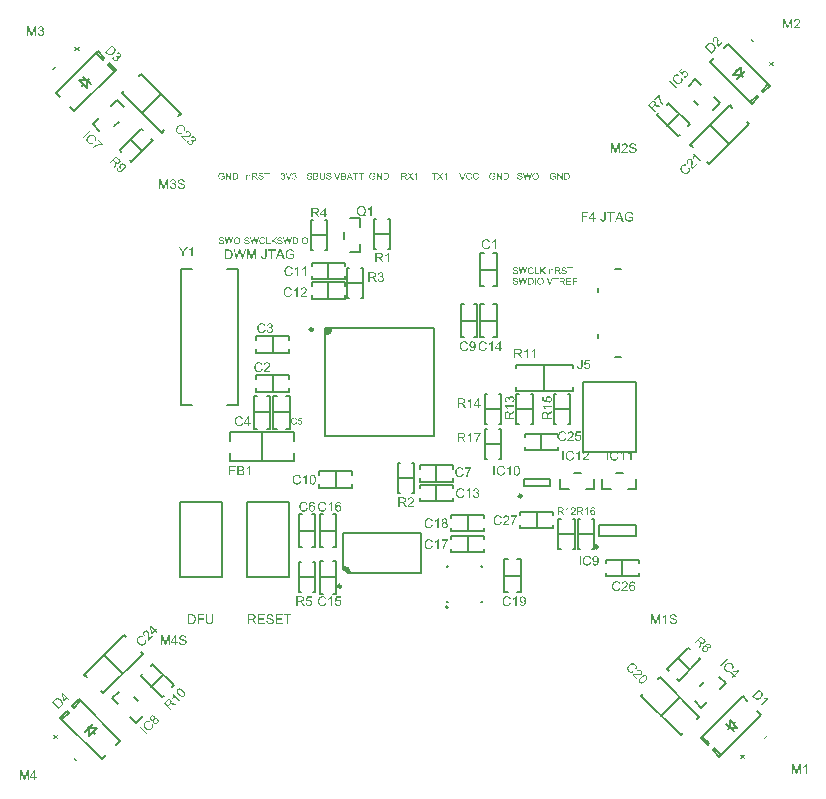
<source format=gto>
G04*
G04 #@! TF.GenerationSoftware,Altium Limited,Altium Designer,21.0.8 (223)*
G04*
G04 Layer_Color=65535*
%FSLAX44Y44*%
%MOMM*%
G71*
G04*
G04 #@! TF.SameCoordinates,FEFD6B0F-C875-4ADE-8CDF-9C75FE8239C7*
G04*
G04*
G04 #@! TF.FilePolarity,Positive*
G04*
G01*
G75*
%ADD10C,0.2500*%
%ADD11C,0.2000*%
%ADD12C,0.1500*%
%ADD13C,0.1270*%
G36*
X-49860Y-144000D02*
Y-142807D01*
X-50774Y-140601D01*
X-52461Y-138913D01*
X-54667Y-138000D01*
X-55860D01*
D01*
X-55860D01*
Y-141000D01*
X-52860Y-144000D01*
X-49860Y-144000D01*
D02*
G37*
G36*
X-71400Y63780D02*
X-65400D01*
Y60780D01*
X-68400Y57780D01*
X-71400D01*
Y63780D01*
D02*
G37*
G36*
X-281210Y300926D02*
X-279645Y302491D01*
X-278985Y301830D01*
X-280549Y300266D01*
X-278985Y298701D01*
X-279652Y298035D01*
X-281216Y299599D01*
X-282780Y298035D01*
X-283441Y298695D01*
X-281876Y300260D01*
X-283453Y301836D01*
X-282786Y302503D01*
X-281210Y300926D01*
D02*
G37*
G36*
X-299282Y284586D02*
X-301457Y282411D01*
X-302168Y283122D01*
X-299993Y285297D01*
X-299282Y284586D01*
D02*
G37*
G36*
X-165751Y-183444D02*
Y-183462D01*
Y-183497D01*
Y-183559D01*
Y-183647D01*
X-165760Y-183753D01*
X-165768Y-183867D01*
X-165777Y-183999D01*
X-165786Y-184149D01*
X-165821Y-184458D01*
X-165865Y-184784D01*
X-165936Y-185101D01*
X-165980Y-185251D01*
X-166033Y-185392D01*
Y-185401D01*
X-166042Y-185427D01*
X-166059Y-185462D01*
X-166086Y-185515D01*
X-166121Y-185577D01*
X-166156Y-185648D01*
X-166262Y-185806D01*
X-166324Y-185903D01*
X-166394Y-185991D01*
X-166482Y-186097D01*
X-166570Y-186194D01*
X-166676Y-186291D01*
X-166782Y-186388D01*
X-166905Y-186476D01*
X-167038Y-186564D01*
X-167046Y-186573D01*
X-167073Y-186582D01*
X-167108Y-186608D01*
X-167170Y-186635D01*
X-167240Y-186670D01*
X-167328Y-186705D01*
X-167425Y-186749D01*
X-167549Y-186784D01*
X-167672Y-186829D01*
X-167813Y-186873D01*
X-167972Y-186908D01*
X-168139Y-186943D01*
X-168324Y-186970D01*
X-168518Y-186996D01*
X-168721Y-187005D01*
X-168932Y-187014D01*
X-169047D01*
X-169126Y-187005D01*
X-169223D01*
X-169329Y-186996D01*
X-169461Y-186978D01*
X-169594Y-186961D01*
X-169893Y-186917D01*
X-170210Y-186846D01*
X-170519Y-186749D01*
X-170669Y-186696D01*
X-170810Y-186626D01*
X-170819Y-186617D01*
X-170845Y-186608D01*
X-170880Y-186582D01*
X-170924Y-186555D01*
X-170986Y-186511D01*
X-171057Y-186458D01*
X-171127Y-186406D01*
X-171206Y-186335D01*
X-171383Y-186176D01*
X-171550Y-185982D01*
X-171709Y-185753D01*
X-171779Y-185621D01*
X-171841Y-185489D01*
Y-185480D01*
X-171850Y-185454D01*
X-171868Y-185410D01*
X-171885Y-185348D01*
X-171912Y-185277D01*
X-171938Y-185180D01*
X-171964Y-185075D01*
X-171991Y-184951D01*
X-172026Y-184810D01*
X-172053Y-184660D01*
X-172079Y-184493D01*
X-172097Y-184308D01*
X-172123Y-184114D01*
X-172132Y-183902D01*
X-172150Y-183682D01*
Y-183444D01*
Y-178746D01*
X-171074D01*
Y-183444D01*
Y-183453D01*
Y-183488D01*
Y-183541D01*
Y-183620D01*
X-171065Y-183708D01*
Y-183805D01*
X-171057Y-183920D01*
X-171048Y-184035D01*
X-171030Y-184290D01*
X-170995Y-184546D01*
X-170942Y-184793D01*
X-170916Y-184907D01*
X-170880Y-185004D01*
Y-185013D01*
X-170872Y-185022D01*
X-170863Y-185048D01*
X-170845Y-185083D01*
X-170792Y-185180D01*
X-170722Y-185286D01*
X-170634Y-185418D01*
X-170519Y-185542D01*
X-170378Y-185665D01*
X-170210Y-185780D01*
X-170202D01*
X-170184Y-185789D01*
X-170158Y-185806D01*
X-170122Y-185824D01*
X-170078Y-185841D01*
X-170017Y-185859D01*
X-169955Y-185886D01*
X-169884Y-185912D01*
X-169708Y-185956D01*
X-169505Y-186000D01*
X-169276Y-186035D01*
X-169030Y-186044D01*
X-168915D01*
X-168836Y-186035D01*
X-168739Y-186026D01*
X-168624Y-186018D01*
X-168501Y-186000D01*
X-168368Y-185974D01*
X-168095Y-185912D01*
X-167954Y-185868D01*
X-167813Y-185815D01*
X-167681Y-185753D01*
X-167558Y-185683D01*
X-167443Y-185604D01*
X-167337Y-185506D01*
X-167328Y-185498D01*
X-167311Y-185480D01*
X-167293Y-185445D01*
X-167258Y-185401D01*
X-167223Y-185339D01*
X-167179Y-185260D01*
X-167126Y-185163D01*
X-167082Y-185048D01*
X-167038Y-184916D01*
X-166985Y-184766D01*
X-166941Y-184599D01*
X-166905Y-184414D01*
X-166870Y-184202D01*
X-166844Y-183973D01*
X-166835Y-183717D01*
X-166826Y-183444D01*
Y-178746D01*
X-165751D01*
Y-183444D01*
D02*
G37*
G36*
X-173560Y-179707D02*
X-177967D01*
Y-182228D01*
X-174150D01*
Y-183188D01*
X-177967D01*
Y-186882D01*
X-179042D01*
Y-178746D01*
X-173560D01*
Y-179707D01*
D02*
G37*
G36*
X-184189Y-178755D02*
X-184083D01*
X-183978Y-178764D01*
X-183740Y-178773D01*
X-183502Y-178799D01*
X-183264Y-178826D01*
X-183158Y-178852D01*
X-183061Y-178870D01*
X-183052D01*
X-183026Y-178878D01*
X-182990Y-178887D01*
X-182946Y-178905D01*
X-182885Y-178923D01*
X-182814Y-178940D01*
X-182647Y-179002D01*
X-182462Y-179081D01*
X-182268Y-179178D01*
X-182065Y-179302D01*
X-181871Y-179451D01*
X-181862Y-179460D01*
X-181845Y-179478D01*
X-181810Y-179504D01*
X-181765Y-179548D01*
X-181712Y-179601D01*
X-181651Y-179672D01*
X-181580Y-179742D01*
X-181510Y-179830D01*
X-181430Y-179927D01*
X-181351Y-180033D01*
X-181272Y-180148D01*
X-181192Y-180271D01*
X-181043Y-180544D01*
X-180910Y-180844D01*
Y-180853D01*
X-180893Y-180879D01*
X-180884Y-180932D01*
X-180858Y-180994D01*
X-180831Y-181073D01*
X-180805Y-181170D01*
X-180778Y-181276D01*
X-180743Y-181399D01*
X-180717Y-181540D01*
X-180690Y-181690D01*
X-180664Y-181849D01*
X-180637Y-182016D01*
X-180611Y-182192D01*
X-180602Y-182378D01*
X-180584Y-182774D01*
Y-182783D01*
Y-182818D01*
Y-182862D01*
Y-182933D01*
X-180593Y-183012D01*
Y-183109D01*
X-180602Y-183215D01*
X-180611Y-183330D01*
X-180637Y-183585D01*
X-180681Y-183858D01*
X-180734Y-184140D01*
X-180805Y-184422D01*
Y-184431D01*
X-180814Y-184458D01*
X-180831Y-184493D01*
X-180840Y-184537D01*
X-180866Y-184599D01*
X-180893Y-184669D01*
X-180954Y-184837D01*
X-181034Y-185022D01*
X-181131Y-185224D01*
X-181237Y-185418D01*
X-181360Y-185604D01*
Y-185612D01*
X-181378Y-185621D01*
X-181395Y-185648D01*
X-181422Y-185683D01*
X-181483Y-185762D01*
X-181580Y-185868D01*
X-181686Y-185991D01*
X-181810Y-186115D01*
X-181950Y-186229D01*
X-182100Y-186344D01*
X-182109D01*
X-182118Y-186353D01*
X-182171Y-186388D01*
X-182259Y-186432D01*
X-182374Y-186494D01*
X-182515Y-186555D01*
X-182682Y-186626D01*
X-182876Y-186688D01*
X-183079Y-186749D01*
X-183088D01*
X-183105Y-186758D01*
X-183132D01*
X-183176Y-186767D01*
X-183228Y-186776D01*
X-183299Y-186793D01*
X-183370Y-186802D01*
X-183449Y-186811D01*
X-183643Y-186837D01*
X-183863Y-186864D01*
X-184110Y-186873D01*
X-184374Y-186882D01*
X-187309D01*
Y-178746D01*
X-184277D01*
X-184189Y-178755D01*
D02*
G37*
G36*
X-117678Y-178685D02*
X-117581Y-178693D01*
X-117484Y-178702D01*
X-117370Y-178711D01*
X-117123Y-178746D01*
X-116850Y-178799D01*
X-116576Y-178878D01*
X-116312Y-178976D01*
X-116303D01*
X-116285Y-178993D01*
X-116242Y-179002D01*
X-116197Y-179028D01*
X-116145Y-179064D01*
X-116074Y-179099D01*
X-115924Y-179187D01*
X-115748Y-179310D01*
X-115572Y-179460D01*
X-115404Y-179628D01*
X-115254Y-179830D01*
X-115246Y-179839D01*
X-115237Y-179857D01*
X-115219Y-179883D01*
X-115193Y-179927D01*
X-115166Y-179980D01*
X-115131Y-180042D01*
X-115105Y-180121D01*
X-115060Y-180201D01*
X-114990Y-180386D01*
X-114928Y-180606D01*
X-114875Y-180844D01*
X-114849Y-181108D01*
X-115880Y-181188D01*
Y-181179D01*
X-115889Y-181152D01*
Y-181117D01*
X-115898Y-181064D01*
X-115915Y-180994D01*
X-115933Y-180923D01*
X-115986Y-180756D01*
X-116056Y-180571D01*
X-116162Y-180377D01*
X-116285Y-180192D01*
X-116365Y-180112D01*
X-116453Y-180033D01*
X-116462Y-180024D01*
X-116471Y-180016D01*
X-116506Y-179998D01*
X-116541Y-179971D01*
X-116594Y-179945D01*
X-116656Y-179910D01*
X-116726Y-179874D01*
X-116806Y-179830D01*
X-116903Y-179795D01*
X-117008Y-179760D01*
X-117123Y-179725D01*
X-117246Y-179698D01*
X-117387Y-179672D01*
X-117537Y-179654D01*
X-117696Y-179636D01*
X-117951D01*
X-118022Y-179645D01*
X-118101D01*
X-118189Y-179654D01*
X-118295Y-179663D01*
X-118401Y-179681D01*
X-118639Y-179725D01*
X-118868Y-179786D01*
X-119088Y-179874D01*
X-119194Y-179936D01*
X-119282Y-179998D01*
X-119291D01*
X-119300Y-180016D01*
X-119353Y-180060D01*
X-119423Y-180139D01*
X-119503Y-180245D01*
X-119582Y-180368D01*
X-119652Y-180518D01*
X-119705Y-180676D01*
X-119714Y-180765D01*
X-119723Y-180862D01*
Y-180870D01*
Y-180879D01*
X-119714Y-180932D01*
X-119705Y-181012D01*
X-119688Y-181108D01*
X-119644Y-181223D01*
X-119591Y-181346D01*
X-119520Y-181461D01*
X-119414Y-181576D01*
X-119397Y-181584D01*
X-119379Y-181602D01*
X-119344Y-181628D01*
X-119300Y-181655D01*
X-119247Y-181681D01*
X-119177Y-181717D01*
X-119097Y-181761D01*
X-119000Y-181805D01*
X-118886Y-181849D01*
X-118753Y-181893D01*
X-118604Y-181946D01*
X-118427Y-181999D01*
X-118242Y-182052D01*
X-118031Y-182113D01*
X-117793Y-182166D01*
X-117775D01*
X-117731Y-182175D01*
X-117669Y-182192D01*
X-117581Y-182219D01*
X-117475Y-182237D01*
X-117352Y-182272D01*
X-117220Y-182298D01*
X-117079Y-182342D01*
X-116779Y-182422D01*
X-116479Y-182501D01*
X-116338Y-182545D01*
X-116215Y-182589D01*
X-116092Y-182633D01*
X-115995Y-182677D01*
X-115986D01*
X-115959Y-182695D01*
X-115924Y-182712D01*
X-115880Y-182739D01*
X-115818Y-182765D01*
X-115748Y-182810D01*
X-115598Y-182906D01*
X-115422Y-183021D01*
X-115254Y-183162D01*
X-115087Y-183330D01*
X-115016Y-183418D01*
X-114946Y-183506D01*
Y-183515D01*
X-114928Y-183532D01*
X-114911Y-183559D01*
X-114893Y-183594D01*
X-114867Y-183638D01*
X-114840Y-183700D01*
X-114770Y-183841D01*
X-114708Y-184008D01*
X-114655Y-184202D01*
X-114620Y-184422D01*
X-114602Y-184660D01*
Y-184669D01*
Y-184687D01*
Y-184722D01*
X-114611Y-184766D01*
Y-184828D01*
X-114620Y-184890D01*
X-114646Y-185057D01*
X-114690Y-185242D01*
X-114761Y-185445D01*
X-114858Y-185656D01*
X-114911Y-185771D01*
X-114981Y-185877D01*
Y-185886D01*
X-114999Y-185903D01*
X-115016Y-185930D01*
X-115052Y-185974D01*
X-115131Y-186071D01*
X-115254Y-186203D01*
X-115404Y-186344D01*
X-115589Y-186494D01*
X-115801Y-186635D01*
X-116048Y-186767D01*
X-116056D01*
X-116083Y-186784D01*
X-116118Y-186793D01*
X-116171Y-186820D01*
X-116233Y-186837D01*
X-116312Y-186864D01*
X-116400Y-186899D01*
X-116506Y-186926D01*
X-116612Y-186952D01*
X-116735Y-186987D01*
X-117000Y-187031D01*
X-117290Y-187067D01*
X-117608Y-187084D01*
X-117713D01*
X-117793Y-187075D01*
X-117890D01*
X-117995Y-187067D01*
X-118119Y-187058D01*
X-118260Y-187040D01*
X-118551Y-187005D01*
X-118859Y-186952D01*
X-119168Y-186873D01*
X-119467Y-186767D01*
X-119476D01*
X-119503Y-186749D01*
X-119538Y-186732D01*
X-119591Y-186705D01*
X-119652Y-186670D01*
X-119723Y-186635D01*
X-119890Y-186529D01*
X-120076Y-186397D01*
X-120269Y-186229D01*
X-120463Y-186035D01*
X-120631Y-185806D01*
X-120640Y-185797D01*
X-120648Y-185780D01*
X-120666Y-185744D01*
X-120692Y-185692D01*
X-120728Y-185630D01*
X-120763Y-185559D01*
X-120807Y-185471D01*
X-120842Y-185374D01*
X-120886Y-185277D01*
X-120922Y-185163D01*
X-120992Y-184907D01*
X-121045Y-184634D01*
X-121063Y-184484D01*
X-121071Y-184334D01*
X-120058Y-184246D01*
Y-184255D01*
Y-184273D01*
X-120049Y-184308D01*
X-120040Y-184352D01*
X-120031Y-184405D01*
X-120023Y-184458D01*
X-119987Y-184608D01*
X-119943Y-184766D01*
X-119890Y-184934D01*
X-119820Y-185101D01*
X-119732Y-185260D01*
X-119723Y-185277D01*
X-119679Y-185321D01*
X-119617Y-185392D01*
X-119529Y-185480D01*
X-119414Y-185586D01*
X-119273Y-185683D01*
X-119106Y-185789D01*
X-118912Y-185886D01*
X-118903D01*
X-118886Y-185894D01*
X-118859Y-185903D01*
X-118815Y-185921D01*
X-118762Y-185938D01*
X-118701Y-185965D01*
X-118630Y-185982D01*
X-118551Y-186000D01*
X-118366Y-186044D01*
X-118145Y-186088D01*
X-117916Y-186115D01*
X-117661Y-186124D01*
X-117555D01*
X-117502Y-186115D01*
X-117440D01*
X-117299Y-186097D01*
X-117132Y-186079D01*
X-116947Y-186053D01*
X-116762Y-186009D01*
X-116585Y-185947D01*
X-116576D01*
X-116568Y-185938D01*
X-116541Y-185930D01*
X-116506Y-185912D01*
X-116427Y-185868D01*
X-116321Y-185815D01*
X-116206Y-185744D01*
X-116083Y-185656D01*
X-115977Y-185559D01*
X-115880Y-185445D01*
X-115871Y-185427D01*
X-115845Y-185392D01*
X-115801Y-185321D01*
X-115757Y-185233D01*
X-115722Y-185128D01*
X-115677Y-185013D01*
X-115651Y-184881D01*
X-115642Y-184748D01*
Y-184740D01*
Y-184731D01*
Y-184687D01*
X-115651Y-184608D01*
X-115669Y-184519D01*
X-115695Y-184414D01*
X-115739Y-184299D01*
X-115792Y-184184D01*
X-115871Y-184079D01*
X-115880Y-184070D01*
X-115915Y-184035D01*
X-115968Y-183982D01*
X-116048Y-183911D01*
X-116145Y-183841D01*
X-116277Y-183761D01*
X-116427Y-183682D01*
X-116603Y-183603D01*
X-116621Y-183594D01*
X-116638Y-183585D01*
X-116673Y-183576D01*
X-116709Y-183568D01*
X-116762Y-183550D01*
X-116832Y-183523D01*
X-116903Y-183506D01*
X-117000Y-183479D01*
X-117096Y-183444D01*
X-117220Y-183418D01*
X-117352Y-183382D01*
X-117502Y-183338D01*
X-117661Y-183303D01*
X-117846Y-183250D01*
X-118048Y-183206D01*
X-118057D01*
X-118092Y-183197D01*
X-118154Y-183180D01*
X-118225Y-183162D01*
X-118322Y-183136D01*
X-118427Y-183109D01*
X-118533Y-183074D01*
X-118657Y-183039D01*
X-118921Y-182959D01*
X-119177Y-182871D01*
X-119300Y-182827D01*
X-119414Y-182783D01*
X-119520Y-182739D01*
X-119608Y-182695D01*
X-119617D01*
X-119635Y-182677D01*
X-119661Y-182660D01*
X-119705Y-182642D01*
X-119811Y-182580D01*
X-119935Y-182492D01*
X-120084Y-182378D01*
X-120225Y-182254D01*
X-120366Y-182104D01*
X-120481Y-181946D01*
Y-181937D01*
X-120490Y-181928D01*
X-120507Y-181902D01*
X-120525Y-181866D01*
X-120569Y-181770D01*
X-120622Y-181646D01*
X-120675Y-181496D01*
X-120719Y-181320D01*
X-120754Y-181126D01*
X-120763Y-180923D01*
Y-180914D01*
Y-180897D01*
Y-180862D01*
X-120754Y-180818D01*
Y-180765D01*
X-120745Y-180703D01*
X-120719Y-180544D01*
X-120675Y-180368D01*
X-120622Y-180183D01*
X-120534Y-179980D01*
X-120419Y-179778D01*
Y-179769D01*
X-120402Y-179751D01*
X-120384Y-179725D01*
X-120358Y-179689D01*
X-120269Y-179592D01*
X-120155Y-179469D01*
X-120014Y-179337D01*
X-119838Y-179205D01*
X-119635Y-179072D01*
X-119397Y-178958D01*
X-119388D01*
X-119370Y-178949D01*
X-119326Y-178931D01*
X-119282Y-178914D01*
X-119221Y-178896D01*
X-119141Y-178870D01*
X-119053Y-178843D01*
X-118956Y-178817D01*
X-118850Y-178790D01*
X-118736Y-178764D01*
X-118489Y-178720D01*
X-118207Y-178685D01*
X-117907Y-178676D01*
X-117757D01*
X-117678Y-178685D01*
D02*
G37*
G36*
X-99733Y-179778D02*
X-102413D01*
Y-186952D01*
X-103488D01*
Y-179778D01*
X-106167D01*
Y-178817D01*
X-99733D01*
Y-179778D01*
D02*
G37*
G36*
X-107225D02*
X-112037D01*
Y-182263D01*
X-107533D01*
Y-183224D01*
X-112037D01*
Y-185991D01*
X-107040D01*
Y-186952D01*
X-113113D01*
Y-178817D01*
X-107225D01*
Y-179778D01*
D02*
G37*
G36*
X-122385D02*
X-127197D01*
Y-182263D01*
X-122693D01*
Y-183224D01*
X-127197D01*
Y-185991D01*
X-122200D01*
Y-186952D01*
X-128272D01*
Y-178817D01*
X-122385D01*
Y-179778D01*
D02*
G37*
G36*
X-132609Y-178826D02*
X-132512D01*
X-132397Y-178834D01*
X-132265Y-178843D01*
X-132001Y-178870D01*
X-131727Y-178914D01*
X-131463Y-178967D01*
X-131348Y-179002D01*
X-131234Y-179037D01*
X-131225D01*
X-131207Y-179046D01*
X-131181Y-179064D01*
X-131137Y-179081D01*
X-131031Y-179134D01*
X-130908Y-179214D01*
X-130758Y-179319D01*
X-130608Y-179460D01*
X-130458Y-179619D01*
X-130326Y-179813D01*
Y-179822D01*
X-130308Y-179839D01*
X-130291Y-179866D01*
X-130273Y-179910D01*
X-130247Y-179963D01*
X-130220Y-180024D01*
X-130185Y-180095D01*
X-130150Y-180174D01*
X-130088Y-180359D01*
X-130035Y-180562D01*
X-130000Y-180791D01*
X-129982Y-181038D01*
Y-181047D01*
Y-181073D01*
Y-181126D01*
X-129991Y-181179D01*
X-130000Y-181258D01*
X-130009Y-181346D01*
X-130026Y-181443D01*
X-130053Y-181549D01*
X-130123Y-181778D01*
X-130167Y-181902D01*
X-130220Y-182025D01*
X-130282Y-182148D01*
X-130361Y-182272D01*
X-130449Y-182386D01*
X-130546Y-182501D01*
X-130555Y-182510D01*
X-130573Y-182527D01*
X-130608Y-182554D01*
X-130652Y-182598D01*
X-130714Y-182642D01*
X-130784Y-182695D01*
X-130872Y-182757D01*
X-130978Y-182818D01*
X-131093Y-182880D01*
X-131216Y-182942D01*
X-131357Y-183003D01*
X-131516Y-183065D01*
X-131683Y-183118D01*
X-131868Y-183171D01*
X-132071Y-183215D01*
X-132283Y-183250D01*
X-132274D01*
X-132265Y-183259D01*
X-132212Y-183285D01*
X-132133Y-183330D01*
X-132036Y-183382D01*
X-131930Y-183444D01*
X-131824Y-183506D01*
X-131719Y-183585D01*
X-131630Y-183656D01*
X-131622Y-183664D01*
X-131613Y-183673D01*
X-131586Y-183700D01*
X-131551Y-183735D01*
X-131507Y-183779D01*
X-131454Y-183832D01*
X-131340Y-183955D01*
X-131207Y-184114D01*
X-131058Y-184299D01*
X-130899Y-184511D01*
X-130740Y-184740D01*
X-129330Y-186952D01*
X-130679D01*
X-131754Y-185260D01*
X-131763Y-185251D01*
X-131771Y-185224D01*
X-131798Y-185189D01*
X-131833Y-185136D01*
X-131868Y-185075D01*
X-131921Y-185004D01*
X-132027Y-184846D01*
X-132150Y-184660D01*
X-132274Y-184475D01*
X-132406Y-184299D01*
X-132529Y-184140D01*
Y-184132D01*
X-132547Y-184123D01*
X-132582Y-184079D01*
X-132635Y-184008D01*
X-132715Y-183929D01*
X-132794Y-183841D01*
X-132891Y-183753D01*
X-132988Y-183664D01*
X-133076Y-183603D01*
X-133085Y-183594D01*
X-133120Y-183576D01*
X-133164Y-183550D01*
X-133226Y-183515D01*
X-133305Y-183479D01*
X-133384Y-183444D01*
X-133472Y-183409D01*
X-133569Y-183382D01*
X-133578D01*
X-133605Y-183374D01*
X-133649Y-183365D01*
X-133710Y-183356D01*
X-133799D01*
X-133904Y-183347D01*
X-134028Y-183338D01*
X-135412D01*
Y-186952D01*
X-136487D01*
Y-178817D01*
X-132706D01*
X-132609Y-178826D01*
D02*
G37*
G36*
X-192767Y189620D02*
X-192670Y189611D01*
X-192573Y189602D01*
X-192459Y189593D01*
X-192212Y189558D01*
X-191939Y189505D01*
X-191665Y189426D01*
X-191401Y189329D01*
X-191392D01*
X-191375Y189311D01*
X-191331Y189303D01*
X-191287Y189276D01*
X-191234Y189241D01*
X-191163Y189205D01*
X-191013Y189117D01*
X-190837Y188994D01*
X-190661Y188844D01*
X-190493Y188677D01*
X-190343Y188474D01*
X-190335Y188465D01*
X-190326Y188448D01*
X-190308Y188421D01*
X-190282Y188377D01*
X-190255Y188324D01*
X-190220Y188263D01*
X-190194Y188183D01*
X-190149Y188104D01*
X-190079Y187919D01*
X-190017Y187698D01*
X-189964Y187460D01*
X-189938Y187196D01*
X-190969Y187117D01*
Y187125D01*
X-190978Y187152D01*
Y187187D01*
X-190987Y187240D01*
X-191005Y187311D01*
X-191022Y187381D01*
X-191075Y187549D01*
X-191145Y187734D01*
X-191251Y187927D01*
X-191375Y188113D01*
X-191454Y188192D01*
X-191542Y188271D01*
X-191551Y188280D01*
X-191560Y188289D01*
X-191595Y188307D01*
X-191630Y188333D01*
X-191683Y188359D01*
X-191745Y188395D01*
X-191815Y188430D01*
X-191895Y188474D01*
X-191992Y188509D01*
X-192097Y188545D01*
X-192212Y188580D01*
X-192335Y188606D01*
X-192476Y188633D01*
X-192626Y188650D01*
X-192785Y188668D01*
X-193041D01*
X-193111Y188659D01*
X-193190D01*
X-193278Y188650D01*
X-193384Y188641D01*
X-193490Y188624D01*
X-193728Y188580D01*
X-193957Y188518D01*
X-194177Y188430D01*
X-194283Y188368D01*
X-194371Y188307D01*
X-194380D01*
X-194389Y188289D01*
X-194442Y188245D01*
X-194512Y188165D01*
X-194592Y188060D01*
X-194671Y187936D01*
X-194741Y187787D01*
X-194794Y187628D01*
X-194803Y187540D01*
X-194812Y187443D01*
Y187434D01*
Y187425D01*
X-194803Y187372D01*
X-194794Y187293D01*
X-194777Y187196D01*
X-194733Y187081D01*
X-194680Y186958D01*
X-194609Y186843D01*
X-194503Y186729D01*
X-194486Y186720D01*
X-194468Y186702D01*
X-194433Y186676D01*
X-194389Y186649D01*
X-194336Y186623D01*
X-194266Y186588D01*
X-194186Y186544D01*
X-194089Y186500D01*
X-193975Y186456D01*
X-193843Y186412D01*
X-193693Y186359D01*
X-193516Y186306D01*
X-193331Y186253D01*
X-193120Y186191D01*
X-192882Y186138D01*
X-192864D01*
X-192820Y186129D01*
X-192758Y186112D01*
X-192670Y186085D01*
X-192565Y186068D01*
X-192441Y186033D01*
X-192309Y186006D01*
X-192168Y185962D01*
X-191868Y185883D01*
X-191569Y185803D01*
X-191427Y185759D01*
X-191304Y185715D01*
X-191181Y185671D01*
X-191084Y185627D01*
X-191075D01*
X-191049Y185609D01*
X-191013Y185592D01*
X-190969Y185565D01*
X-190907Y185539D01*
X-190837Y185495D01*
X-190687Y185398D01*
X-190511Y185283D01*
X-190343Y185142D01*
X-190176Y184975D01*
X-190105Y184887D01*
X-190035Y184799D01*
Y184790D01*
X-190017Y184772D01*
X-190000Y184746D01*
X-189982Y184711D01*
X-189956Y184666D01*
X-189929Y184605D01*
X-189859Y184464D01*
X-189797Y184296D01*
X-189744Y184102D01*
X-189709Y183882D01*
X-189691Y183644D01*
Y183635D01*
Y183618D01*
Y183582D01*
X-189700Y183538D01*
Y183477D01*
X-189709Y183415D01*
X-189735Y183247D01*
X-189779Y183062D01*
X-189850Y182860D01*
X-189947Y182648D01*
X-190000Y182533D01*
X-190070Y182428D01*
Y182419D01*
X-190088Y182401D01*
X-190105Y182375D01*
X-190141Y182331D01*
X-190220Y182234D01*
X-190343Y182102D01*
X-190493Y181961D01*
X-190678Y181811D01*
X-190890Y181670D01*
X-191137Y181537D01*
X-191145D01*
X-191172Y181520D01*
X-191207Y181511D01*
X-191260Y181485D01*
X-191322Y181467D01*
X-191401Y181441D01*
X-191489Y181405D01*
X-191595Y181379D01*
X-191701Y181352D01*
X-191824Y181317D01*
X-192089Y181273D01*
X-192379Y181238D01*
X-192697Y181220D01*
X-192803D01*
X-192882Y181229D01*
X-192979D01*
X-193085Y181238D01*
X-193208Y181247D01*
X-193349Y181264D01*
X-193640Y181300D01*
X-193948Y181352D01*
X-194257Y181432D01*
X-194556Y181537D01*
X-194565D01*
X-194592Y181555D01*
X-194627Y181573D01*
X-194680Y181599D01*
X-194741Y181635D01*
X-194812Y181670D01*
X-194979Y181775D01*
X-195165Y181908D01*
X-195359Y182075D01*
X-195552Y182269D01*
X-195720Y182498D01*
X-195729Y182507D01*
X-195737Y182525D01*
X-195755Y182560D01*
X-195781Y182613D01*
X-195817Y182675D01*
X-195852Y182745D01*
X-195896Y182833D01*
X-195931Y182930D01*
X-195975Y183027D01*
X-196011Y183142D01*
X-196081Y183397D01*
X-196134Y183671D01*
X-196152Y183820D01*
X-196161Y183970D01*
X-195147Y184058D01*
Y184049D01*
Y184032D01*
X-195138Y183997D01*
X-195129Y183953D01*
X-195121Y183900D01*
X-195112Y183847D01*
X-195076Y183697D01*
X-195032Y183538D01*
X-194979Y183371D01*
X-194909Y183203D01*
X-194821Y183045D01*
X-194812Y183027D01*
X-194768Y182983D01*
X-194706Y182913D01*
X-194618Y182824D01*
X-194503Y182719D01*
X-194363Y182622D01*
X-194195Y182516D01*
X-194001Y182419D01*
X-193992D01*
X-193975Y182410D01*
X-193948Y182401D01*
X-193904Y182384D01*
X-193851Y182366D01*
X-193790Y182340D01*
X-193719Y182322D01*
X-193640Y182304D01*
X-193455Y182260D01*
X-193234Y182216D01*
X-193005Y182190D01*
X-192750Y182181D01*
X-192644D01*
X-192591Y182190D01*
X-192529D01*
X-192388Y182207D01*
X-192221Y182225D01*
X-192036Y182251D01*
X-191851Y182295D01*
X-191674Y182357D01*
X-191665D01*
X-191657Y182366D01*
X-191630Y182375D01*
X-191595Y182393D01*
X-191516Y182437D01*
X-191410Y182489D01*
X-191295Y182560D01*
X-191172Y182648D01*
X-191066Y182745D01*
X-190969Y182860D01*
X-190960Y182877D01*
X-190934Y182913D01*
X-190890Y182983D01*
X-190846Y183071D01*
X-190811Y183177D01*
X-190767Y183291D01*
X-190740Y183424D01*
X-190731Y183556D01*
Y183565D01*
Y183573D01*
Y183618D01*
X-190740Y183697D01*
X-190758Y183785D01*
X-190784Y183891D01*
X-190828Y184005D01*
X-190881Y184120D01*
X-190960Y184226D01*
X-190969Y184235D01*
X-191005Y184270D01*
X-191057Y184323D01*
X-191137Y184393D01*
X-191234Y184464D01*
X-191366Y184543D01*
X-191516Y184622D01*
X-191692Y184702D01*
X-191710Y184711D01*
X-191727Y184719D01*
X-191763Y184728D01*
X-191798Y184737D01*
X-191851Y184755D01*
X-191921Y184781D01*
X-191992Y184799D01*
X-192089Y184825D01*
X-192185Y184860D01*
X-192309Y184887D01*
X-192441Y184922D01*
X-192591Y184966D01*
X-192750Y185001D01*
X-192935Y185054D01*
X-193137Y185098D01*
X-193146D01*
X-193181Y185107D01*
X-193243Y185125D01*
X-193314Y185142D01*
X-193411Y185169D01*
X-193516Y185195D01*
X-193622Y185231D01*
X-193746Y185266D01*
X-194010Y185345D01*
X-194266Y185433D01*
X-194389Y185477D01*
X-194503Y185521D01*
X-194609Y185565D01*
X-194697Y185609D01*
X-194706D01*
X-194724Y185627D01*
X-194750Y185645D01*
X-194794Y185662D01*
X-194900Y185724D01*
X-195024Y185812D01*
X-195173Y185927D01*
X-195314Y186050D01*
X-195455Y186200D01*
X-195570Y186359D01*
Y186367D01*
X-195579Y186376D01*
X-195597Y186403D01*
X-195614Y186438D01*
X-195658Y186535D01*
X-195711Y186658D01*
X-195764Y186808D01*
X-195808Y186985D01*
X-195843Y187178D01*
X-195852Y187381D01*
Y187390D01*
Y187407D01*
Y187443D01*
X-195843Y187487D01*
Y187540D01*
X-195834Y187601D01*
X-195808Y187760D01*
X-195764Y187936D01*
X-195711Y188121D01*
X-195623Y188324D01*
X-195508Y188527D01*
Y188536D01*
X-195491Y188553D01*
X-195473Y188580D01*
X-195447Y188615D01*
X-195359Y188712D01*
X-195244Y188835D01*
X-195103Y188968D01*
X-194927Y189100D01*
X-194724Y189232D01*
X-194486Y189347D01*
X-194477D01*
X-194459Y189355D01*
X-194415Y189373D01*
X-194371Y189391D01*
X-194310Y189408D01*
X-194230Y189435D01*
X-194142Y189461D01*
X-194045Y189488D01*
X-193939Y189514D01*
X-193825Y189541D01*
X-193578Y189585D01*
X-193296Y189620D01*
X-192996Y189629D01*
X-192847D01*
X-192767Y189620D01*
D02*
G37*
G36*
X-199809Y189505D02*
X-199748Y189496D01*
X-199580Y189479D01*
X-199395Y189443D01*
X-199184Y189391D01*
X-198972Y189320D01*
X-198761Y189223D01*
X-198752D01*
X-198734Y189214D01*
X-198708Y189197D01*
X-198664Y189170D01*
X-198567Y189109D01*
X-198443Y189020D01*
X-198302Y188906D01*
X-198161Y188774D01*
X-198020Y188624D01*
X-197897Y188448D01*
Y188439D01*
X-197888Y188430D01*
X-197870Y188395D01*
X-197853Y188359D01*
X-197826Y188315D01*
X-197800Y188263D01*
X-197747Y188130D01*
X-197694Y187972D01*
X-197641Y187795D01*
X-197606Y187601D01*
X-197597Y187399D01*
Y187390D01*
Y187372D01*
Y187346D01*
Y187311D01*
X-197615Y187205D01*
X-197632Y187081D01*
X-197668Y186932D01*
X-197721Y186773D01*
X-197791Y186605D01*
X-197888Y186438D01*
Y186429D01*
X-197897Y186420D01*
X-197941Y186367D01*
X-198003Y186288D01*
X-198100Y186191D01*
X-198214Y186077D01*
X-198364Y185962D01*
X-198531Y185856D01*
X-198725Y185751D01*
X-198717D01*
X-198690Y185742D01*
X-198655Y185733D01*
X-198602Y185715D01*
X-198549Y185698D01*
X-198479Y185671D01*
X-198311Y185601D01*
X-198135Y185504D01*
X-197950Y185389D01*
X-197765Y185239D01*
X-197606Y185054D01*
X-197597Y185045D01*
X-197588Y185028D01*
X-197571Y185001D01*
X-197544Y184957D01*
X-197509Y184913D01*
X-197474Y184851D01*
X-197439Y184781D01*
X-197403Y184693D01*
X-197368Y184605D01*
X-197333Y184508D01*
X-197262Y184287D01*
X-197218Y184032D01*
X-197201Y183891D01*
Y183750D01*
Y183741D01*
Y183706D01*
X-197209Y183644D01*
Y183573D01*
X-197227Y183477D01*
X-197245Y183371D01*
X-197262Y183256D01*
X-197297Y183124D01*
X-197342Y182983D01*
X-197395Y182842D01*
X-197456Y182692D01*
X-197535Y182542D01*
X-197624Y182384D01*
X-197729Y182234D01*
X-197844Y182084D01*
X-197985Y181943D01*
X-197994Y181934D01*
X-198020Y181908D01*
X-198064Y181873D01*
X-198126Y181828D01*
X-198197Y181775D01*
X-198293Y181714D01*
X-198399Y181643D01*
X-198523Y181582D01*
X-198655Y181511D01*
X-198805Y181441D01*
X-198963Y181379D01*
X-199140Y181326D01*
X-199325Y181282D01*
X-199519Y181247D01*
X-199721Y181220D01*
X-199942Y181211D01*
X-199986D01*
X-200047Y181220D01*
X-200118D01*
X-200215Y181229D01*
X-200321Y181247D01*
X-200435Y181264D01*
X-200567Y181291D01*
X-200709Y181326D01*
X-200849Y181370D01*
X-200999Y181414D01*
X-201149Y181476D01*
X-201299Y181555D01*
X-201440Y181635D01*
X-201590Y181731D01*
X-201722Y181846D01*
X-201731Y181855D01*
X-201749Y181873D01*
X-201784Y181908D01*
X-201837Y181961D01*
X-201889Y182022D01*
X-201951Y182102D01*
X-202013Y182190D01*
X-202083Y182295D01*
X-202154Y182401D01*
X-202224Y182533D01*
X-202295Y182666D01*
X-202357Y182815D01*
X-202409Y182974D01*
X-202462Y183142D01*
X-202498Y183318D01*
X-202524Y183503D01*
X-201528Y183635D01*
Y183626D01*
X-201519Y183600D01*
X-201511Y183556D01*
X-201493Y183494D01*
X-201475Y183424D01*
X-201458Y183344D01*
X-201396Y183159D01*
X-201317Y182957D01*
X-201220Y182754D01*
X-201096Y182569D01*
X-201026Y182489D01*
X-200955Y182410D01*
X-200946D01*
X-200938Y182393D01*
X-200911Y182375D01*
X-200885Y182348D01*
X-200797Y182295D01*
X-200673Y182225D01*
X-200523Y182155D01*
X-200356Y182102D01*
X-200153Y182057D01*
X-199942Y182040D01*
X-199871D01*
X-199818Y182049D01*
X-199765Y182057D01*
X-199686Y182066D01*
X-199527Y182102D01*
X-199333Y182155D01*
X-199131Y182243D01*
X-199034Y182304D01*
X-198937Y182366D01*
X-198840Y182437D01*
X-198743Y182525D01*
X-198734Y182533D01*
X-198725Y182551D01*
X-198699Y182578D01*
X-198664Y182613D01*
X-198628Y182657D01*
X-198593Y182719D01*
X-198549Y182780D01*
X-198496Y182860D01*
X-198408Y183036D01*
X-198338Y183239D01*
X-198276Y183477D01*
X-198267Y183600D01*
X-198258Y183732D01*
Y183741D01*
Y183759D01*
Y183803D01*
X-198267Y183847D01*
X-198276Y183908D01*
X-198285Y183970D01*
X-198311Y184129D01*
X-198373Y184314D01*
X-198452Y184499D01*
X-198505Y184596D01*
X-198567Y184684D01*
X-198637Y184772D01*
X-198717Y184860D01*
X-198725Y184869D01*
X-198734Y184878D01*
X-198761Y184904D01*
X-198796Y184931D01*
X-198840Y184966D01*
X-198893Y185001D01*
X-199025Y185089D01*
X-199193Y185169D01*
X-199386Y185239D01*
X-199607Y185292D01*
X-199730Y185301D01*
X-199853Y185310D01*
X-199906D01*
X-199968Y185301D01*
X-200047D01*
X-200153Y185283D01*
X-200268Y185266D01*
X-200409Y185239D01*
X-200559Y185204D01*
X-200453Y186077D01*
X-200435D01*
X-200391Y186068D01*
X-200338Y186059D01*
X-200224D01*
X-200180Y186068D01*
X-200118D01*
X-200056Y186077D01*
X-199906Y186103D01*
X-199730Y186138D01*
X-199536Y186200D01*
X-199333Y186279D01*
X-199140Y186394D01*
X-199131D01*
X-199113Y186412D01*
X-199095Y186429D01*
X-199060Y186456D01*
X-198972Y186535D01*
X-198875Y186649D01*
X-198787Y186791D01*
X-198699Y186967D01*
X-198664Y187064D01*
X-198646Y187178D01*
X-198628Y187293D01*
X-198620Y187416D01*
Y187425D01*
Y187443D01*
Y187469D01*
X-198628Y187513D01*
X-198637Y187610D01*
X-198664Y187742D01*
X-198708Y187883D01*
X-198778Y188033D01*
X-198875Y188192D01*
X-198928Y188263D01*
X-198999Y188333D01*
X-199016Y188351D01*
X-199069Y188386D01*
X-199148Y188448D01*
X-199254Y188518D01*
X-199395Y188580D01*
X-199563Y188641D01*
X-199748Y188677D01*
X-199959Y188694D01*
X-200012D01*
X-200056Y188685D01*
X-200109D01*
X-200162Y188677D01*
X-200303Y188650D01*
X-200453Y188606D01*
X-200620Y188536D01*
X-200779Y188448D01*
X-200938Y188324D01*
X-200955Y188307D01*
X-200999Y188254D01*
X-201070Y188174D01*
X-201140Y188051D01*
X-201229Y187901D01*
X-201308Y187707D01*
X-201378Y187487D01*
X-201431Y187231D01*
X-202427Y187407D01*
Y187416D01*
X-202418Y187452D01*
X-202409Y187505D01*
X-202392Y187575D01*
X-202365Y187654D01*
X-202339Y187751D01*
X-202304Y187857D01*
X-202260Y187972D01*
X-202145Y188227D01*
X-202083Y188351D01*
X-202004Y188483D01*
X-201916Y188606D01*
X-201819Y188730D01*
X-201713Y188853D01*
X-201599Y188959D01*
X-201590Y188968D01*
X-201572Y188985D01*
X-201528Y189012D01*
X-201484Y189047D01*
X-201414Y189091D01*
X-201343Y189135D01*
X-201255Y189188D01*
X-201149Y189241D01*
X-201043Y189285D01*
X-200920Y189338D01*
X-200788Y189382D01*
X-200647Y189426D01*
X-200488Y189461D01*
X-200329Y189488D01*
X-200162Y189505D01*
X-199986Y189514D01*
X-199871D01*
X-199809Y189505D01*
D02*
G37*
G36*
X-203855Y181352D02*
X-204895D01*
Y188165D01*
X-207275Y181352D01*
X-208244D01*
X-210589Y188280D01*
Y181352D01*
X-211629D01*
Y189488D01*
X-210016D01*
X-208086Y183723D01*
Y183715D01*
X-208077Y183688D01*
X-208059Y183644D01*
X-208041Y183591D01*
X-208024Y183529D01*
X-207997Y183450D01*
X-207936Y183274D01*
X-207874Y183080D01*
X-207812Y182877D01*
X-207751Y182692D01*
X-207724Y182604D01*
X-207698Y182525D01*
Y182533D01*
X-207689Y182542D01*
X-207680Y182569D01*
X-207671Y182604D01*
X-207654Y182657D01*
X-207636Y182710D01*
X-207619Y182780D01*
X-207592Y182851D01*
X-207566Y182939D01*
X-207530Y183036D01*
X-207495Y183142D01*
X-207460Y183265D01*
X-207416Y183388D01*
X-207372Y183529D01*
X-207319Y183671D01*
X-207266Y183829D01*
X-205309Y189488D01*
X-203855D01*
Y181352D01*
D02*
G37*
G36*
X189503Y220095D02*
X189600Y220087D01*
X189697Y220078D01*
X189811Y220069D01*
X190058Y220034D01*
X190331Y219981D01*
X190604Y219902D01*
X190869Y219804D01*
X190878D01*
X190895Y219787D01*
X190939Y219778D01*
X190984Y219752D01*
X191036Y219716D01*
X191107Y219681D01*
X191257Y219593D01*
X191433Y219470D01*
X191609Y219320D01*
X191777Y219152D01*
X191927Y218950D01*
X191935Y218941D01*
X191944Y218923D01*
X191962Y218897D01*
X191988Y218853D01*
X192015Y218800D01*
X192050Y218738D01*
X192076Y218659D01*
X192120Y218579D01*
X192191Y218394D01*
X192253Y218174D01*
X192306Y217936D01*
X192332Y217672D01*
X191301Y217592D01*
Y217601D01*
X191292Y217628D01*
Y217663D01*
X191283Y217716D01*
X191266Y217786D01*
X191248Y217857D01*
X191195Y218024D01*
X191124Y218209D01*
X191019Y218403D01*
X190895Y218588D01*
X190816Y218668D01*
X190728Y218747D01*
X190719Y218756D01*
X190710Y218764D01*
X190675Y218782D01*
X190640Y218809D01*
X190587Y218835D01*
X190525Y218870D01*
X190455Y218906D01*
X190375Y218950D01*
X190278Y218985D01*
X190173Y219020D01*
X190058Y219055D01*
X189935Y219082D01*
X189794Y219108D01*
X189644Y219126D01*
X189485Y219144D01*
X189230D01*
X189159Y219135D01*
X189080D01*
X188992Y219126D01*
X188886Y219117D01*
X188780Y219099D01*
X188542Y219055D01*
X188313Y218994D01*
X188093Y218906D01*
X187987Y218844D01*
X187899Y218782D01*
X187890D01*
X187881Y218764D01*
X187828Y218720D01*
X187758Y218641D01*
X187678Y218535D01*
X187599Y218412D01*
X187528Y218262D01*
X187476Y218103D01*
X187467Y218015D01*
X187458Y217918D01*
Y217910D01*
Y217901D01*
X187467Y217848D01*
X187476Y217768D01*
X187493Y217672D01*
X187537Y217557D01*
X187590Y217434D01*
X187661Y217319D01*
X187766Y217204D01*
X187784Y217196D01*
X187802Y217178D01*
X187837Y217152D01*
X187881Y217125D01*
X187934Y217099D01*
X188004Y217063D01*
X188084Y217019D01*
X188181Y216975D01*
X188295Y216931D01*
X188428Y216887D01*
X188577Y216834D01*
X188754Y216781D01*
X188939Y216728D01*
X189150Y216667D01*
X189388Y216614D01*
X189406D01*
X189450Y216605D01*
X189512Y216588D01*
X189600Y216561D01*
X189706Y216543D01*
X189829Y216508D01*
X189961Y216482D01*
X190102Y216438D01*
X190402Y216358D01*
X190701Y216279D01*
X190842Y216235D01*
X190966Y216191D01*
X191089Y216147D01*
X191186Y216103D01*
X191195D01*
X191222Y216085D01*
X191257Y216068D01*
X191301Y216041D01*
X191362Y216015D01*
X191433Y215970D01*
X191583Y215874D01*
X191759Y215759D01*
X191927Y215618D01*
X192094Y215450D01*
X192164Y215362D01*
X192235Y215274D01*
Y215265D01*
X192253Y215248D01*
X192270Y215221D01*
X192288Y215186D01*
X192314Y215142D01*
X192341Y215080D01*
X192411Y214939D01*
X192473Y214772D01*
X192526Y214578D01*
X192561Y214358D01*
X192579Y214120D01*
Y214111D01*
Y214093D01*
Y214058D01*
X192570Y214014D01*
Y213952D01*
X192561Y213890D01*
X192535Y213723D01*
X192491Y213538D01*
X192420Y213335D01*
X192323Y213124D01*
X192270Y213009D01*
X192200Y212903D01*
Y212894D01*
X192182Y212877D01*
X192164Y212850D01*
X192129Y212806D01*
X192050Y212709D01*
X191927Y212577D01*
X191777Y212436D01*
X191592Y212286D01*
X191380Y212145D01*
X191133Y212013D01*
X191124D01*
X191098Y211996D01*
X191063Y211987D01*
X191010Y211960D01*
X190948Y211943D01*
X190869Y211916D01*
X190781Y211881D01*
X190675Y211854D01*
X190569Y211828D01*
X190446Y211793D01*
X190181Y211749D01*
X189891Y211713D01*
X189573Y211696D01*
X189468D01*
X189388Y211705D01*
X189291D01*
X189186Y211713D01*
X189062Y211722D01*
X188921Y211740D01*
X188630Y211775D01*
X188322Y211828D01*
X188013Y211907D01*
X187714Y212013D01*
X187705D01*
X187678Y212031D01*
X187643Y212048D01*
X187590Y212075D01*
X187528Y212110D01*
X187458Y212145D01*
X187290Y212251D01*
X187105Y212383D01*
X186912Y212551D01*
X186718Y212745D01*
X186550Y212974D01*
X186541Y212983D01*
X186532Y213000D01*
X186515Y213036D01*
X186488Y213088D01*
X186453Y213150D01*
X186418Y213221D01*
X186374Y213309D01*
X186339Y213406D01*
X186294Y213503D01*
X186259Y213617D01*
X186189Y213873D01*
X186136Y214146D01*
X186118Y214296D01*
X186110Y214446D01*
X187123Y214534D01*
Y214525D01*
Y214507D01*
X187132Y214472D01*
X187141Y214428D01*
X187150Y214375D01*
X187158Y214322D01*
X187194Y214172D01*
X187238Y214014D01*
X187290Y213846D01*
X187361Y213679D01*
X187449Y213520D01*
X187458Y213503D01*
X187502Y213459D01*
X187564Y213388D01*
X187652Y213300D01*
X187766Y213194D01*
X187908Y213097D01*
X188075Y212991D01*
X188269Y212894D01*
X188278D01*
X188295Y212886D01*
X188322Y212877D01*
X188366Y212859D01*
X188419Y212842D01*
X188480Y212815D01*
X188551Y212798D01*
X188630Y212780D01*
X188815Y212736D01*
X189036Y212692D01*
X189265Y212665D01*
X189520Y212656D01*
X189626D01*
X189679Y212665D01*
X189741D01*
X189882Y212683D01*
X190049Y212701D01*
X190234Y212727D01*
X190419Y212771D01*
X190596Y212833D01*
X190604D01*
X190613Y212842D01*
X190640Y212850D01*
X190675Y212868D01*
X190754Y212912D01*
X190860Y212965D01*
X190975Y213036D01*
X191098Y213124D01*
X191204Y213221D01*
X191301Y213335D01*
X191310Y213353D01*
X191336Y213388D01*
X191380Y213459D01*
X191424Y213547D01*
X191459Y213652D01*
X191504Y213767D01*
X191530Y213899D01*
X191539Y214032D01*
Y214040D01*
Y214049D01*
Y214093D01*
X191530Y214172D01*
X191512Y214261D01*
X191486Y214366D01*
X191442Y214481D01*
X191389Y214596D01*
X191310Y214701D01*
X191301Y214710D01*
X191266Y214745D01*
X191213Y214798D01*
X191133Y214869D01*
X191036Y214939D01*
X190904Y215019D01*
X190754Y215098D01*
X190578Y215177D01*
X190560Y215186D01*
X190543Y215195D01*
X190508Y215204D01*
X190472Y215212D01*
X190419Y215230D01*
X190349Y215257D01*
X190278Y215274D01*
X190181Y215301D01*
X190084Y215336D01*
X189961Y215362D01*
X189829Y215398D01*
X189679Y215442D01*
X189520Y215477D01*
X189335Y215530D01*
X189133Y215574D01*
X189124D01*
X189088Y215583D01*
X189027Y215600D01*
X188956Y215618D01*
X188859Y215644D01*
X188754Y215671D01*
X188648Y215706D01*
X188524Y215741D01*
X188260Y215821D01*
X188004Y215909D01*
X187881Y215953D01*
X187766Y215997D01*
X187661Y216041D01*
X187572Y216085D01*
X187564D01*
X187546Y216103D01*
X187520Y216120D01*
X187476Y216138D01*
X187370Y216200D01*
X187246Y216288D01*
X187097Y216402D01*
X186956Y216526D01*
X186815Y216676D01*
X186700Y216834D01*
Y216843D01*
X186691Y216852D01*
X186674Y216878D01*
X186656Y216914D01*
X186612Y217010D01*
X186559Y217134D01*
X186506Y217284D01*
X186462Y217460D01*
X186427Y217654D01*
X186418Y217857D01*
Y217866D01*
Y217883D01*
Y217918D01*
X186427Y217962D01*
Y218015D01*
X186436Y218077D01*
X186462Y218236D01*
X186506Y218412D01*
X186559Y218597D01*
X186647Y218800D01*
X186762Y219002D01*
Y219011D01*
X186779Y219029D01*
X186797Y219055D01*
X186823Y219091D01*
X186912Y219188D01*
X187026Y219311D01*
X187167Y219443D01*
X187343Y219575D01*
X187546Y219708D01*
X187784Y219822D01*
X187793D01*
X187810Y219831D01*
X187855Y219849D01*
X187899Y219866D01*
X187960Y219884D01*
X188040Y219910D01*
X188128Y219937D01*
X188225Y219963D01*
X188330Y219990D01*
X188445Y220016D01*
X188692Y220060D01*
X188974Y220095D01*
X189274Y220104D01*
X189423D01*
X189503Y220095D01*
D02*
G37*
G36*
X178415Y211828D02*
X177375D01*
Y218641D01*
X174995Y211828D01*
X174026D01*
X171681Y218756D01*
Y211828D01*
X170641D01*
Y219963D01*
X172254D01*
X174184Y214199D01*
Y214190D01*
X174193Y214164D01*
X174211Y214120D01*
X174228Y214067D01*
X174246Y214005D01*
X174272Y213926D01*
X174334Y213749D01*
X174396Y213556D01*
X174458Y213353D01*
X174519Y213168D01*
X174546Y213080D01*
X174572Y213000D01*
Y213009D01*
X174581Y213018D01*
X174590Y213044D01*
X174599Y213080D01*
X174616Y213132D01*
X174634Y213185D01*
X174652Y213256D01*
X174678Y213326D01*
X174704Y213414D01*
X174740Y213512D01*
X174775Y213617D01*
X174810Y213741D01*
X174854Y213864D01*
X174898Y214005D01*
X174951Y214146D01*
X175004Y214305D01*
X176961Y219963D01*
X178415D01*
Y211828D01*
D02*
G37*
G36*
X182628Y219981D02*
X182725Y219972D01*
X182840Y219954D01*
X182972Y219937D01*
X183104Y219910D01*
X183254Y219875D01*
X183404Y219831D01*
X183562Y219778D01*
X183712Y219716D01*
X183871Y219637D01*
X184021Y219549D01*
X184162Y219452D01*
X184294Y219337D01*
X184303Y219329D01*
X184320Y219311D01*
X184356Y219267D01*
X184400Y219223D01*
X184452Y219161D01*
X184514Y219082D01*
X184576Y218994D01*
X184638Y218888D01*
X184699Y218782D01*
X184761Y218659D01*
X184823Y218526D01*
X184876Y218386D01*
X184920Y218227D01*
X184955Y218068D01*
X184972Y217901D01*
X184981Y217724D01*
Y217716D01*
Y217707D01*
Y217680D01*
Y217645D01*
X184972Y217548D01*
X184955Y217425D01*
X184928Y217275D01*
X184893Y217116D01*
X184849Y216940D01*
X184779Y216764D01*
Y216755D01*
X184770Y216746D01*
X184761Y216720D01*
X184743Y216684D01*
X184690Y216588D01*
X184620Y216464D01*
X184523Y216314D01*
X184408Y216147D01*
X184276Y215970D01*
X184109Y215777D01*
X184100Y215768D01*
X184091Y215750D01*
X184056Y215724D01*
X184021Y215680D01*
X183968Y215627D01*
X183906Y215565D01*
X183836Y215486D01*
X183747Y215406D01*
X183642Y215310D01*
X183527Y215204D01*
X183404Y215080D01*
X183263Y214957D01*
X183113Y214816D01*
X182945Y214675D01*
X182760Y214516D01*
X182566Y214349D01*
X182558Y214340D01*
X182531Y214314D01*
X182478Y214278D01*
X182425Y214225D01*
X182346Y214164D01*
X182267Y214093D01*
X182082Y213934D01*
X181888Y213767D01*
X181703Y213591D01*
X181614Y213512D01*
X181535Y213441D01*
X181465Y213370D01*
X181412Y213318D01*
X181403Y213309D01*
X181368Y213274D01*
X181324Y213221D01*
X181262Y213150D01*
X181191Y213071D01*
X181121Y212983D01*
X180980Y212789D01*
X184990D01*
Y211828D01*
X179605D01*
Y211846D01*
Y211890D01*
Y211960D01*
X179614Y212048D01*
X179622Y212154D01*
X179649Y212269D01*
X179675Y212392D01*
X179720Y212516D01*
Y212524D01*
X179728Y212542D01*
X179737Y212568D01*
X179755Y212612D01*
X179781Y212656D01*
X179808Y212718D01*
X179878Y212859D01*
X179966Y213027D01*
X180081Y213212D01*
X180213Y213406D01*
X180372Y213600D01*
X180380Y213608D01*
X180389Y213626D01*
X180416Y213652D01*
X180460Y213696D01*
X180504Y213741D01*
X180566Y213802D01*
X180627Y213873D01*
X180707Y213952D01*
X180795Y214040D01*
X180892Y214128D01*
X180998Y214234D01*
X181121Y214340D01*
X181244Y214454D01*
X181385Y214569D01*
X181526Y214692D01*
X181685Y214825D01*
X181703Y214834D01*
X181747Y214878D01*
X181808Y214930D01*
X181896Y215010D01*
X182002Y215098D01*
X182126Y215204D01*
X182267Y215318D01*
X182408Y215450D01*
X182707Y215724D01*
X182998Y216015D01*
X183139Y216156D01*
X183271Y216297D01*
X183386Y216429D01*
X183483Y216552D01*
X183492Y216561D01*
X183501Y216579D01*
X183527Y216614D01*
X183554Y216658D01*
X183598Y216720D01*
X183633Y216781D01*
X183721Y216940D01*
X183809Y217125D01*
X183888Y217328D01*
X183941Y217539D01*
X183950Y217645D01*
X183959Y217751D01*
Y217760D01*
Y217777D01*
Y217813D01*
X183950Y217848D01*
Y217901D01*
X183932Y217962D01*
X183906Y218095D01*
X183853Y218253D01*
X183774Y218421D01*
X183730Y218509D01*
X183668Y218588D01*
X183606Y218668D01*
X183527Y218747D01*
X183518Y218756D01*
X183509Y218764D01*
X183483Y218782D01*
X183448Y218809D01*
X183404Y218844D01*
X183351Y218879D01*
X183227Y218958D01*
X183060Y219029D01*
X182875Y219099D01*
X182654Y219144D01*
X182531Y219161D01*
X182337D01*
X182284Y219152D01*
X182223D01*
X182152Y219135D01*
X181993Y219108D01*
X181808Y219055D01*
X181614Y218976D01*
X181518Y218923D01*
X181420Y218870D01*
X181332Y218800D01*
X181244Y218720D01*
X181235Y218712D01*
X181227Y218703D01*
X181209Y218676D01*
X181174Y218641D01*
X181147Y218597D01*
X181112Y218544D01*
X181068Y218482D01*
X181033Y218412D01*
X180989Y218333D01*
X180953Y218244D01*
X180883Y218033D01*
X180830Y217804D01*
X180821Y217672D01*
X180812Y217531D01*
X179790Y217636D01*
Y217654D01*
X179799Y217689D01*
X179808Y217742D01*
X179816Y217821D01*
X179834Y217918D01*
X179860Y218033D01*
X179887Y218156D01*
X179931Y218288D01*
X179975Y218421D01*
X180028Y218571D01*
X180098Y218712D01*
X180169Y218853D01*
X180257Y219002D01*
X180354Y219135D01*
X180460Y219267D01*
X180583Y219382D01*
X180592Y219390D01*
X180618Y219408D01*
X180654Y219434D01*
X180707Y219478D01*
X180777Y219522D01*
X180865Y219575D01*
X180962Y219628D01*
X181077Y219690D01*
X181200Y219743D01*
X181341Y219796D01*
X181491Y219849D01*
X181658Y219893D01*
X181835Y219937D01*
X182020Y219963D01*
X182223Y219981D01*
X182434Y219990D01*
X182549D01*
X182628Y219981D01*
D02*
G37*
G36*
X223793Y-178685D02*
X223890Y-178693D01*
X223987Y-178702D01*
X224101Y-178711D01*
X224348Y-178746D01*
X224621Y-178799D01*
X224895Y-178878D01*
X225159Y-178976D01*
X225168D01*
X225185Y-178993D01*
X225229Y-179002D01*
X225273Y-179028D01*
X225326Y-179064D01*
X225397Y-179099D01*
X225547Y-179187D01*
X225723Y-179310D01*
X225899Y-179460D01*
X226067Y-179628D01*
X226217Y-179830D01*
X226225Y-179839D01*
X226234Y-179857D01*
X226252Y-179883D01*
X226278Y-179927D01*
X226305Y-179980D01*
X226340Y-180042D01*
X226366Y-180121D01*
X226411Y-180201D01*
X226481Y-180386D01*
X226543Y-180606D01*
X226596Y-180844D01*
X226622Y-181108D01*
X225591Y-181188D01*
Y-181179D01*
X225582Y-181152D01*
Y-181117D01*
X225573Y-181064D01*
X225555Y-180994D01*
X225538Y-180923D01*
X225485Y-180756D01*
X225415Y-180571D01*
X225309Y-180377D01*
X225185Y-180192D01*
X225106Y-180112D01*
X225018Y-180033D01*
X225009Y-180024D01*
X225000Y-180016D01*
X224965Y-179998D01*
X224930Y-179971D01*
X224877Y-179945D01*
X224815Y-179910D01*
X224745Y-179874D01*
X224665Y-179830D01*
X224568Y-179795D01*
X224463Y-179760D01*
X224348Y-179725D01*
X224225Y-179698D01*
X224084Y-179672D01*
X223934Y-179654D01*
X223775Y-179636D01*
X223519D01*
X223449Y-179645D01*
X223370D01*
X223282Y-179654D01*
X223176Y-179663D01*
X223070Y-179681D01*
X222832Y-179725D01*
X222603Y-179786D01*
X222383Y-179874D01*
X222277Y-179936D01*
X222189Y-179998D01*
X222180D01*
X222171Y-180016D01*
X222118Y-180060D01*
X222048Y-180139D01*
X221968Y-180245D01*
X221889Y-180368D01*
X221819Y-180518D01*
X221766Y-180676D01*
X221757Y-180765D01*
X221748Y-180862D01*
Y-180870D01*
Y-180879D01*
X221757Y-180932D01*
X221766Y-181012D01*
X221783Y-181108D01*
X221827Y-181223D01*
X221880Y-181346D01*
X221951Y-181461D01*
X222057Y-181576D01*
X222074Y-181584D01*
X222092Y-181602D01*
X222127Y-181628D01*
X222171Y-181655D01*
X222224Y-181681D01*
X222294Y-181717D01*
X222374Y-181761D01*
X222471Y-181805D01*
X222585Y-181849D01*
X222717Y-181893D01*
X222867Y-181946D01*
X223044Y-181999D01*
X223229Y-182052D01*
X223440Y-182113D01*
X223678Y-182166D01*
X223696D01*
X223740Y-182175D01*
X223802Y-182192D01*
X223890Y-182219D01*
X223995Y-182237D01*
X224119Y-182272D01*
X224251Y-182298D01*
X224392Y-182342D01*
X224692Y-182422D01*
X224991Y-182501D01*
X225133Y-182545D01*
X225256Y-182589D01*
X225379Y-182633D01*
X225476Y-182677D01*
X225485D01*
X225511Y-182695D01*
X225547Y-182712D01*
X225591Y-182739D01*
X225653Y-182765D01*
X225723Y-182810D01*
X225873Y-182906D01*
X226049Y-183021D01*
X226217Y-183162D01*
X226384Y-183330D01*
X226455Y-183418D01*
X226525Y-183506D01*
Y-183515D01*
X226543Y-183532D01*
X226560Y-183559D01*
X226578Y-183594D01*
X226604Y-183638D01*
X226631Y-183700D01*
X226701Y-183841D01*
X226763Y-184008D01*
X226816Y-184202D01*
X226851Y-184422D01*
X226869Y-184660D01*
Y-184669D01*
Y-184687D01*
Y-184722D01*
X226860Y-184766D01*
Y-184828D01*
X226851Y-184890D01*
X226825Y-185057D01*
X226781Y-185242D01*
X226710Y-185445D01*
X226613Y-185656D01*
X226560Y-185771D01*
X226490Y-185877D01*
Y-185886D01*
X226472Y-185903D01*
X226455Y-185930D01*
X226419Y-185974D01*
X226340Y-186071D01*
X226217Y-186203D01*
X226067Y-186344D01*
X225882Y-186494D01*
X225670Y-186635D01*
X225423Y-186767D01*
X225415D01*
X225388Y-186784D01*
X225353Y-186793D01*
X225300Y-186820D01*
X225238Y-186837D01*
X225159Y-186864D01*
X225071Y-186899D01*
X224965Y-186926D01*
X224859Y-186952D01*
X224736Y-186987D01*
X224471Y-187031D01*
X224181Y-187067D01*
X223863Y-187084D01*
X223757D01*
X223678Y-187075D01*
X223581D01*
X223475Y-187067D01*
X223352Y-187058D01*
X223211Y-187040D01*
X222920Y-187005D01*
X222612Y-186952D01*
X222303Y-186873D01*
X222004Y-186767D01*
X221995D01*
X221968Y-186749D01*
X221933Y-186732D01*
X221880Y-186705D01*
X221819Y-186670D01*
X221748Y-186635D01*
X221581Y-186529D01*
X221395Y-186397D01*
X221201Y-186229D01*
X221008Y-186035D01*
X220840Y-185806D01*
X220831Y-185797D01*
X220823Y-185780D01*
X220805Y-185744D01*
X220779Y-185692D01*
X220743Y-185630D01*
X220708Y-185559D01*
X220664Y-185471D01*
X220629Y-185374D01*
X220585Y-185277D01*
X220549Y-185163D01*
X220479Y-184907D01*
X220426Y-184634D01*
X220408Y-184484D01*
X220399Y-184334D01*
X221413Y-184246D01*
Y-184255D01*
Y-184273D01*
X221422Y-184308D01*
X221431Y-184352D01*
X221439Y-184405D01*
X221448Y-184458D01*
X221484Y-184608D01*
X221528Y-184766D01*
X221581Y-184934D01*
X221651Y-185101D01*
X221739Y-185260D01*
X221748Y-185277D01*
X221792Y-185321D01*
X221854Y-185392D01*
X221942Y-185480D01*
X222057Y-185586D01*
X222197Y-185683D01*
X222365Y-185789D01*
X222559Y-185886D01*
X222568D01*
X222585Y-185894D01*
X222612Y-185903D01*
X222656Y-185921D01*
X222709Y-185938D01*
X222770Y-185965D01*
X222841Y-185982D01*
X222920Y-186000D01*
X223105Y-186044D01*
X223326Y-186088D01*
X223555Y-186115D01*
X223810Y-186124D01*
X223916D01*
X223969Y-186115D01*
X224031D01*
X224172Y-186097D01*
X224339Y-186079D01*
X224524Y-186053D01*
X224709Y-186009D01*
X224886Y-185947D01*
X224895D01*
X224903Y-185938D01*
X224930Y-185930D01*
X224965Y-185912D01*
X225044Y-185868D01*
X225150Y-185815D01*
X225265Y-185744D01*
X225388Y-185656D01*
X225494Y-185559D01*
X225591Y-185445D01*
X225600Y-185427D01*
X225626Y-185392D01*
X225670Y-185321D01*
X225714Y-185233D01*
X225749Y-185128D01*
X225793Y-185013D01*
X225820Y-184881D01*
X225829Y-184748D01*
Y-184740D01*
Y-184731D01*
Y-184687D01*
X225820Y-184608D01*
X225802Y-184519D01*
X225776Y-184414D01*
X225732Y-184299D01*
X225679Y-184184D01*
X225600Y-184079D01*
X225591Y-184070D01*
X225555Y-184035D01*
X225503Y-183982D01*
X225423Y-183911D01*
X225326Y-183841D01*
X225194Y-183761D01*
X225044Y-183682D01*
X224868Y-183603D01*
X224850Y-183594D01*
X224833Y-183585D01*
X224797Y-183576D01*
X224762Y-183568D01*
X224709Y-183550D01*
X224639Y-183523D01*
X224568Y-183506D01*
X224471Y-183479D01*
X224375Y-183444D01*
X224251Y-183418D01*
X224119Y-183382D01*
X223969Y-183338D01*
X223810Y-183303D01*
X223625Y-183250D01*
X223423Y-183206D01*
X223414D01*
X223379Y-183197D01*
X223317Y-183180D01*
X223246Y-183162D01*
X223149Y-183136D01*
X223044Y-183109D01*
X222938Y-183074D01*
X222814Y-183039D01*
X222550Y-182959D01*
X222294Y-182871D01*
X222171Y-182827D01*
X222057Y-182783D01*
X221951Y-182739D01*
X221863Y-182695D01*
X221854D01*
X221836Y-182677D01*
X221810Y-182660D01*
X221766Y-182642D01*
X221660Y-182580D01*
X221536Y-182492D01*
X221387Y-182378D01*
X221246Y-182254D01*
X221105Y-182104D01*
X220990Y-181946D01*
Y-181937D01*
X220981Y-181928D01*
X220963Y-181902D01*
X220946Y-181866D01*
X220902Y-181770D01*
X220849Y-181646D01*
X220796Y-181496D01*
X220752Y-181320D01*
X220717Y-181126D01*
X220708Y-180923D01*
Y-180914D01*
Y-180897D01*
Y-180862D01*
X220717Y-180818D01*
Y-180765D01*
X220726Y-180703D01*
X220752Y-180544D01*
X220796Y-180368D01*
X220849Y-180183D01*
X220937Y-179980D01*
X221052Y-179778D01*
Y-179769D01*
X221069Y-179751D01*
X221087Y-179725D01*
X221113Y-179689D01*
X221201Y-179592D01*
X221316Y-179469D01*
X221457Y-179337D01*
X221633Y-179205D01*
X221836Y-179072D01*
X222074Y-178958D01*
X222083D01*
X222101Y-178949D01*
X222145Y-178931D01*
X222189Y-178914D01*
X222250Y-178896D01*
X222330Y-178870D01*
X222418Y-178843D01*
X222515Y-178817D01*
X222621Y-178790D01*
X222735Y-178764D01*
X222982Y-178720D01*
X223264Y-178685D01*
X223564Y-178676D01*
X223713D01*
X223793Y-178685D01*
D02*
G37*
G36*
X212705Y-186952D02*
X211665D01*
Y-180139D01*
X209285Y-186952D01*
X208316D01*
X205971Y-180024D01*
Y-186952D01*
X204931D01*
Y-178817D01*
X206544D01*
X208474Y-184581D01*
Y-184590D01*
X208483Y-184616D01*
X208501Y-184660D01*
X208519Y-184713D01*
X208536Y-184775D01*
X208563Y-184854D01*
X208624Y-185031D01*
X208686Y-185224D01*
X208748Y-185427D01*
X208809Y-185612D01*
X208836Y-185700D01*
X208862Y-185780D01*
Y-185771D01*
X208871Y-185762D01*
X208880Y-185736D01*
X208889Y-185700D01*
X208906Y-185648D01*
X208924Y-185595D01*
X208941Y-185524D01*
X208968Y-185454D01*
X208994Y-185366D01*
X209030Y-185268D01*
X209065Y-185163D01*
X209100Y-185039D01*
X209144Y-184916D01*
X209188Y-184775D01*
X209241Y-184634D01*
X209294Y-184475D01*
X211251Y-178817D01*
X212705D01*
Y-186952D01*
D02*
G37*
G36*
X217791D02*
X216795D01*
Y-180597D01*
X216777Y-180615D01*
X216733Y-180659D01*
X216654Y-180721D01*
X216539Y-180809D01*
X216407Y-180914D01*
X216239Y-181029D01*
X216054Y-181152D01*
X215843Y-181285D01*
X215834D01*
X215816Y-181302D01*
X215790Y-181320D01*
X215746Y-181338D01*
X215693Y-181373D01*
X215631Y-181399D01*
X215490Y-181479D01*
X215331Y-181558D01*
X215155Y-181646D01*
X214970Y-181725D01*
X214794Y-181796D01*
Y-180835D01*
X214803Y-180826D01*
X214829Y-180818D01*
X214873Y-180791D01*
X214935Y-180765D01*
X215005Y-180729D01*
X215093Y-180676D01*
X215191Y-180624D01*
X215287Y-180571D01*
X215517Y-180430D01*
X215763Y-180262D01*
X216019Y-180086D01*
X216257Y-179883D01*
X216266Y-179874D01*
X216283Y-179857D01*
X216319Y-179830D01*
X216363Y-179786D01*
X216407Y-179734D01*
X216469Y-179681D01*
X216601Y-179531D01*
X216751Y-179372D01*
X216900Y-179187D01*
X217033Y-178993D01*
X217147Y-178790D01*
X217791D01*
Y-186952D01*
D02*
G37*
G36*
X-191497Y-196465D02*
X-191400Y-196473D01*
X-191303Y-196482D01*
X-191189Y-196491D01*
X-190942Y-196526D01*
X-190669Y-196579D01*
X-190396Y-196658D01*
X-190131Y-196756D01*
X-190122D01*
X-190105Y-196773D01*
X-190061Y-196782D01*
X-190016Y-196808D01*
X-189964Y-196844D01*
X-189893Y-196879D01*
X-189743Y-196967D01*
X-189567Y-197090D01*
X-189391Y-197240D01*
X-189223Y-197408D01*
X-189073Y-197610D01*
X-189065Y-197619D01*
X-189056Y-197637D01*
X-189038Y-197663D01*
X-189012Y-197707D01*
X-188985Y-197760D01*
X-188950Y-197822D01*
X-188924Y-197901D01*
X-188880Y-197981D01*
X-188809Y-198166D01*
X-188747Y-198386D01*
X-188694Y-198624D01*
X-188668Y-198888D01*
X-189699Y-198968D01*
Y-198959D01*
X-189708Y-198932D01*
Y-198897D01*
X-189717Y-198844D01*
X-189734Y-198774D01*
X-189752Y-198703D01*
X-189805Y-198536D01*
X-189876Y-198351D01*
X-189981Y-198157D01*
X-190105Y-197972D01*
X-190184Y-197892D01*
X-190272Y-197813D01*
X-190281Y-197804D01*
X-190290Y-197796D01*
X-190325Y-197778D01*
X-190360Y-197751D01*
X-190413Y-197725D01*
X-190475Y-197690D01*
X-190545Y-197654D01*
X-190625Y-197610D01*
X-190722Y-197575D01*
X-190827Y-197540D01*
X-190942Y-197505D01*
X-191065Y-197478D01*
X-191206Y-197452D01*
X-191356Y-197434D01*
X-191515Y-197416D01*
X-191770D01*
X-191841Y-197425D01*
X-191920D01*
X-192008Y-197434D01*
X-192114Y-197443D01*
X-192220Y-197461D01*
X-192458Y-197505D01*
X-192687Y-197566D01*
X-192907Y-197654D01*
X-193013Y-197716D01*
X-193101Y-197778D01*
X-193110D01*
X-193119Y-197796D01*
X-193172Y-197840D01*
X-193242Y-197919D01*
X-193322Y-198025D01*
X-193401Y-198148D01*
X-193472Y-198298D01*
X-193524Y-198456D01*
X-193533Y-198545D01*
X-193542Y-198642D01*
Y-198650D01*
Y-198659D01*
X-193533Y-198712D01*
X-193524Y-198792D01*
X-193507Y-198888D01*
X-193463Y-199003D01*
X-193410Y-199126D01*
X-193339Y-199241D01*
X-193234Y-199356D01*
X-193216Y-199364D01*
X-193198Y-199382D01*
X-193163Y-199408D01*
X-193119Y-199435D01*
X-193066Y-199461D01*
X-192996Y-199497D01*
X-192916Y-199541D01*
X-192819Y-199585D01*
X-192705Y-199629D01*
X-192572Y-199673D01*
X-192423Y-199726D01*
X-192246Y-199779D01*
X-192061Y-199832D01*
X-191850Y-199893D01*
X-191612Y-199946D01*
X-191594D01*
X-191550Y-199955D01*
X-191488Y-199972D01*
X-191400Y-199999D01*
X-191294Y-200017D01*
X-191171Y-200052D01*
X-191039Y-200078D01*
X-190898Y-200122D01*
X-190598Y-200202D01*
X-190299Y-200281D01*
X-190158Y-200325D01*
X-190034Y-200369D01*
X-189911Y-200413D01*
X-189814Y-200457D01*
X-189805D01*
X-189778Y-200475D01*
X-189743Y-200492D01*
X-189699Y-200519D01*
X-189638Y-200545D01*
X-189567Y-200590D01*
X-189417Y-200686D01*
X-189241Y-200801D01*
X-189073Y-200942D01*
X-188906Y-201110D01*
X-188836Y-201198D01*
X-188765Y-201286D01*
Y-201295D01*
X-188747Y-201312D01*
X-188730Y-201339D01*
X-188712Y-201374D01*
X-188686Y-201418D01*
X-188659Y-201480D01*
X-188589Y-201621D01*
X-188527Y-201788D01*
X-188474Y-201982D01*
X-188439Y-202202D01*
X-188421Y-202440D01*
Y-202449D01*
Y-202467D01*
Y-202502D01*
X-188430Y-202546D01*
Y-202608D01*
X-188439Y-202670D01*
X-188465Y-202837D01*
X-188509Y-203022D01*
X-188580Y-203225D01*
X-188677Y-203436D01*
X-188730Y-203551D01*
X-188800Y-203657D01*
Y-203666D01*
X-188818Y-203683D01*
X-188836Y-203710D01*
X-188871Y-203754D01*
X-188950Y-203851D01*
X-189073Y-203983D01*
X-189223Y-204124D01*
X-189408Y-204274D01*
X-189620Y-204415D01*
X-189867Y-204547D01*
X-189876D01*
X-189902Y-204564D01*
X-189937Y-204573D01*
X-189990Y-204600D01*
X-190052Y-204617D01*
X-190131Y-204644D01*
X-190219Y-204679D01*
X-190325Y-204706D01*
X-190431Y-204732D01*
X-190554Y-204767D01*
X-190819Y-204811D01*
X-191109Y-204847D01*
X-191427Y-204864D01*
X-191532D01*
X-191612Y-204855D01*
X-191709D01*
X-191814Y-204847D01*
X-191938Y-204838D01*
X-192079Y-204820D01*
X-192370Y-204785D01*
X-192678Y-204732D01*
X-192987Y-204653D01*
X-193286Y-204547D01*
X-193295D01*
X-193322Y-204529D01*
X-193357Y-204512D01*
X-193410Y-204485D01*
X-193472Y-204450D01*
X-193542Y-204415D01*
X-193710Y-204309D01*
X-193895Y-204177D01*
X-194088Y-204009D01*
X-194282Y-203815D01*
X-194450Y-203586D01*
X-194459Y-203577D01*
X-194468Y-203560D01*
X-194485Y-203524D01*
X-194512Y-203472D01*
X-194547Y-203410D01*
X-194582Y-203339D01*
X-194626Y-203251D01*
X-194661Y-203154D01*
X-194706Y-203057D01*
X-194741Y-202943D01*
X-194811Y-202687D01*
X-194864Y-202414D01*
X-194882Y-202264D01*
X-194890Y-202114D01*
X-193877Y-202026D01*
Y-202035D01*
Y-202053D01*
X-193868Y-202088D01*
X-193859Y-202132D01*
X-193850Y-202185D01*
X-193842Y-202238D01*
X-193806Y-202388D01*
X-193762Y-202546D01*
X-193710Y-202714D01*
X-193639Y-202881D01*
X-193551Y-203040D01*
X-193542Y-203057D01*
X-193498Y-203101D01*
X-193436Y-203172D01*
X-193348Y-203260D01*
X-193234Y-203366D01*
X-193092Y-203463D01*
X-192925Y-203569D01*
X-192731Y-203666D01*
X-192722D01*
X-192705Y-203674D01*
X-192678Y-203683D01*
X-192634Y-203701D01*
X-192581Y-203718D01*
X-192520Y-203745D01*
X-192449Y-203762D01*
X-192370Y-203780D01*
X-192185Y-203824D01*
X-191964Y-203868D01*
X-191735Y-203895D01*
X-191480Y-203904D01*
X-191374D01*
X-191321Y-203895D01*
X-191259D01*
X-191118Y-203877D01*
X-190951Y-203859D01*
X-190766Y-203833D01*
X-190581Y-203789D01*
X-190404Y-203727D01*
X-190396D01*
X-190387Y-203718D01*
X-190360Y-203710D01*
X-190325Y-203692D01*
X-190246Y-203648D01*
X-190140Y-203595D01*
X-190025Y-203524D01*
X-189902Y-203436D01*
X-189796Y-203339D01*
X-189699Y-203225D01*
X-189690Y-203207D01*
X-189664Y-203172D01*
X-189620Y-203101D01*
X-189576Y-203013D01*
X-189541Y-202908D01*
X-189496Y-202793D01*
X-189470Y-202661D01*
X-189461Y-202528D01*
Y-202520D01*
Y-202511D01*
Y-202467D01*
X-189470Y-202388D01*
X-189488Y-202299D01*
X-189514Y-202194D01*
X-189558Y-202079D01*
X-189611Y-201964D01*
X-189690Y-201859D01*
X-189699Y-201850D01*
X-189734Y-201815D01*
X-189787Y-201762D01*
X-189867Y-201691D01*
X-189964Y-201621D01*
X-190096Y-201541D01*
X-190246Y-201462D01*
X-190422Y-201383D01*
X-190440Y-201374D01*
X-190457Y-201365D01*
X-190492Y-201356D01*
X-190528Y-201348D01*
X-190581Y-201330D01*
X-190651Y-201303D01*
X-190722Y-201286D01*
X-190819Y-201259D01*
X-190916Y-201224D01*
X-191039Y-201198D01*
X-191171Y-201162D01*
X-191321Y-201118D01*
X-191480Y-201083D01*
X-191665Y-201030D01*
X-191867Y-200986D01*
X-191876D01*
X-191912Y-200977D01*
X-191973Y-200960D01*
X-192044Y-200942D01*
X-192141Y-200916D01*
X-192246Y-200889D01*
X-192352Y-200854D01*
X-192476Y-200819D01*
X-192740Y-200739D01*
X-192996Y-200651D01*
X-193119Y-200607D01*
X-193234Y-200563D01*
X-193339Y-200519D01*
X-193428Y-200475D01*
X-193436D01*
X-193454Y-200457D01*
X-193480Y-200440D01*
X-193524Y-200422D01*
X-193630Y-200360D01*
X-193754Y-200272D01*
X-193903Y-200158D01*
X-194044Y-200034D01*
X-194185Y-199884D01*
X-194300Y-199726D01*
Y-199717D01*
X-194309Y-199708D01*
X-194326Y-199682D01*
X-194344Y-199646D01*
X-194388Y-199550D01*
X-194441Y-199426D01*
X-194494Y-199276D01*
X-194538Y-199100D01*
X-194573Y-198906D01*
X-194582Y-198703D01*
Y-198694D01*
Y-198677D01*
Y-198642D01*
X-194573Y-198598D01*
Y-198545D01*
X-194564Y-198483D01*
X-194538Y-198324D01*
X-194494Y-198148D01*
X-194441Y-197963D01*
X-194353Y-197760D01*
X-194238Y-197558D01*
Y-197549D01*
X-194221Y-197531D01*
X-194203Y-197505D01*
X-194177Y-197469D01*
X-194088Y-197372D01*
X-193974Y-197249D01*
X-193833Y-197117D01*
X-193657Y-196985D01*
X-193454Y-196852D01*
X-193216Y-196738D01*
X-193207D01*
X-193190Y-196729D01*
X-193145Y-196711D01*
X-193101Y-196694D01*
X-193040Y-196676D01*
X-192960Y-196650D01*
X-192872Y-196623D01*
X-192775Y-196597D01*
X-192670Y-196570D01*
X-192555Y-196544D01*
X-192308Y-196500D01*
X-192026Y-196465D01*
X-191726Y-196456D01*
X-191577D01*
X-191497Y-196465D01*
D02*
G37*
G36*
X-202585Y-204732D02*
X-203625D01*
Y-197919D01*
X-206005Y-204732D01*
X-206974D01*
X-209319Y-197804D01*
Y-204732D01*
X-210359D01*
Y-196597D01*
X-208746D01*
X-206816Y-202361D01*
Y-202370D01*
X-206807Y-202396D01*
X-206789Y-202440D01*
X-206772Y-202493D01*
X-206754Y-202555D01*
X-206728Y-202634D01*
X-206666Y-202811D01*
X-206604Y-203004D01*
X-206542Y-203207D01*
X-206481Y-203392D01*
X-206454Y-203480D01*
X-206428Y-203560D01*
Y-203551D01*
X-206419Y-203542D01*
X-206410Y-203516D01*
X-206401Y-203480D01*
X-206384Y-203428D01*
X-206366Y-203375D01*
X-206348Y-203304D01*
X-206322Y-203234D01*
X-206296Y-203146D01*
X-206260Y-203048D01*
X-206225Y-202943D01*
X-206190Y-202819D01*
X-206146Y-202696D01*
X-206102Y-202555D01*
X-206049Y-202414D01*
X-205996Y-202255D01*
X-204039Y-196597D01*
X-202585D01*
Y-204732D01*
D02*
G37*
G36*
X-197059Y-201868D02*
X-195957D01*
Y-202784D01*
X-197059D01*
Y-204732D01*
X-198055D01*
Y-202784D01*
X-201598D01*
Y-201868D01*
X-197878Y-196597D01*
X-197059D01*
Y-201868D01*
D02*
G37*
G36*
X-97077Y195038D02*
X-97034Y195032D01*
X-96917Y195019D01*
X-96787Y194995D01*
X-96639Y194958D01*
X-96491Y194908D01*
X-96342Y194841D01*
X-96336D01*
X-96324Y194834D01*
X-96305Y194822D01*
X-96275Y194804D01*
X-96207Y194760D01*
X-96120Y194699D01*
X-96021Y194618D01*
X-95923Y194526D01*
X-95824Y194421D01*
X-95738Y194297D01*
Y194291D01*
X-95731Y194285D01*
X-95719Y194260D01*
X-95707Y194236D01*
X-95688Y194205D01*
X-95670Y194168D01*
X-95633Y194075D01*
X-95596Y193964D01*
X-95559Y193841D01*
X-95534Y193705D01*
X-95528Y193563D01*
Y193557D01*
Y193544D01*
Y193526D01*
Y193501D01*
X-95540Y193427D01*
X-95552Y193341D01*
X-95577Y193236D01*
X-95614Y193125D01*
X-95663Y193007D01*
X-95731Y192890D01*
Y192884D01*
X-95738Y192878D01*
X-95768Y192841D01*
X-95812Y192785D01*
X-95880Y192717D01*
X-95960Y192637D01*
X-96065Y192557D01*
X-96182Y192483D01*
X-96318Y192409D01*
X-96312D01*
X-96293Y192402D01*
X-96268Y192396D01*
X-96231Y192384D01*
X-96194Y192372D01*
X-96145Y192353D01*
X-96028Y192304D01*
X-95904Y192236D01*
X-95775Y192156D01*
X-95645Y192051D01*
X-95534Y191921D01*
X-95528Y191915D01*
X-95522Y191903D01*
X-95509Y191884D01*
X-95491Y191853D01*
X-95466Y191822D01*
X-95441Y191779D01*
X-95417Y191730D01*
X-95392Y191668D01*
X-95367Y191606D01*
X-95343Y191538D01*
X-95293Y191384D01*
X-95262Y191205D01*
X-95250Y191106D01*
Y191008D01*
Y191001D01*
Y190977D01*
X-95256Y190933D01*
Y190884D01*
X-95268Y190816D01*
X-95281Y190742D01*
X-95293Y190662D01*
X-95318Y190569D01*
X-95349Y190471D01*
X-95386Y190372D01*
X-95429Y190267D01*
X-95485Y190162D01*
X-95546Y190051D01*
X-95620Y189946D01*
X-95701Y189841D01*
X-95799Y189742D01*
X-95806Y189736D01*
X-95824Y189718D01*
X-95855Y189693D01*
X-95898Y189662D01*
X-95948Y189625D01*
X-96015Y189582D01*
X-96089Y189532D01*
X-96176Y189489D01*
X-96268Y189440D01*
X-96373Y189391D01*
X-96484Y189347D01*
X-96608Y189310D01*
X-96737Y189279D01*
X-96873Y189255D01*
X-97015Y189236D01*
X-97170Y189230D01*
X-97200D01*
X-97244Y189236D01*
X-97293D01*
X-97361Y189242D01*
X-97435Y189255D01*
X-97515Y189267D01*
X-97608Y189286D01*
X-97706Y189310D01*
X-97805Y189341D01*
X-97910Y189372D01*
X-98015Y189415D01*
X-98120Y189471D01*
X-98219Y189526D01*
X-98324Y189594D01*
X-98416Y189674D01*
X-98422Y189681D01*
X-98435Y189693D01*
X-98460Y189718D01*
X-98497Y189755D01*
X-98534Y189798D01*
X-98577Y189853D01*
X-98620Y189915D01*
X-98669Y189989D01*
X-98719Y190063D01*
X-98768Y190156D01*
X-98818Y190248D01*
X-98861Y190353D01*
X-98898Y190464D01*
X-98935Y190582D01*
X-98960Y190705D01*
X-98978Y190835D01*
X-98281Y190927D01*
Y190921D01*
X-98274Y190903D01*
X-98268Y190872D01*
X-98256Y190829D01*
X-98244Y190779D01*
X-98231Y190724D01*
X-98188Y190594D01*
X-98132Y190452D01*
X-98064Y190310D01*
X-97978Y190180D01*
X-97929Y190125D01*
X-97879Y190069D01*
X-97873D01*
X-97867Y190057D01*
X-97849Y190045D01*
X-97830Y190026D01*
X-97768Y189989D01*
X-97682Y189940D01*
X-97577Y189890D01*
X-97460Y189853D01*
X-97318Y189823D01*
X-97170Y189810D01*
X-97120D01*
X-97083Y189816D01*
X-97046Y189823D01*
X-96991Y189829D01*
X-96880Y189853D01*
X-96744Y189890D01*
X-96602Y189952D01*
X-96534Y189995D01*
X-96466Y190039D01*
X-96398Y190088D01*
X-96330Y190150D01*
X-96324Y190156D01*
X-96318Y190168D01*
X-96299Y190187D01*
X-96275Y190211D01*
X-96250Y190242D01*
X-96225Y190285D01*
X-96194Y190329D01*
X-96157Y190384D01*
X-96096Y190508D01*
X-96046Y190650D01*
X-96003Y190816D01*
X-95997Y190903D01*
X-95991Y190995D01*
Y191001D01*
Y191014D01*
Y191045D01*
X-95997Y191075D01*
X-96003Y191119D01*
X-96009Y191162D01*
X-96028Y191273D01*
X-96071Y191403D01*
X-96126Y191532D01*
X-96164Y191600D01*
X-96207Y191662D01*
X-96256Y191724D01*
X-96312Y191785D01*
X-96318Y191791D01*
X-96324Y191798D01*
X-96342Y191816D01*
X-96367Y191835D01*
X-96398Y191859D01*
X-96435Y191884D01*
X-96528Y191946D01*
X-96645Y192001D01*
X-96781Y192051D01*
X-96935Y192088D01*
X-97021Y192094D01*
X-97108Y192100D01*
X-97145D01*
X-97188Y192094D01*
X-97244D01*
X-97318Y192082D01*
X-97398Y192069D01*
X-97497Y192051D01*
X-97602Y192026D01*
X-97528Y192637D01*
X-97515D01*
X-97484Y192631D01*
X-97447Y192625D01*
X-97367D01*
X-97336Y192631D01*
X-97293D01*
X-97250Y192637D01*
X-97145Y192656D01*
X-97021Y192680D01*
X-96886Y192724D01*
X-96744Y192779D01*
X-96608Y192859D01*
X-96602D01*
X-96589Y192872D01*
X-96577Y192884D01*
X-96552Y192903D01*
X-96491Y192958D01*
X-96423Y193038D01*
X-96361Y193137D01*
X-96299Y193260D01*
X-96275Y193328D01*
X-96262Y193409D01*
X-96250Y193489D01*
X-96244Y193575D01*
Y193581D01*
Y193594D01*
Y193612D01*
X-96250Y193643D01*
X-96256Y193711D01*
X-96275Y193804D01*
X-96305Y193902D01*
X-96355Y194007D01*
X-96423Y194118D01*
X-96460Y194168D01*
X-96509Y194217D01*
X-96522Y194230D01*
X-96559Y194254D01*
X-96614Y194297D01*
X-96688Y194347D01*
X-96787Y194390D01*
X-96904Y194433D01*
X-97034Y194458D01*
X-97182Y194470D01*
X-97219D01*
X-97250Y194464D01*
X-97287D01*
X-97324Y194458D01*
X-97423Y194439D01*
X-97528Y194408D01*
X-97645Y194359D01*
X-97756Y194297D01*
X-97867Y194211D01*
X-97879Y194199D01*
X-97910Y194162D01*
X-97960Y194106D01*
X-98009Y194020D01*
X-98071Y193915D01*
X-98126Y193779D01*
X-98176Y193625D01*
X-98213Y193446D01*
X-98910Y193569D01*
Y193575D01*
X-98904Y193600D01*
X-98898Y193637D01*
X-98885Y193686D01*
X-98867Y193742D01*
X-98848Y193810D01*
X-98824Y193884D01*
X-98793Y193964D01*
X-98713Y194143D01*
X-98669Y194230D01*
X-98614Y194322D01*
X-98552Y194408D01*
X-98484Y194495D01*
X-98410Y194581D01*
X-98330Y194655D01*
X-98324Y194662D01*
X-98311Y194674D01*
X-98281Y194692D01*
X-98250Y194717D01*
X-98200Y194748D01*
X-98151Y194779D01*
X-98089Y194816D01*
X-98015Y194853D01*
X-97941Y194884D01*
X-97855Y194921D01*
X-97762Y194952D01*
X-97663Y194982D01*
X-97552Y195007D01*
X-97441Y195026D01*
X-97324Y195038D01*
X-97200Y195044D01*
X-97120D01*
X-97077Y195038D01*
D02*
G37*
G36*
X-106811D02*
X-106767Y195032D01*
X-106650Y195019D01*
X-106520Y194995D01*
X-106372Y194958D01*
X-106224Y194908D01*
X-106076Y194841D01*
X-106070D01*
X-106058Y194834D01*
X-106039Y194822D01*
X-106008Y194804D01*
X-105940Y194760D01*
X-105854Y194699D01*
X-105755Y194618D01*
X-105656Y194526D01*
X-105558Y194421D01*
X-105471Y194297D01*
Y194291D01*
X-105465Y194285D01*
X-105453Y194260D01*
X-105440Y194236D01*
X-105422Y194205D01*
X-105403Y194168D01*
X-105366Y194075D01*
X-105329Y193964D01*
X-105292Y193841D01*
X-105267Y193705D01*
X-105261Y193563D01*
Y193557D01*
Y193544D01*
Y193526D01*
Y193501D01*
X-105274Y193427D01*
X-105286Y193341D01*
X-105311Y193236D01*
X-105348Y193125D01*
X-105397Y193007D01*
X-105465Y192890D01*
Y192884D01*
X-105471Y192878D01*
X-105502Y192841D01*
X-105545Y192785D01*
X-105613Y192717D01*
X-105693Y192637D01*
X-105798Y192557D01*
X-105916Y192483D01*
X-106051Y192409D01*
X-106045D01*
X-106027Y192402D01*
X-106002Y192396D01*
X-105965Y192384D01*
X-105928Y192372D01*
X-105878Y192353D01*
X-105761Y192304D01*
X-105638Y192236D01*
X-105508Y192156D01*
X-105379Y192051D01*
X-105267Y191921D01*
X-105261Y191915D01*
X-105255Y191903D01*
X-105243Y191884D01*
X-105224Y191853D01*
X-105200Y191822D01*
X-105175Y191779D01*
X-105150Y191730D01*
X-105126Y191668D01*
X-105101Y191606D01*
X-105076Y191538D01*
X-105027Y191384D01*
X-104996Y191205D01*
X-104984Y191106D01*
Y191008D01*
Y191001D01*
Y190977D01*
X-104990Y190933D01*
Y190884D01*
X-105002Y190816D01*
X-105014Y190742D01*
X-105027Y190662D01*
X-105051Y190569D01*
X-105082Y190471D01*
X-105119Y190372D01*
X-105163Y190267D01*
X-105218Y190162D01*
X-105280Y190051D01*
X-105354Y189946D01*
X-105434Y189841D01*
X-105533Y189742D01*
X-105539Y189736D01*
X-105558Y189718D01*
X-105588Y189693D01*
X-105632Y189662D01*
X-105681Y189625D01*
X-105749Y189582D01*
X-105823Y189532D01*
X-105909Y189489D01*
X-106002Y189440D01*
X-106107Y189391D01*
X-106218Y189347D01*
X-106341Y189310D01*
X-106471Y189279D01*
X-106607Y189255D01*
X-106749Y189236D01*
X-106903Y189230D01*
X-106934D01*
X-106977Y189236D01*
X-107027D01*
X-107094Y189242D01*
X-107169Y189255D01*
X-107249Y189267D01*
X-107341Y189286D01*
X-107440Y189310D01*
X-107539Y189341D01*
X-107644Y189372D01*
X-107749Y189415D01*
X-107854Y189471D01*
X-107952Y189526D01*
X-108057Y189594D01*
X-108150Y189674D01*
X-108156Y189681D01*
X-108168Y189693D01*
X-108193Y189718D01*
X-108230Y189755D01*
X-108267Y189798D01*
X-108310Y189853D01*
X-108354Y189915D01*
X-108403Y189989D01*
X-108452Y190063D01*
X-108502Y190156D01*
X-108551Y190248D01*
X-108594Y190353D01*
X-108631Y190464D01*
X-108668Y190582D01*
X-108693Y190705D01*
X-108712Y190835D01*
X-108014Y190927D01*
Y190921D01*
X-108008Y190903D01*
X-108002Y190872D01*
X-107989Y190829D01*
X-107977Y190779D01*
X-107965Y190724D01*
X-107921Y190594D01*
X-107866Y190452D01*
X-107798Y190310D01*
X-107712Y190180D01*
X-107662Y190125D01*
X-107613Y190069D01*
X-107607D01*
X-107601Y190057D01*
X-107582Y190045D01*
X-107563Y190026D01*
X-107502Y189989D01*
X-107415Y189940D01*
X-107310Y189890D01*
X-107193Y189853D01*
X-107051Y189823D01*
X-106903Y189810D01*
X-106854D01*
X-106817Y189816D01*
X-106780Y189823D01*
X-106724Y189829D01*
X-106613Y189853D01*
X-106477Y189890D01*
X-106335Y189952D01*
X-106267Y189995D01*
X-106200Y190039D01*
X-106132Y190088D01*
X-106064Y190150D01*
X-106058Y190156D01*
X-106051Y190168D01*
X-106033Y190187D01*
X-106008Y190211D01*
X-105983Y190242D01*
X-105959Y190285D01*
X-105928Y190329D01*
X-105891Y190384D01*
X-105829Y190508D01*
X-105780Y190650D01*
X-105737Y190816D01*
X-105730Y190903D01*
X-105724Y190995D01*
Y191001D01*
Y191014D01*
Y191045D01*
X-105730Y191075D01*
X-105737Y191119D01*
X-105743Y191162D01*
X-105761Y191273D01*
X-105805Y191403D01*
X-105860Y191532D01*
X-105897Y191600D01*
X-105940Y191662D01*
X-105990Y191724D01*
X-106045Y191785D01*
X-106051Y191791D01*
X-106058Y191798D01*
X-106076Y191816D01*
X-106101Y191835D01*
X-106132Y191859D01*
X-106169Y191884D01*
X-106261Y191946D01*
X-106378Y192001D01*
X-106514Y192051D01*
X-106669Y192088D01*
X-106755Y192094D01*
X-106841Y192100D01*
X-106878D01*
X-106922Y192094D01*
X-106977D01*
X-107051Y192082D01*
X-107132Y192069D01*
X-107230Y192051D01*
X-107335Y192026D01*
X-107261Y192637D01*
X-107249D01*
X-107218Y192631D01*
X-107181Y192625D01*
X-107101D01*
X-107070Y192631D01*
X-107027D01*
X-106983Y192637D01*
X-106878Y192656D01*
X-106755Y192680D01*
X-106619Y192724D01*
X-106477Y192779D01*
X-106341Y192859D01*
X-106335D01*
X-106323Y192872D01*
X-106311Y192884D01*
X-106286Y192903D01*
X-106224Y192958D01*
X-106156Y193038D01*
X-106095Y193137D01*
X-106033Y193260D01*
X-106008Y193328D01*
X-105996Y193409D01*
X-105983Y193489D01*
X-105977Y193575D01*
Y193581D01*
Y193594D01*
Y193612D01*
X-105983Y193643D01*
X-105990Y193711D01*
X-106008Y193804D01*
X-106039Y193902D01*
X-106088Y194007D01*
X-106156Y194118D01*
X-106193Y194168D01*
X-106243Y194217D01*
X-106255Y194230D01*
X-106292Y194254D01*
X-106348Y194297D01*
X-106422Y194347D01*
X-106520Y194390D01*
X-106638Y194433D01*
X-106767Y194458D01*
X-106916Y194470D01*
X-106952D01*
X-106983Y194464D01*
X-107020D01*
X-107057Y194458D01*
X-107156Y194439D01*
X-107261Y194408D01*
X-107378Y194359D01*
X-107490Y194297D01*
X-107601Y194211D01*
X-107613Y194199D01*
X-107644Y194162D01*
X-107693Y194106D01*
X-107743Y194020D01*
X-107804Y193915D01*
X-107860Y193779D01*
X-107909Y193625D01*
X-107946Y193446D01*
X-108644Y193569D01*
Y193575D01*
X-108638Y193600D01*
X-108631Y193637D01*
X-108619Y193686D01*
X-108601Y193742D01*
X-108582Y193810D01*
X-108557Y193884D01*
X-108526Y193964D01*
X-108446Y194143D01*
X-108403Y194230D01*
X-108347Y194322D01*
X-108286Y194408D01*
X-108218Y194495D01*
X-108144Y194581D01*
X-108063Y194655D01*
X-108057Y194662D01*
X-108045Y194674D01*
X-108014Y194692D01*
X-107983Y194717D01*
X-107934Y194748D01*
X-107885Y194779D01*
X-107823Y194816D01*
X-107749Y194853D01*
X-107675Y194884D01*
X-107588Y194921D01*
X-107496Y194952D01*
X-107397Y194982D01*
X-107286Y195007D01*
X-107175Y195026D01*
X-107057Y195038D01*
X-106934Y195044D01*
X-106854D01*
X-106811Y195038D01*
D02*
G37*
G36*
X-101601Y189329D02*
X-102379D01*
X-104588Y195026D01*
X-103768D01*
X-102286Y190884D01*
Y190878D01*
X-102280Y190860D01*
X-102268Y190835D01*
X-102255Y190798D01*
X-102243Y190755D01*
X-102225Y190705D01*
X-102206Y190650D01*
X-102181Y190582D01*
X-102138Y190440D01*
X-102089Y190285D01*
X-102039Y190119D01*
X-101990Y189952D01*
Y189958D01*
X-101984Y189971D01*
X-101978Y190002D01*
X-101965Y190032D01*
X-101953Y190076D01*
X-101941Y190125D01*
X-101922Y190180D01*
X-101904Y190242D01*
X-101860Y190384D01*
X-101805Y190545D01*
X-101743Y190711D01*
X-101681Y190884D01*
X-100145Y195026D01*
X-99379D01*
X-101601Y189329D01*
D02*
G37*
G36*
X-158606Y195112D02*
X-158544Y195106D01*
X-158476Y195100D01*
X-158396Y195094D01*
X-158223Y195069D01*
X-158032Y195032D01*
X-157840Y194982D01*
X-157649Y194915D01*
X-157643D01*
X-157624Y194908D01*
X-157600Y194896D01*
X-157569Y194878D01*
X-157526Y194859D01*
X-157476Y194834D01*
X-157365Y194773D01*
X-157235Y194692D01*
X-157106Y194600D01*
X-156982Y194489D01*
X-156865Y194359D01*
X-156859Y194353D01*
X-156853Y194341D01*
X-156840Y194322D01*
X-156816Y194297D01*
X-156797Y194260D01*
X-156766Y194217D01*
X-156736Y194168D01*
X-156705Y194106D01*
X-156668Y194044D01*
X-156637Y193976D01*
X-156600Y193896D01*
X-156563Y193816D01*
X-156495Y193631D01*
X-156433Y193427D01*
X-157118Y193242D01*
Y193248D01*
X-157124Y193260D01*
X-157131Y193285D01*
X-157143Y193316D01*
X-157155Y193347D01*
X-157168Y193390D01*
X-157205Y193489D01*
X-157254Y193600D01*
X-157310Y193711D01*
X-157371Y193822D01*
X-157439Y193921D01*
X-157445Y193933D01*
X-157476Y193964D01*
X-157519Y194007D01*
X-157575Y194069D01*
X-157655Y194131D01*
X-157748Y194199D01*
X-157859Y194260D01*
X-157982Y194322D01*
X-157989D01*
X-158001Y194328D01*
X-158019Y194334D01*
X-158044Y194347D01*
X-158075Y194359D01*
X-158118Y194371D01*
X-158211Y194402D01*
X-158328Y194427D01*
X-158458Y194452D01*
X-158606Y194470D01*
X-158760Y194476D01*
X-158846D01*
X-158890Y194470D01*
X-158945D01*
X-159001Y194464D01*
X-159069Y194458D01*
X-159204Y194439D01*
X-159359Y194408D01*
X-159507Y194371D01*
X-159655Y194316D01*
X-159661D01*
X-159674Y194310D01*
X-159692Y194297D01*
X-159717Y194285D01*
X-159785Y194254D01*
X-159871Y194205D01*
X-159970Y194143D01*
X-160068Y194069D01*
X-160173Y193989D01*
X-160266Y193896D01*
X-160278Y193884D01*
X-160303Y193853D01*
X-160346Y193797D01*
X-160396Y193729D01*
X-160451Y193649D01*
X-160513Y193550D01*
X-160569Y193446D01*
X-160618Y193335D01*
Y193328D01*
X-160624Y193310D01*
X-160636Y193285D01*
X-160649Y193242D01*
X-160667Y193193D01*
X-160686Y193137D01*
X-160704Y193069D01*
X-160723Y192995D01*
X-160748Y192915D01*
X-160766Y192822D01*
X-160797Y192631D01*
X-160821Y192415D01*
X-160834Y192187D01*
Y192180D01*
Y192156D01*
Y192112D01*
X-160828Y192063D01*
Y191995D01*
X-160821Y191921D01*
X-160809Y191835D01*
X-160803Y191742D01*
X-160772Y191538D01*
X-160723Y191329D01*
X-160661Y191112D01*
X-160575Y190909D01*
X-160569Y190903D01*
X-160562Y190884D01*
X-160550Y190860D01*
X-160525Y190822D01*
X-160501Y190785D01*
X-160464Y190736D01*
X-160383Y190625D01*
X-160272Y190501D01*
X-160143Y190372D01*
X-159994Y190255D01*
X-159908Y190199D01*
X-159816Y190150D01*
X-159809D01*
X-159791Y190137D01*
X-159766Y190125D01*
X-159729Y190113D01*
X-159680Y190094D01*
X-159624Y190069D01*
X-159562Y190051D01*
X-159494Y190026D01*
X-159420Y190002D01*
X-159334Y189983D01*
X-159155Y189940D01*
X-158958Y189915D01*
X-158748Y189903D01*
X-158698D01*
X-158661Y189909D01*
X-158618D01*
X-158569Y189915D01*
X-158513Y189921D01*
X-158445Y189928D01*
X-158303Y189946D01*
X-158143Y189983D01*
X-157970Y190026D01*
X-157797Y190088D01*
X-157791D01*
X-157779Y190094D01*
X-157754Y190107D01*
X-157717Y190119D01*
X-157680Y190137D01*
X-157637Y190162D01*
X-157532Y190211D01*
X-157415Y190273D01*
X-157297Y190341D01*
X-157186Y190409D01*
X-157087Y190489D01*
Y191557D01*
X-158760D01*
Y192230D01*
X-156347D01*
Y190113D01*
X-156353Y190107D01*
X-156371Y190094D01*
X-156402Y190069D01*
X-156446Y190039D01*
X-156495Y190002D01*
X-156557Y189965D01*
X-156624Y189915D01*
X-156699Y189866D01*
X-156779Y189816D01*
X-156871Y189761D01*
X-157063Y189650D01*
X-157273Y189545D01*
X-157495Y189452D01*
X-157501D01*
X-157519Y189440D01*
X-157550Y189434D01*
X-157600Y189415D01*
X-157649Y189403D01*
X-157717Y189384D01*
X-157785Y189360D01*
X-157865Y189341D01*
X-157958Y189323D01*
X-158050Y189298D01*
X-158254Y189267D01*
X-158476Y189242D01*
X-158705Y189230D01*
X-158785D01*
X-158846Y189236D01*
X-158920Y189242D01*
X-159007Y189249D01*
X-159106Y189261D01*
X-159211Y189273D01*
X-159322Y189292D01*
X-159445Y189316D01*
X-159569Y189347D01*
X-159704Y189384D01*
X-159834Y189421D01*
X-159964Y189471D01*
X-160099Y189526D01*
X-160229Y189588D01*
X-160235Y189594D01*
X-160260Y189606D01*
X-160297Y189625D01*
X-160340Y189656D01*
X-160396Y189693D01*
X-160464Y189736D01*
X-160538Y189792D01*
X-160618Y189853D01*
X-160698Y189921D01*
X-160784Y190002D01*
X-160871Y190082D01*
X-160957Y190174D01*
X-161038Y190279D01*
X-161118Y190384D01*
X-161198Y190501D01*
X-161266Y190625D01*
X-161272Y190631D01*
X-161278Y190656D01*
X-161297Y190693D01*
X-161322Y190742D01*
X-161346Y190810D01*
X-161377Y190884D01*
X-161408Y190971D01*
X-161439Y191069D01*
X-161470Y191174D01*
X-161500Y191292D01*
X-161531Y191421D01*
X-161556Y191551D01*
X-161581Y191693D01*
X-161599Y191835D01*
X-161605Y191989D01*
X-161612Y192143D01*
Y192156D01*
Y192180D01*
Y192223D01*
X-161605Y192285D01*
X-161599Y192359D01*
X-161593Y192446D01*
X-161581Y192544D01*
X-161568Y192649D01*
X-161550Y192767D01*
X-161525Y192890D01*
X-161464Y193149D01*
X-161426Y193285D01*
X-161377Y193421D01*
X-161328Y193557D01*
X-161266Y193692D01*
X-161260Y193699D01*
X-161247Y193723D01*
X-161229Y193760D01*
X-161204Y193810D01*
X-161167Y193871D01*
X-161124Y193939D01*
X-161068Y194014D01*
X-161013Y194100D01*
X-160945Y194186D01*
X-160871Y194273D01*
X-160791Y194359D01*
X-160698Y194452D01*
X-160606Y194538D01*
X-160501Y194618D01*
X-160389Y194699D01*
X-160272Y194767D01*
X-160266Y194773D01*
X-160241Y194779D01*
X-160204Y194797D01*
X-160155Y194822D01*
X-160093Y194847D01*
X-160019Y194878D01*
X-159933Y194908D01*
X-159840Y194946D01*
X-159735Y194976D01*
X-159618Y195007D01*
X-159494Y195038D01*
X-159359Y195063D01*
X-159223Y195087D01*
X-159075Y195106D01*
X-158920Y195112D01*
X-158766Y195118D01*
X-158661D01*
X-158606Y195112D01*
D02*
G37*
G36*
X-150755Y189323D02*
X-151532D01*
X-154520Y193791D01*
Y189323D01*
X-155242D01*
Y195019D01*
X-154470D01*
X-151477Y190545D01*
Y195019D01*
X-150755D01*
Y189323D01*
D02*
G37*
G36*
X-147304Y195013D02*
X-147230D01*
X-147156Y195007D01*
X-146990Y195001D01*
X-146823Y194982D01*
X-146656Y194964D01*
X-146582Y194946D01*
X-146514Y194933D01*
X-146508D01*
X-146490Y194927D01*
X-146465Y194921D01*
X-146434Y194908D01*
X-146391Y194896D01*
X-146342Y194884D01*
X-146224Y194841D01*
X-146095Y194785D01*
X-145959Y194717D01*
X-145817Y194631D01*
X-145681Y194526D01*
X-145675Y194520D01*
X-145663Y194507D01*
X-145638Y194489D01*
X-145607Y194458D01*
X-145570Y194421D01*
X-145527Y194371D01*
X-145478Y194322D01*
X-145428Y194260D01*
X-145372Y194192D01*
X-145317Y194118D01*
X-145261Y194038D01*
X-145206Y193952D01*
X-145101Y193760D01*
X-145008Y193550D01*
Y193544D01*
X-144996Y193526D01*
X-144990Y193489D01*
X-144971Y193446D01*
X-144953Y193390D01*
X-144934Y193322D01*
X-144916Y193248D01*
X-144891Y193162D01*
X-144873Y193063D01*
X-144854Y192958D01*
X-144836Y192847D01*
X-144817Y192730D01*
X-144798Y192606D01*
X-144792Y192477D01*
X-144780Y192199D01*
Y192193D01*
Y192168D01*
Y192137D01*
Y192088D01*
X-144786Y192032D01*
Y191964D01*
X-144792Y191890D01*
X-144798Y191810D01*
X-144817Y191631D01*
X-144848Y191440D01*
X-144885Y191242D01*
X-144934Y191045D01*
Y191038D01*
X-144941Y191020D01*
X-144953Y190995D01*
X-144959Y190964D01*
X-144978Y190921D01*
X-144996Y190872D01*
X-145039Y190755D01*
X-145095Y190625D01*
X-145163Y190483D01*
X-145237Y190347D01*
X-145323Y190218D01*
Y190211D01*
X-145336Y190205D01*
X-145348Y190187D01*
X-145366Y190162D01*
X-145410Y190107D01*
X-145478Y190032D01*
X-145552Y189946D01*
X-145638Y189860D01*
X-145737Y189779D01*
X-145842Y189699D01*
X-145848D01*
X-145854Y189693D01*
X-145891Y189668D01*
X-145953Y189637D01*
X-146033Y189594D01*
X-146132Y189551D01*
X-146249Y189502D01*
X-146385Y189458D01*
X-146527Y189415D01*
X-146533D01*
X-146545Y189409D01*
X-146564D01*
X-146595Y189403D01*
X-146632Y189397D01*
X-146681Y189384D01*
X-146730Y189378D01*
X-146786Y189372D01*
X-146922Y189353D01*
X-147076Y189335D01*
X-147249Y189329D01*
X-147434Y189323D01*
X-149489D01*
Y195019D01*
X-147366D01*
X-147304Y195013D01*
D02*
G37*
G36*
X-158914Y140502D02*
X-158846Y140496D01*
X-158778Y140490D01*
X-158698Y140484D01*
X-158525Y140459D01*
X-158334Y140422D01*
X-158142Y140366D01*
X-157957Y140298D01*
X-157951D01*
X-157938Y140286D01*
X-157908Y140280D01*
X-157877Y140261D01*
X-157840Y140237D01*
X-157790Y140212D01*
X-157685Y140150D01*
X-157562Y140064D01*
X-157438Y139959D01*
X-157321Y139842D01*
X-157216Y139700D01*
X-157210Y139693D01*
X-157204Y139681D01*
X-157192Y139663D01*
X-157173Y139632D01*
X-157155Y139595D01*
X-157130Y139552D01*
X-157111Y139496D01*
X-157081Y139440D01*
X-157031Y139311D01*
X-156988Y139157D01*
X-156951Y138990D01*
X-156932Y138805D01*
X-157655Y138749D01*
Y138755D01*
X-157661Y138774D01*
Y138799D01*
X-157667Y138836D01*
X-157679Y138885D01*
X-157692Y138934D01*
X-157729Y139052D01*
X-157778Y139181D01*
X-157852Y139317D01*
X-157938Y139447D01*
X-157994Y139502D01*
X-158056Y139558D01*
X-158062Y139564D01*
X-158068Y139570D01*
X-158093Y139582D01*
X-158118Y139601D01*
X-158154Y139620D01*
X-158198Y139644D01*
X-158247Y139669D01*
X-158303Y139700D01*
X-158371Y139724D01*
X-158445Y139749D01*
X-158525Y139774D01*
X-158611Y139792D01*
X-158710Y139811D01*
X-158815Y139823D01*
X-158926Y139836D01*
X-159105D01*
X-159154Y139829D01*
X-159210D01*
X-159272Y139823D01*
X-159346Y139817D01*
X-159420Y139805D01*
X-159586Y139774D01*
X-159747Y139731D01*
X-159901Y139669D01*
X-159975Y139626D01*
X-160037Y139582D01*
X-160043D01*
X-160049Y139570D01*
X-160086Y139539D01*
X-160136Y139484D01*
X-160191Y139410D01*
X-160247Y139323D01*
X-160296Y139218D01*
X-160333Y139107D01*
X-160340Y139045D01*
X-160346Y138978D01*
Y138971D01*
Y138965D01*
X-160340Y138928D01*
X-160333Y138873D01*
X-160321Y138805D01*
X-160290Y138724D01*
X-160253Y138638D01*
X-160204Y138558D01*
X-160130Y138478D01*
X-160117Y138471D01*
X-160105Y138459D01*
X-160080Y138441D01*
X-160049Y138422D01*
X-160012Y138404D01*
X-159963Y138379D01*
X-159907Y138348D01*
X-159839Y138317D01*
X-159759Y138286D01*
X-159667Y138255D01*
X-159562Y138218D01*
X-159438Y138181D01*
X-159309Y138144D01*
X-159161Y138101D01*
X-158994Y138064D01*
X-158982D01*
X-158951Y138058D01*
X-158907Y138046D01*
X-158846Y138027D01*
X-158772Y138015D01*
X-158685Y137990D01*
X-158593Y137971D01*
X-158494Y137941D01*
X-158284Y137885D01*
X-158074Y137830D01*
X-157976Y137799D01*
X-157889Y137768D01*
X-157803Y137737D01*
X-157735Y137706D01*
X-157729D01*
X-157710Y137694D01*
X-157685Y137681D01*
X-157655Y137663D01*
X-157611Y137644D01*
X-157562Y137613D01*
X-157457Y137546D01*
X-157334Y137465D01*
X-157216Y137367D01*
X-157099Y137249D01*
X-157050Y137188D01*
X-157000Y137126D01*
Y137120D01*
X-156988Y137107D01*
X-156976Y137089D01*
X-156963Y137064D01*
X-156945Y137033D01*
X-156926Y136990D01*
X-156877Y136891D01*
X-156834Y136774D01*
X-156797Y136638D01*
X-156772Y136484D01*
X-156760Y136317D01*
Y136311D01*
Y136299D01*
Y136274D01*
X-156766Y136243D01*
Y136200D01*
X-156772Y136157D01*
X-156791Y136040D01*
X-156821Y135910D01*
X-156871Y135768D01*
X-156939Y135620D01*
X-156976Y135540D01*
X-157025Y135466D01*
Y135459D01*
X-157037Y135447D01*
X-157050Y135429D01*
X-157074Y135398D01*
X-157130Y135330D01*
X-157216Y135237D01*
X-157321Y135139D01*
X-157451Y135034D01*
X-157599Y134935D01*
X-157772Y134842D01*
X-157778D01*
X-157796Y134830D01*
X-157821Y134824D01*
X-157858Y134805D01*
X-157901Y134793D01*
X-157957Y134774D01*
X-158019Y134750D01*
X-158093Y134731D01*
X-158167Y134713D01*
X-158253Y134688D01*
X-158438Y134657D01*
X-158642Y134632D01*
X-158864Y134620D01*
X-158938D01*
X-158994Y134626D01*
X-159062D01*
X-159136Y134632D01*
X-159222Y134639D01*
X-159321Y134651D01*
X-159525Y134676D01*
X-159741Y134713D01*
X-159957Y134768D01*
X-160167Y134842D01*
X-160173D01*
X-160191Y134854D01*
X-160216Y134867D01*
X-160253Y134885D01*
X-160296Y134910D01*
X-160346Y134935D01*
X-160463Y135009D01*
X-160592Y135101D01*
X-160728Y135219D01*
X-160864Y135354D01*
X-160981Y135515D01*
X-160988Y135521D01*
X-160994Y135534D01*
X-161006Y135558D01*
X-161025Y135595D01*
X-161049Y135638D01*
X-161074Y135688D01*
X-161105Y135750D01*
X-161129Y135817D01*
X-161160Y135885D01*
X-161185Y135965D01*
X-161234Y136145D01*
X-161271Y136336D01*
X-161284Y136441D01*
X-161290Y136546D01*
X-160580Y136607D01*
Y136601D01*
Y136589D01*
X-160574Y136564D01*
X-160568Y136533D01*
X-160562Y136496D01*
X-160555Y136459D01*
X-160531Y136354D01*
X-160500Y136243D01*
X-160463Y136126D01*
X-160413Y136009D01*
X-160352Y135898D01*
X-160346Y135885D01*
X-160315Y135854D01*
X-160272Y135805D01*
X-160210Y135743D01*
X-160130Y135669D01*
X-160031Y135601D01*
X-159914Y135527D01*
X-159778Y135459D01*
X-159772D01*
X-159759Y135453D01*
X-159741Y135447D01*
X-159710Y135435D01*
X-159673Y135422D01*
X-159630Y135404D01*
X-159580Y135392D01*
X-159525Y135379D01*
X-159395Y135348D01*
X-159241Y135317D01*
X-159080Y135299D01*
X-158901Y135293D01*
X-158827D01*
X-158790Y135299D01*
X-158747D01*
X-158648Y135311D01*
X-158531Y135324D01*
X-158401Y135342D01*
X-158272Y135373D01*
X-158148Y135416D01*
X-158142D01*
X-158136Y135422D01*
X-158118Y135429D01*
X-158093Y135441D01*
X-158037Y135472D01*
X-157963Y135509D01*
X-157883Y135558D01*
X-157796Y135620D01*
X-157723Y135688D01*
X-157655Y135768D01*
X-157648Y135780D01*
X-157630Y135805D01*
X-157599Y135854D01*
X-157568Y135916D01*
X-157543Y135990D01*
X-157513Y136070D01*
X-157494Y136163D01*
X-157488Y136256D01*
Y136262D01*
Y136268D01*
Y136299D01*
X-157494Y136354D01*
X-157506Y136416D01*
X-157525Y136490D01*
X-157556Y136570D01*
X-157593Y136651D01*
X-157648Y136725D01*
X-157655Y136731D01*
X-157679Y136756D01*
X-157716Y136793D01*
X-157772Y136842D01*
X-157840Y136891D01*
X-157932Y136947D01*
X-158037Y137002D01*
X-158161Y137058D01*
X-158173Y137064D01*
X-158185Y137070D01*
X-158210Y137077D01*
X-158235Y137083D01*
X-158272Y137095D01*
X-158321Y137114D01*
X-158371Y137126D01*
X-158438Y137144D01*
X-158506Y137169D01*
X-158593Y137188D01*
X-158685Y137212D01*
X-158790Y137243D01*
X-158901Y137268D01*
X-159031Y137305D01*
X-159173Y137336D01*
X-159179D01*
X-159204Y137342D01*
X-159247Y137354D01*
X-159296Y137367D01*
X-159364Y137385D01*
X-159438Y137404D01*
X-159512Y137428D01*
X-159599Y137453D01*
X-159784Y137509D01*
X-159963Y137570D01*
X-160049Y137601D01*
X-160130Y137632D01*
X-160204Y137663D01*
X-160265Y137694D01*
X-160272D01*
X-160284Y137706D01*
X-160302Y137718D01*
X-160333Y137731D01*
X-160407Y137774D01*
X-160494Y137836D01*
X-160599Y137916D01*
X-160697Y138002D01*
X-160796Y138107D01*
X-160877Y138218D01*
Y138225D01*
X-160883Y138231D01*
X-160895Y138249D01*
X-160907Y138274D01*
X-160938Y138342D01*
X-160975Y138428D01*
X-161012Y138533D01*
X-161043Y138657D01*
X-161068Y138792D01*
X-161074Y138934D01*
Y138940D01*
Y138953D01*
Y138978D01*
X-161068Y139008D01*
Y139045D01*
X-161062Y139089D01*
X-161043Y139200D01*
X-161012Y139323D01*
X-160975Y139453D01*
X-160914Y139595D01*
X-160833Y139737D01*
Y139743D01*
X-160821Y139755D01*
X-160809Y139774D01*
X-160790Y139798D01*
X-160728Y139866D01*
X-160648Y139953D01*
X-160549Y140045D01*
X-160426Y140138D01*
X-160284Y140231D01*
X-160117Y140311D01*
X-160111D01*
X-160099Y140317D01*
X-160068Y140329D01*
X-160037Y140342D01*
X-159994Y140354D01*
X-159938Y140372D01*
X-159877Y140391D01*
X-159809Y140409D01*
X-159735Y140428D01*
X-159654Y140447D01*
X-159481Y140477D01*
X-159284Y140502D01*
X-159074Y140508D01*
X-158969D01*
X-158914Y140502D01*
D02*
G37*
G36*
X-150483Y134713D02*
X-151217D01*
X-152408Y139052D01*
Y139058D01*
X-152414Y139076D01*
X-152421Y139101D01*
X-152433Y139138D01*
X-152445Y139181D01*
X-152458Y139231D01*
X-152488Y139342D01*
X-152519Y139453D01*
X-152550Y139564D01*
X-152563Y139613D01*
X-152575Y139656D01*
X-152587Y139693D01*
X-152593Y139718D01*
Y139712D01*
X-152599Y139700D01*
Y139681D01*
X-152612Y139650D01*
X-152618Y139620D01*
X-152624Y139576D01*
X-152649Y139490D01*
X-152674Y139385D01*
X-152704Y139268D01*
X-152735Y139157D01*
X-152766Y139052D01*
X-153964Y134713D01*
X-154747D01*
X-156247Y140409D01*
X-155470D01*
X-154612Y136669D01*
Y136663D01*
X-154606Y136644D01*
X-154599Y136614D01*
X-154587Y136570D01*
X-154575Y136515D01*
X-154562Y136453D01*
X-154544Y136385D01*
X-154525Y136305D01*
X-154507Y136219D01*
X-154488Y136126D01*
X-154451Y135935D01*
X-154408Y135725D01*
X-154371Y135509D01*
Y135521D01*
X-154359Y135546D01*
X-154352Y135595D01*
X-154334Y135651D01*
X-154322Y135725D01*
X-154303Y135805D01*
X-154278Y135892D01*
X-154260Y135978D01*
X-154211Y136163D01*
X-154192Y136250D01*
X-154167Y136336D01*
X-154149Y136410D01*
X-154136Y136472D01*
X-154124Y136521D01*
X-154112Y136558D01*
X-153025Y140409D01*
X-152118D01*
X-151310Y137521D01*
X-151303Y137509D01*
X-151297Y137472D01*
X-151279Y137416D01*
X-151260Y137336D01*
X-151236Y137243D01*
X-151205Y137132D01*
X-151174Y137009D01*
X-151137Y136867D01*
X-151100Y136719D01*
X-151063Y136558D01*
X-151026Y136391D01*
X-150989Y136219D01*
X-150921Y135867D01*
X-150859Y135509D01*
Y135515D01*
X-150853Y135534D01*
X-150847Y135564D01*
X-150841Y135601D01*
X-150828Y135657D01*
X-150816Y135719D01*
X-150797Y135787D01*
X-150779Y135867D01*
X-150760Y135953D01*
X-150742Y136046D01*
X-150717Y136151D01*
X-150692Y136256D01*
X-150637Y136490D01*
X-150575Y136743D01*
X-149680Y140409D01*
X-148921D01*
X-150483Y134713D01*
D02*
G37*
G36*
X-145594Y140502D02*
X-145520Y140496D01*
X-145440Y140490D01*
X-145353Y140477D01*
X-145255Y140459D01*
X-145143Y140440D01*
X-145032Y140416D01*
X-144915Y140385D01*
X-144792Y140348D01*
X-144668Y140305D01*
X-144545Y140255D01*
X-144427Y140200D01*
X-144304Y140132D01*
X-144298Y140126D01*
X-144273Y140113D01*
X-144242Y140095D01*
X-144199Y140064D01*
X-144144Y140027D01*
X-144088Y139978D01*
X-144020Y139922D01*
X-143946Y139860D01*
X-143866Y139786D01*
X-143786Y139706D01*
X-143705Y139620D01*
X-143625Y139527D01*
X-143551Y139428D01*
X-143471Y139317D01*
X-143403Y139200D01*
X-143335Y139076D01*
X-143329Y139070D01*
X-143323Y139045D01*
X-143304Y139008D01*
X-143286Y138959D01*
X-143255Y138897D01*
X-143230Y138817D01*
X-143199Y138731D01*
X-143168Y138632D01*
X-143138Y138527D01*
X-143107Y138410D01*
X-143076Y138280D01*
X-143051Y138151D01*
X-143033Y138008D01*
X-143014Y137860D01*
X-143008Y137712D01*
X-143002Y137552D01*
Y137540D01*
Y137515D01*
Y137465D01*
X-143008Y137404D01*
X-143014Y137330D01*
X-143020Y137243D01*
X-143033Y137144D01*
X-143045Y137033D01*
X-143063Y136916D01*
X-143088Y136793D01*
X-143113Y136663D01*
X-143150Y136533D01*
X-143193Y136398D01*
X-143236Y136268D01*
X-143292Y136132D01*
X-143354Y136003D01*
X-143360Y135996D01*
X-143372Y135972D01*
X-143391Y135935D01*
X-143415Y135892D01*
X-143452Y135836D01*
X-143496Y135768D01*
X-143551Y135694D01*
X-143607Y135614D01*
X-143674Y135534D01*
X-143749Y135447D01*
X-143835Y135361D01*
X-143921Y135274D01*
X-144014Y135194D01*
X-144119Y135114D01*
X-144230Y135034D01*
X-144347Y134966D01*
X-144354Y134959D01*
X-144378Y134953D01*
X-144409Y134935D01*
X-144458Y134910D01*
X-144520Y134885D01*
X-144588Y134854D01*
X-144668Y134824D01*
X-144761Y134793D01*
X-144860Y134762D01*
X-144965Y134731D01*
X-145082Y134700D01*
X-145199Y134676D01*
X-145458Y134632D01*
X-145594Y134626D01*
X-145730Y134620D01*
X-145810D01*
X-145866Y134626D01*
X-145934Y134632D01*
X-146020Y134639D01*
X-146106Y134651D01*
X-146211Y134669D01*
X-146316Y134688D01*
X-146433Y134713D01*
X-146551Y134743D01*
X-146674Y134781D01*
X-146798Y134824D01*
X-146921Y134879D01*
X-147045Y134935D01*
X-147168Y135003D01*
X-147174Y135009D01*
X-147193Y135021D01*
X-147230Y135046D01*
X-147273Y135077D01*
X-147322Y135114D01*
X-147384Y135163D01*
X-147452Y135219D01*
X-147526Y135280D01*
X-147606Y135354D01*
X-147680Y135435D01*
X-147760Y135521D01*
X-147841Y135614D01*
X-147921Y135719D01*
X-147995Y135824D01*
X-148063Y135941D01*
X-148131Y136064D01*
X-148137Y136070D01*
X-148143Y136095D01*
X-148162Y136132D01*
X-148180Y136182D01*
X-148205Y136243D01*
X-148230Y136317D01*
X-148260Y136398D01*
X-148291Y136496D01*
X-148322Y136595D01*
X-148353Y136706D01*
X-148378Y136824D01*
X-148402Y136947D01*
X-148440Y137206D01*
X-148446Y137348D01*
X-148452Y137484D01*
Y137490D01*
Y137502D01*
Y137521D01*
Y137546D01*
X-148446Y137583D01*
Y137620D01*
X-148440Y137718D01*
X-148427Y137836D01*
X-148409Y137978D01*
X-148390Y138126D01*
X-148359Y138293D01*
X-148316Y138471D01*
X-148267Y138650D01*
X-148205Y138836D01*
X-148131Y139021D01*
X-148045Y139206D01*
X-147946Y139379D01*
X-147828Y139552D01*
X-147693Y139706D01*
X-147687Y139712D01*
X-147656Y139743D01*
X-147612Y139780D01*
X-147557Y139829D01*
X-147477Y139891D01*
X-147390Y139959D01*
X-147285Y140033D01*
X-147162Y140107D01*
X-147026Y140181D01*
X-146878Y140255D01*
X-146717Y140323D01*
X-146538Y140385D01*
X-146353Y140434D01*
X-146156Y140471D01*
X-145946Y140502D01*
X-145724Y140508D01*
X-145650D01*
X-145594Y140502D01*
D02*
G37*
G36*
X-137324D02*
X-137256Y140496D01*
X-137188Y140490D01*
X-137108Y140484D01*
X-136935Y140459D01*
X-136743Y140422D01*
X-136552Y140366D01*
X-136367Y140298D01*
X-136361D01*
X-136348Y140286D01*
X-136318Y140280D01*
X-136287Y140261D01*
X-136250Y140237D01*
X-136200Y140212D01*
X-136095Y140150D01*
X-135972Y140064D01*
X-135849Y139959D01*
X-135731Y139842D01*
X-135626Y139700D01*
X-135620Y139693D01*
X-135614Y139681D01*
X-135602Y139663D01*
X-135583Y139632D01*
X-135565Y139595D01*
X-135540Y139552D01*
X-135521Y139496D01*
X-135491Y139440D01*
X-135441Y139311D01*
X-135398Y139157D01*
X-135361Y138990D01*
X-135342Y138805D01*
X-136065Y138749D01*
Y138755D01*
X-136071Y138774D01*
Y138799D01*
X-136077Y138836D01*
X-136089Y138885D01*
X-136102Y138934D01*
X-136139Y139052D01*
X-136188Y139181D01*
X-136262Y139317D01*
X-136348Y139447D01*
X-136404Y139502D01*
X-136466Y139558D01*
X-136472Y139564D01*
X-136478Y139570D01*
X-136503Y139582D01*
X-136528Y139601D01*
X-136565Y139620D01*
X-136608Y139644D01*
X-136657Y139669D01*
X-136713Y139700D01*
X-136781Y139724D01*
X-136855Y139749D01*
X-136935Y139774D01*
X-137021Y139792D01*
X-137120Y139811D01*
X-137225Y139823D01*
X-137336Y139836D01*
X-137515D01*
X-137564Y139829D01*
X-137620D01*
X-137682Y139823D01*
X-137756Y139817D01*
X-137830Y139805D01*
X-137997Y139774D01*
X-138157Y139731D01*
X-138311Y139669D01*
X-138385Y139626D01*
X-138447Y139582D01*
X-138453D01*
X-138459Y139570D01*
X-138496Y139539D01*
X-138546Y139484D01*
X-138601Y139410D01*
X-138657Y139323D01*
X-138706Y139218D01*
X-138743Y139107D01*
X-138750Y139045D01*
X-138756Y138978D01*
Y138971D01*
Y138965D01*
X-138750Y138928D01*
X-138743Y138873D01*
X-138731Y138805D01*
X-138700Y138724D01*
X-138663Y138638D01*
X-138614Y138558D01*
X-138540Y138478D01*
X-138527Y138471D01*
X-138515Y138459D01*
X-138490Y138441D01*
X-138459Y138422D01*
X-138422Y138404D01*
X-138373Y138379D01*
X-138317Y138348D01*
X-138250Y138317D01*
X-138169Y138286D01*
X-138077Y138255D01*
X-137972Y138218D01*
X-137848Y138181D01*
X-137719Y138144D01*
X-137571Y138101D01*
X-137404Y138064D01*
X-137392D01*
X-137361Y138058D01*
X-137317Y138046D01*
X-137256Y138027D01*
X-137182Y138015D01*
X-137095Y137990D01*
X-137003Y137971D01*
X-136904Y137941D01*
X-136694Y137885D01*
X-136484Y137830D01*
X-136385Y137799D01*
X-136299Y137768D01*
X-136213Y137737D01*
X-136145Y137706D01*
X-136139D01*
X-136120Y137694D01*
X-136095Y137681D01*
X-136065Y137663D01*
X-136021Y137644D01*
X-135972Y137613D01*
X-135867Y137546D01*
X-135744Y137465D01*
X-135626Y137367D01*
X-135509Y137249D01*
X-135460Y137188D01*
X-135410Y137126D01*
Y137120D01*
X-135398Y137107D01*
X-135386Y137089D01*
X-135373Y137064D01*
X-135355Y137033D01*
X-135336Y136990D01*
X-135287Y136891D01*
X-135244Y136774D01*
X-135207Y136638D01*
X-135182Y136484D01*
X-135170Y136317D01*
Y136311D01*
Y136299D01*
Y136274D01*
X-135176Y136243D01*
Y136200D01*
X-135182Y136157D01*
X-135201Y136040D01*
X-135231Y135910D01*
X-135281Y135768D01*
X-135349Y135620D01*
X-135386Y135540D01*
X-135435Y135466D01*
Y135459D01*
X-135447Y135447D01*
X-135460Y135429D01*
X-135484Y135398D01*
X-135540Y135330D01*
X-135626Y135237D01*
X-135731Y135139D01*
X-135861Y135034D01*
X-136009Y134935D01*
X-136182Y134842D01*
X-136188D01*
X-136207Y134830D01*
X-136231Y134824D01*
X-136268Y134805D01*
X-136312Y134793D01*
X-136367Y134774D01*
X-136429Y134750D01*
X-136503Y134731D01*
X-136577Y134713D01*
X-136663Y134688D01*
X-136848Y134657D01*
X-137052Y134632D01*
X-137274Y134620D01*
X-137348D01*
X-137404Y134626D01*
X-137472D01*
X-137546Y134632D01*
X-137632Y134639D01*
X-137731Y134651D01*
X-137935Y134676D01*
X-138151Y134713D01*
X-138367Y134768D01*
X-138577Y134842D01*
X-138583D01*
X-138601Y134854D01*
X-138626Y134867D01*
X-138663Y134885D01*
X-138706Y134910D01*
X-138756Y134935D01*
X-138873Y135009D01*
X-139003Y135101D01*
X-139138Y135219D01*
X-139274Y135354D01*
X-139391Y135515D01*
X-139398Y135521D01*
X-139404Y135534D01*
X-139416Y135558D01*
X-139435Y135595D01*
X-139459Y135638D01*
X-139484Y135688D01*
X-139515Y135750D01*
X-139539Y135817D01*
X-139570Y135885D01*
X-139595Y135965D01*
X-139644Y136145D01*
X-139682Y136336D01*
X-139694Y136441D01*
X-139700Y136546D01*
X-138990Y136607D01*
Y136601D01*
Y136589D01*
X-138984Y136564D01*
X-138978Y136533D01*
X-138972Y136496D01*
X-138966Y136459D01*
X-138941Y136354D01*
X-138910Y136243D01*
X-138873Y136126D01*
X-138823Y136009D01*
X-138762Y135898D01*
X-138756Y135885D01*
X-138725Y135854D01*
X-138682Y135805D01*
X-138620Y135743D01*
X-138540Y135669D01*
X-138441Y135601D01*
X-138324Y135527D01*
X-138188Y135459D01*
X-138182D01*
X-138169Y135453D01*
X-138151Y135447D01*
X-138120Y135435D01*
X-138083Y135422D01*
X-138040Y135404D01*
X-137990Y135392D01*
X-137935Y135379D01*
X-137805Y135348D01*
X-137651Y135317D01*
X-137490Y135299D01*
X-137311Y135293D01*
X-137237D01*
X-137200Y135299D01*
X-137157D01*
X-137058Y135311D01*
X-136941Y135324D01*
X-136811Y135342D01*
X-136682Y135373D01*
X-136558Y135416D01*
X-136552D01*
X-136546Y135422D01*
X-136528Y135429D01*
X-136503Y135441D01*
X-136447Y135472D01*
X-136373Y135509D01*
X-136293Y135558D01*
X-136207Y135620D01*
X-136132Y135688D01*
X-136065Y135768D01*
X-136058Y135780D01*
X-136040Y135805D01*
X-136009Y135854D01*
X-135978Y135916D01*
X-135954Y135990D01*
X-135923Y136070D01*
X-135904Y136163D01*
X-135898Y136256D01*
Y136262D01*
Y136268D01*
Y136299D01*
X-135904Y136354D01*
X-135916Y136416D01*
X-135935Y136490D01*
X-135966Y136570D01*
X-136003Y136651D01*
X-136058Y136725D01*
X-136065Y136731D01*
X-136089Y136756D01*
X-136126Y136793D01*
X-136182Y136842D01*
X-136250Y136891D01*
X-136342Y136947D01*
X-136447Y137002D01*
X-136571Y137058D01*
X-136583Y137064D01*
X-136595Y137070D01*
X-136620Y137077D01*
X-136645Y137083D01*
X-136682Y137095D01*
X-136731Y137114D01*
X-136781Y137126D01*
X-136848Y137144D01*
X-136916Y137169D01*
X-137003Y137188D01*
X-137095Y137212D01*
X-137200Y137243D01*
X-137311Y137268D01*
X-137441Y137305D01*
X-137583Y137336D01*
X-137589D01*
X-137614Y137342D01*
X-137657Y137354D01*
X-137706Y137367D01*
X-137774Y137385D01*
X-137848Y137404D01*
X-137922Y137428D01*
X-138009Y137453D01*
X-138194Y137509D01*
X-138373Y137570D01*
X-138459Y137601D01*
X-138540Y137632D01*
X-138614Y137663D01*
X-138675Y137694D01*
X-138682D01*
X-138694Y137706D01*
X-138712Y137718D01*
X-138743Y137731D01*
X-138817Y137774D01*
X-138904Y137836D01*
X-139009Y137916D01*
X-139108Y138002D01*
X-139206Y138107D01*
X-139286Y138218D01*
Y138225D01*
X-139293Y138231D01*
X-139305Y138249D01*
X-139317Y138274D01*
X-139348Y138342D01*
X-139385Y138428D01*
X-139422Y138533D01*
X-139453Y138657D01*
X-139478Y138792D01*
X-139484Y138934D01*
Y138940D01*
Y138953D01*
Y138978D01*
X-139478Y139008D01*
Y139045D01*
X-139472Y139089D01*
X-139453Y139200D01*
X-139422Y139323D01*
X-139385Y139453D01*
X-139324Y139595D01*
X-139243Y139737D01*
Y139743D01*
X-139231Y139755D01*
X-139219Y139774D01*
X-139200Y139798D01*
X-139138Y139866D01*
X-139058Y139953D01*
X-138959Y140045D01*
X-138836Y140138D01*
X-138694Y140231D01*
X-138527Y140311D01*
X-138521D01*
X-138509Y140317D01*
X-138478Y140329D01*
X-138447Y140342D01*
X-138404Y140354D01*
X-138348Y140372D01*
X-138287Y140391D01*
X-138219Y140409D01*
X-138145Y140428D01*
X-138064Y140447D01*
X-137892Y140477D01*
X-137694Y140502D01*
X-137484Y140508D01*
X-137379D01*
X-137324Y140502D01*
D02*
G37*
G36*
X-124023D02*
X-123948Y140496D01*
X-123862Y140484D01*
X-123770Y140471D01*
X-123665Y140453D01*
X-123553Y140428D01*
X-123436Y140403D01*
X-123319Y140366D01*
X-123195Y140323D01*
X-123072Y140274D01*
X-122955Y140212D01*
X-122837Y140150D01*
X-122726Y140070D01*
X-122720Y140064D01*
X-122702Y140051D01*
X-122671Y140027D01*
X-122634Y139990D01*
X-122584Y139947D01*
X-122529Y139891D01*
X-122473Y139829D01*
X-122406Y139755D01*
X-122338Y139675D01*
X-122270Y139582D01*
X-122202Y139484D01*
X-122140Y139373D01*
X-122072Y139255D01*
X-122017Y139126D01*
X-121961Y138990D01*
X-121912Y138848D01*
X-122652Y138675D01*
Y138681D01*
X-122665Y138700D01*
X-122671Y138737D01*
X-122689Y138780D01*
X-122708Y138829D01*
X-122739Y138885D01*
X-122801Y139021D01*
X-122881Y139169D01*
X-122986Y139323D01*
X-123097Y139465D01*
X-123165Y139527D01*
X-123233Y139582D01*
X-123239Y139589D01*
X-123251Y139595D01*
X-123270Y139607D01*
X-123301Y139626D01*
X-123337Y139650D01*
X-123381Y139675D01*
X-123430Y139700D01*
X-123492Y139724D01*
X-123560Y139749D01*
X-123628Y139774D01*
X-123788Y139823D01*
X-123973Y139854D01*
X-124072Y139866D01*
X-124239D01*
X-124288Y139860D01*
X-124344Y139854D01*
X-124411Y139848D01*
X-124486Y139842D01*
X-124560Y139829D01*
X-124739Y139786D01*
X-124924Y139731D01*
X-125016Y139693D01*
X-125109Y139650D01*
X-125195Y139601D01*
X-125282Y139545D01*
X-125288Y139539D01*
X-125300Y139533D01*
X-125325Y139515D01*
X-125356Y139490D01*
X-125387Y139459D01*
X-125430Y139416D01*
X-125473Y139373D01*
X-125522Y139323D01*
X-125572Y139262D01*
X-125627Y139200D01*
X-125726Y139058D01*
X-125819Y138891D01*
X-125899Y138700D01*
Y138694D01*
X-125905Y138675D01*
X-125918Y138644D01*
X-125924Y138607D01*
X-125936Y138558D01*
X-125955Y138502D01*
X-125967Y138434D01*
X-125985Y138366D01*
X-126004Y138286D01*
X-126016Y138200D01*
X-126047Y138015D01*
X-126066Y137817D01*
X-126072Y137607D01*
Y137601D01*
Y137577D01*
Y137540D01*
X-126066Y137484D01*
Y137422D01*
X-126059Y137348D01*
X-126053Y137268D01*
X-126047Y137175D01*
X-126035Y137077D01*
X-126022Y136978D01*
X-125985Y136762D01*
X-125930Y136546D01*
X-125862Y136336D01*
Y136330D01*
X-125850Y136311D01*
X-125837Y136286D01*
X-125825Y136250D01*
X-125800Y136200D01*
X-125769Y136151D01*
X-125702Y136033D01*
X-125609Y135898D01*
X-125498Y135768D01*
X-125362Y135638D01*
X-125288Y135583D01*
X-125208Y135527D01*
X-125202D01*
X-125189Y135515D01*
X-125164Y135503D01*
X-125127Y135484D01*
X-125084Y135466D01*
X-125035Y135441D01*
X-124979Y135422D01*
X-124918Y135398D01*
X-124776Y135348D01*
X-124609Y135305D01*
X-124430Y135274D01*
X-124337Y135268D01*
X-124239Y135262D01*
X-124177D01*
X-124134Y135268D01*
X-124078Y135274D01*
X-124016Y135280D01*
X-123942Y135293D01*
X-123868Y135305D01*
X-123695Y135348D01*
X-123609Y135379D01*
X-123517Y135416D01*
X-123424Y135459D01*
X-123337Y135509D01*
X-123251Y135564D01*
X-123165Y135626D01*
X-123159Y135632D01*
X-123146Y135645D01*
X-123122Y135663D01*
X-123091Y135694D01*
X-123060Y135731D01*
X-123017Y135780D01*
X-122973Y135836D01*
X-122924Y135898D01*
X-122875Y135972D01*
X-122825Y136052D01*
X-122776Y136138D01*
X-122726Y136237D01*
X-122683Y136342D01*
X-122640Y136459D01*
X-122597Y136583D01*
X-122566Y136712D01*
X-121813Y136521D01*
Y136509D01*
X-121825Y136478D01*
X-121838Y136435D01*
X-121862Y136367D01*
X-121887Y136293D01*
X-121924Y136200D01*
X-121961Y136101D01*
X-122010Y135996D01*
X-122066Y135879D01*
X-122128Y135768D01*
X-122196Y135645D01*
X-122276Y135527D01*
X-122362Y135416D01*
X-122455Y135305D01*
X-122560Y135200D01*
X-122671Y135101D01*
X-122677Y135095D01*
X-122702Y135083D01*
X-122733Y135058D01*
X-122782Y135027D01*
X-122837Y134990D01*
X-122912Y134947D01*
X-122992Y134904D01*
X-123091Y134861D01*
X-123195Y134817D01*
X-123307Y134774D01*
X-123430Y134731D01*
X-123566Y134694D01*
X-123708Y134663D01*
X-123856Y134639D01*
X-124010Y134626D01*
X-124177Y134620D01*
X-124263D01*
X-124331Y134626D01*
X-124405Y134632D01*
X-124498Y134639D01*
X-124597Y134651D01*
X-124708Y134669D01*
X-124825Y134688D01*
X-124948Y134713D01*
X-125072Y134743D01*
X-125195Y134774D01*
X-125325Y134817D01*
X-125448Y134867D01*
X-125566Y134922D01*
X-125677Y134990D01*
X-125683Y134997D01*
X-125702Y135009D01*
X-125732Y135027D01*
X-125769Y135058D01*
X-125819Y135101D01*
X-125874Y135145D01*
X-125936Y135200D01*
X-126004Y135268D01*
X-126072Y135342D01*
X-126146Y135422D01*
X-126214Y135509D01*
X-126288Y135608D01*
X-126362Y135712D01*
X-126430Y135824D01*
X-126491Y135947D01*
X-126553Y136077D01*
X-126559Y136083D01*
X-126566Y136108D01*
X-126578Y136151D01*
X-126596Y136200D01*
X-126621Y136268D01*
X-126646Y136342D01*
X-126671Y136435D01*
X-126701Y136533D01*
X-126726Y136644D01*
X-126757Y136762D01*
X-126782Y136885D01*
X-126800Y137021D01*
X-126837Y137305D01*
X-126843Y137453D01*
X-126849Y137601D01*
Y137613D01*
Y137638D01*
Y137688D01*
X-126843Y137749D01*
X-126837Y137830D01*
X-126831Y137922D01*
X-126819Y138021D01*
X-126806Y138132D01*
X-126788Y138249D01*
X-126769Y138373D01*
X-126707Y138638D01*
X-126664Y138768D01*
X-126621Y138897D01*
X-126572Y139033D01*
X-126510Y139157D01*
X-126504Y139163D01*
X-126491Y139187D01*
X-126473Y139218D01*
X-126448Y139268D01*
X-126411Y139323D01*
X-126368Y139385D01*
X-126319Y139453D01*
X-126263Y139533D01*
X-126195Y139607D01*
X-126127Y139693D01*
X-126047Y139774D01*
X-125961Y139860D01*
X-125868Y139940D01*
X-125769Y140021D01*
X-125658Y140095D01*
X-125547Y140163D01*
X-125541Y140169D01*
X-125516Y140175D01*
X-125485Y140194D01*
X-125436Y140218D01*
X-125380Y140243D01*
X-125306Y140274D01*
X-125226Y140305D01*
X-125140Y140336D01*
X-125041Y140366D01*
X-124930Y140397D01*
X-124819Y140428D01*
X-124695Y140453D01*
X-124442Y140496D01*
X-124306Y140502D01*
X-124165Y140508D01*
X-124084D01*
X-124023Y140502D01*
D02*
G37*
G36*
X-114277Y138101D02*
X-111783Y134713D01*
X-112783D01*
X-114808Y137589D01*
X-115739Y136688D01*
Y134713D01*
X-116493D01*
Y140409D01*
X-115739D01*
Y137589D01*
X-112913Y140409D01*
X-111888D01*
X-114277Y138101D01*
D02*
G37*
G36*
X-128892Y134713D02*
X-129627D01*
X-130818Y139052D01*
Y139058D01*
X-130824Y139076D01*
X-130830Y139101D01*
X-130843Y139138D01*
X-130855Y139181D01*
X-130868Y139231D01*
X-130898Y139342D01*
X-130929Y139453D01*
X-130960Y139564D01*
X-130972Y139613D01*
X-130985Y139656D01*
X-130997Y139693D01*
X-131003Y139718D01*
Y139712D01*
X-131010Y139700D01*
Y139681D01*
X-131022Y139650D01*
X-131028Y139620D01*
X-131034Y139576D01*
X-131059Y139490D01*
X-131084Y139385D01*
X-131115Y139268D01*
X-131145Y139157D01*
X-131176Y139052D01*
X-132374Y134713D01*
X-133158D01*
X-134657Y140409D01*
X-133880D01*
X-133022Y136669D01*
Y136663D01*
X-133015Y136644D01*
X-133009Y136614D01*
X-132997Y136570D01*
X-132985Y136515D01*
X-132972Y136453D01*
X-132954Y136385D01*
X-132935Y136305D01*
X-132917Y136219D01*
X-132898Y136126D01*
X-132861Y135935D01*
X-132818Y135725D01*
X-132781Y135509D01*
Y135521D01*
X-132769Y135546D01*
X-132762Y135595D01*
X-132744Y135651D01*
X-132732Y135725D01*
X-132713Y135805D01*
X-132688Y135892D01*
X-132670Y135978D01*
X-132620Y136163D01*
X-132602Y136250D01*
X-132577Y136336D01*
X-132559Y136410D01*
X-132546Y136472D01*
X-132534Y136521D01*
X-132522Y136558D01*
X-131435Y140409D01*
X-130528D01*
X-129720Y137521D01*
X-129713Y137509D01*
X-129707Y137472D01*
X-129689Y137416D01*
X-129670Y137336D01*
X-129646Y137243D01*
X-129615Y137132D01*
X-129584Y137009D01*
X-129547Y136867D01*
X-129510Y136719D01*
X-129473Y136558D01*
X-129436Y136391D01*
X-129399Y136219D01*
X-129331Y135867D01*
X-129269Y135509D01*
Y135515D01*
X-129263Y135534D01*
X-129257Y135564D01*
X-129250Y135601D01*
X-129238Y135657D01*
X-129226Y135719D01*
X-129207Y135787D01*
X-129189Y135867D01*
X-129170Y135953D01*
X-129152Y136046D01*
X-129127Y136151D01*
X-129102Y136256D01*
X-129047Y136490D01*
X-128985Y136743D01*
X-128090Y140409D01*
X-127331D01*
X-128892Y134713D01*
D02*
G37*
G36*
X-120165Y135385D02*
X-117357D01*
Y134713D01*
X-120918D01*
Y140409D01*
X-120165D01*
Y135385D01*
D02*
G37*
G36*
X-125368Y195112D02*
X-125301Y195106D01*
X-125233Y195100D01*
X-125153Y195094D01*
X-124980Y195069D01*
X-124788Y195032D01*
X-124597Y194976D01*
X-124412Y194908D01*
X-124406D01*
X-124393Y194896D01*
X-124362Y194890D01*
X-124332Y194871D01*
X-124295Y194847D01*
X-124245Y194822D01*
X-124140Y194760D01*
X-124017Y194674D01*
X-123893Y194569D01*
X-123776Y194452D01*
X-123671Y194310D01*
X-123665Y194303D01*
X-123659Y194291D01*
X-123646Y194273D01*
X-123628Y194242D01*
X-123609Y194205D01*
X-123585Y194162D01*
X-123566Y194106D01*
X-123535Y194051D01*
X-123486Y193921D01*
X-123443Y193767D01*
X-123406Y193600D01*
X-123387Y193415D01*
X-124109Y193359D01*
Y193365D01*
X-124116Y193384D01*
Y193409D01*
X-124122Y193446D01*
X-124134Y193495D01*
X-124146Y193544D01*
X-124183Y193662D01*
X-124233Y193791D01*
X-124307Y193927D01*
X-124393Y194057D01*
X-124449Y194112D01*
X-124511Y194168D01*
X-124517Y194174D01*
X-124523Y194180D01*
X-124548Y194192D01*
X-124572Y194211D01*
X-124609Y194230D01*
X-124653Y194254D01*
X-124702Y194279D01*
X-124757Y194310D01*
X-124825Y194334D01*
X-124899Y194359D01*
X-124980Y194384D01*
X-125066Y194402D01*
X-125165Y194421D01*
X-125270Y194433D01*
X-125381Y194445D01*
X-125560D01*
X-125609Y194439D01*
X-125665D01*
X-125726Y194433D01*
X-125801Y194427D01*
X-125875Y194415D01*
X-126041Y194384D01*
X-126202Y194341D01*
X-126356Y194279D01*
X-126430Y194236D01*
X-126492Y194192D01*
X-126498D01*
X-126504Y194180D01*
X-126541Y194149D01*
X-126591Y194094D01*
X-126646Y194020D01*
X-126702Y193933D01*
X-126751Y193828D01*
X-126788Y193717D01*
X-126794Y193655D01*
X-126800Y193588D01*
Y193581D01*
Y193575D01*
X-126794Y193538D01*
X-126788Y193483D01*
X-126776Y193415D01*
X-126745Y193335D01*
X-126708Y193248D01*
X-126658Y193168D01*
X-126584Y193088D01*
X-126572Y193081D01*
X-126560Y193069D01*
X-126535Y193051D01*
X-126504Y193032D01*
X-126467Y193014D01*
X-126418Y192989D01*
X-126362Y192958D01*
X-126294Y192927D01*
X-126214Y192896D01*
X-126122Y192865D01*
X-126017Y192828D01*
X-125893Y192791D01*
X-125764Y192754D01*
X-125615Y192711D01*
X-125449Y192674D01*
X-125436D01*
X-125406Y192668D01*
X-125362Y192656D01*
X-125301Y192637D01*
X-125226Y192625D01*
X-125140Y192600D01*
X-125048Y192582D01*
X-124949Y192551D01*
X-124739Y192495D01*
X-124529Y192439D01*
X-124430Y192409D01*
X-124344Y192378D01*
X-124257Y192347D01*
X-124190Y192316D01*
X-124183D01*
X-124165Y192304D01*
X-124140Y192291D01*
X-124109Y192273D01*
X-124066Y192254D01*
X-124017Y192223D01*
X-123912Y192156D01*
X-123788Y192075D01*
X-123671Y191977D01*
X-123554Y191859D01*
X-123504Y191798D01*
X-123455Y191736D01*
Y191730D01*
X-123443Y191717D01*
X-123430Y191699D01*
X-123418Y191674D01*
X-123400Y191643D01*
X-123381Y191600D01*
X-123332Y191501D01*
X-123288Y191384D01*
X-123251Y191248D01*
X-123227Y191094D01*
X-123214Y190927D01*
Y190921D01*
Y190909D01*
Y190884D01*
X-123221Y190853D01*
Y190810D01*
X-123227Y190767D01*
X-123245Y190650D01*
X-123276Y190520D01*
X-123326Y190378D01*
X-123393Y190230D01*
X-123430Y190150D01*
X-123480Y190076D01*
Y190069D01*
X-123492Y190057D01*
X-123504Y190039D01*
X-123529Y190008D01*
X-123585Y189940D01*
X-123671Y189847D01*
X-123776Y189748D01*
X-123906Y189643D01*
X-124054Y189545D01*
X-124227Y189452D01*
X-124233D01*
X-124251Y189440D01*
X-124276Y189434D01*
X-124313Y189415D01*
X-124356Y189403D01*
X-124412Y189384D01*
X-124473Y189360D01*
X-124548Y189341D01*
X-124622Y189323D01*
X-124708Y189298D01*
X-124893Y189267D01*
X-125097Y189242D01*
X-125319Y189230D01*
X-125393D01*
X-125449Y189236D01*
X-125517D01*
X-125591Y189242D01*
X-125677Y189249D01*
X-125776Y189261D01*
X-125980Y189286D01*
X-126196Y189323D01*
X-126412Y189378D01*
X-126622Y189452D01*
X-126628D01*
X-126646Y189464D01*
X-126671Y189477D01*
X-126708Y189495D01*
X-126751Y189520D01*
X-126800Y189545D01*
X-126918Y189619D01*
X-127047Y189711D01*
X-127183Y189829D01*
X-127319Y189965D01*
X-127436Y190125D01*
X-127442Y190131D01*
X-127449Y190144D01*
X-127461Y190168D01*
X-127479Y190205D01*
X-127504Y190248D01*
X-127529Y190298D01*
X-127560Y190359D01*
X-127584Y190427D01*
X-127615Y190495D01*
X-127640Y190576D01*
X-127689Y190755D01*
X-127726Y190946D01*
X-127739Y191051D01*
X-127745Y191156D01*
X-127035Y191217D01*
Y191211D01*
Y191199D01*
X-127029Y191174D01*
X-127023Y191143D01*
X-127016Y191106D01*
X-127010Y191069D01*
X-126986Y190964D01*
X-126955Y190853D01*
X-126918Y190736D01*
X-126868Y190619D01*
X-126807Y190508D01*
X-126800Y190495D01*
X-126770Y190464D01*
X-126726Y190415D01*
X-126665Y190353D01*
X-126584Y190279D01*
X-126486Y190211D01*
X-126368Y190137D01*
X-126233Y190069D01*
X-126226D01*
X-126214Y190063D01*
X-126196Y190057D01*
X-126165Y190045D01*
X-126128Y190032D01*
X-126084Y190014D01*
X-126035Y190002D01*
X-125980Y189989D01*
X-125850Y189958D01*
X-125696Y189928D01*
X-125535Y189909D01*
X-125356Y189903D01*
X-125282D01*
X-125245Y189909D01*
X-125202D01*
X-125103Y189921D01*
X-124986Y189934D01*
X-124856Y189952D01*
X-124727Y189983D01*
X-124603Y190026D01*
X-124597D01*
X-124591Y190032D01*
X-124572Y190039D01*
X-124548Y190051D01*
X-124492Y190082D01*
X-124418Y190119D01*
X-124338Y190168D01*
X-124251Y190230D01*
X-124177Y190298D01*
X-124109Y190378D01*
X-124103Y190390D01*
X-124085Y190415D01*
X-124054Y190464D01*
X-124023Y190526D01*
X-123998Y190600D01*
X-123967Y190681D01*
X-123949Y190773D01*
X-123943Y190866D01*
Y190872D01*
Y190878D01*
Y190909D01*
X-123949Y190964D01*
X-123961Y191026D01*
X-123980Y191100D01*
X-124011Y191180D01*
X-124048Y191261D01*
X-124103Y191335D01*
X-124109Y191341D01*
X-124134Y191366D01*
X-124171Y191403D01*
X-124227Y191452D01*
X-124295Y191501D01*
X-124387Y191557D01*
X-124492Y191612D01*
X-124615Y191668D01*
X-124628Y191674D01*
X-124640Y191680D01*
X-124665Y191686D01*
X-124690Y191693D01*
X-124727Y191705D01*
X-124776Y191724D01*
X-124825Y191736D01*
X-124893Y191754D01*
X-124961Y191779D01*
X-125048Y191798D01*
X-125140Y191822D01*
X-125245Y191853D01*
X-125356Y191878D01*
X-125486Y191915D01*
X-125628Y191946D01*
X-125634D01*
X-125659Y191952D01*
X-125702Y191964D01*
X-125751Y191977D01*
X-125819Y191995D01*
X-125893Y192014D01*
X-125967Y192038D01*
X-126054Y192063D01*
X-126239Y192119D01*
X-126418Y192180D01*
X-126504Y192211D01*
X-126584Y192242D01*
X-126658Y192273D01*
X-126720Y192304D01*
X-126726D01*
X-126739Y192316D01*
X-126757Y192328D01*
X-126788Y192341D01*
X-126862Y192384D01*
X-126949Y192446D01*
X-127053Y192526D01*
X-127152Y192612D01*
X-127251Y192717D01*
X-127331Y192828D01*
Y192835D01*
X-127337Y192841D01*
X-127350Y192859D01*
X-127362Y192884D01*
X-127393Y192952D01*
X-127430Y193038D01*
X-127467Y193143D01*
X-127498Y193267D01*
X-127523Y193402D01*
X-127529Y193544D01*
Y193550D01*
Y193563D01*
Y193588D01*
X-127523Y193618D01*
Y193655D01*
X-127516Y193699D01*
X-127498Y193810D01*
X-127467Y193933D01*
X-127430Y194063D01*
X-127368Y194205D01*
X-127288Y194347D01*
Y194353D01*
X-127276Y194365D01*
X-127263Y194384D01*
X-127245Y194408D01*
X-127183Y194476D01*
X-127103Y194563D01*
X-127004Y194655D01*
X-126881Y194748D01*
X-126739Y194841D01*
X-126572Y194921D01*
X-126566D01*
X-126554Y194927D01*
X-126523Y194939D01*
X-126492Y194952D01*
X-126449Y194964D01*
X-126393Y194982D01*
X-126331Y195001D01*
X-126264Y195019D01*
X-126189Y195038D01*
X-126109Y195057D01*
X-125936Y195087D01*
X-125739Y195112D01*
X-125529Y195118D01*
X-125424D01*
X-125368Y195112D01*
D02*
G37*
G36*
X-135719Y193538D02*
X-135682D01*
X-135590Y193526D01*
X-135485Y193514D01*
X-135367Y193489D01*
X-135250Y193452D01*
X-135133Y193409D01*
X-135127D01*
X-135121Y193402D01*
X-135084Y193384D01*
X-135028Y193353D01*
X-134954Y193316D01*
X-134880Y193260D01*
X-134800Y193205D01*
X-134726Y193137D01*
X-134664Y193057D01*
X-134658Y193044D01*
X-134639Y193020D01*
X-134614Y192970D01*
X-134577Y192909D01*
X-134540Y192835D01*
X-134509Y192748D01*
X-134473Y192649D01*
X-134448Y192538D01*
Y192532D01*
X-134442Y192501D01*
X-134436Y192452D01*
X-134423Y192384D01*
X-134417Y192291D01*
Y192236D01*
X-134411Y192174D01*
Y192106D01*
X-134405Y192026D01*
Y191946D01*
Y191859D01*
Y189323D01*
X-135102D01*
Y191835D01*
Y191841D01*
Y191853D01*
Y191878D01*
Y191903D01*
Y191940D01*
X-135108Y191983D01*
X-135114Y192075D01*
X-135121Y192180D01*
X-135139Y192285D01*
X-135158Y192384D01*
X-135189Y192470D01*
X-135195Y192483D01*
X-135207Y192507D01*
X-135225Y192544D01*
X-135256Y192594D01*
X-135293Y192649D01*
X-135343Y192705D01*
X-135405Y192761D01*
X-135479Y192810D01*
X-135485Y192816D01*
X-135516Y192828D01*
X-135559Y192853D01*
X-135614Y192878D01*
X-135688Y192896D01*
X-135769Y192921D01*
X-135861Y192933D01*
X-135966Y192939D01*
X-136009D01*
X-136040Y192933D01*
X-136077D01*
X-136127Y192927D01*
X-136232Y192903D01*
X-136349Y192872D01*
X-136479Y192822D01*
X-136608Y192748D01*
X-136676Y192705D01*
X-136738Y192656D01*
X-136744Y192649D01*
X-136750Y192643D01*
X-136769Y192625D01*
X-136787Y192600D01*
X-136812Y192563D01*
X-136837Y192526D01*
X-136867Y192477D01*
X-136898Y192415D01*
X-136929Y192347D01*
X-136960Y192267D01*
X-136985Y192180D01*
X-137009Y192082D01*
X-137028Y191971D01*
X-137046Y191853D01*
X-137052Y191717D01*
X-137059Y191575D01*
Y189323D01*
X-137756D01*
Y193452D01*
X-137127D01*
Y192859D01*
X-137120Y192865D01*
X-137108Y192890D01*
X-137077Y192921D01*
X-137040Y192964D01*
X-136997Y193020D01*
X-136941Y193075D01*
X-136874Y193137D01*
X-136793Y193205D01*
X-136707Y193267D01*
X-136608Y193328D01*
X-136503Y193384D01*
X-136386Y193439D01*
X-136256Y193483D01*
X-136121Y193514D01*
X-135972Y193538D01*
X-135818Y193544D01*
X-135756D01*
X-135719Y193538D01*
D02*
G37*
G36*
X-118110Y194347D02*
X-119986D01*
Y189323D01*
X-120739D01*
Y194347D01*
X-122616D01*
Y195019D01*
X-118110D01*
Y194347D01*
D02*
G37*
G36*
X-130516Y195013D02*
X-130448D01*
X-130368Y195007D01*
X-130275Y195001D01*
X-130090Y194982D01*
X-129899Y194952D01*
X-129714Y194915D01*
X-129634Y194890D01*
X-129553Y194865D01*
X-129547D01*
X-129535Y194859D01*
X-129516Y194847D01*
X-129485Y194834D01*
X-129411Y194797D01*
X-129325Y194742D01*
X-129220Y194668D01*
X-129115Y194569D01*
X-129010Y194458D01*
X-128918Y194322D01*
Y194316D01*
X-128905Y194303D01*
X-128893Y194285D01*
X-128881Y194254D01*
X-128862Y194217D01*
X-128843Y194174D01*
X-128819Y194125D01*
X-128794Y194069D01*
X-128751Y193939D01*
X-128714Y193797D01*
X-128689Y193637D01*
X-128677Y193464D01*
Y193458D01*
Y193439D01*
Y193402D01*
X-128683Y193365D01*
X-128689Y193310D01*
X-128695Y193248D01*
X-128708Y193180D01*
X-128726Y193106D01*
X-128776Y192946D01*
X-128806Y192859D01*
X-128843Y192773D01*
X-128887Y192686D01*
X-128942Y192600D01*
X-129004Y192520D01*
X-129072Y192439D01*
X-129078Y192433D01*
X-129090Y192421D01*
X-129115Y192402D01*
X-129146Y192372D01*
X-129189Y192341D01*
X-129239Y192304D01*
X-129300Y192261D01*
X-129374Y192217D01*
X-129454Y192174D01*
X-129541Y192131D01*
X-129640Y192088D01*
X-129751Y192045D01*
X-129868Y192008D01*
X-129998Y191971D01*
X-130140Y191940D01*
X-130288Y191915D01*
X-130282D01*
X-130275Y191909D01*
X-130238Y191890D01*
X-130183Y191859D01*
X-130115Y191822D01*
X-130041Y191779D01*
X-129967Y191736D01*
X-129893Y191680D01*
X-129831Y191631D01*
X-129825Y191625D01*
X-129819Y191619D01*
X-129800Y191600D01*
X-129775Y191575D01*
X-129745Y191545D01*
X-129708Y191507D01*
X-129627Y191421D01*
X-129535Y191310D01*
X-129430Y191180D01*
X-129319Y191032D01*
X-129208Y190872D01*
X-128220Y189323D01*
X-129164D01*
X-129917Y190508D01*
X-129924Y190514D01*
X-129930Y190532D01*
X-129948Y190557D01*
X-129973Y190594D01*
X-129998Y190637D01*
X-130035Y190687D01*
X-130109Y190798D01*
X-130195Y190927D01*
X-130282Y191057D01*
X-130374Y191180D01*
X-130461Y191292D01*
Y191298D01*
X-130473Y191304D01*
X-130498Y191335D01*
X-130535Y191384D01*
X-130590Y191440D01*
X-130646Y191501D01*
X-130714Y191563D01*
X-130781Y191625D01*
X-130843Y191668D01*
X-130849Y191674D01*
X-130874Y191686D01*
X-130905Y191705D01*
X-130948Y191730D01*
X-131004Y191754D01*
X-131059Y191779D01*
X-131121Y191804D01*
X-131189Y191822D01*
X-131195D01*
X-131214Y191828D01*
X-131244Y191835D01*
X-131288Y191841D01*
X-131349D01*
X-131423Y191847D01*
X-131510Y191853D01*
X-132479D01*
Y189323D01*
X-133232D01*
Y195019D01*
X-130584D01*
X-130516Y195013D01*
D02*
G37*
G36*
X-109384Y140502D02*
X-109316Y140496D01*
X-109248Y140490D01*
X-109168Y140484D01*
X-108995Y140459D01*
X-108804Y140422D01*
X-108612Y140366D01*
X-108427Y140298D01*
X-108421D01*
X-108408Y140286D01*
X-108378Y140280D01*
X-108347Y140261D01*
X-108310Y140237D01*
X-108260Y140212D01*
X-108155Y140150D01*
X-108032Y140064D01*
X-107908Y139959D01*
X-107791Y139842D01*
X-107686Y139700D01*
X-107680Y139693D01*
X-107674Y139681D01*
X-107662Y139663D01*
X-107643Y139632D01*
X-107625Y139595D01*
X-107600Y139552D01*
X-107581Y139496D01*
X-107551Y139440D01*
X-107501Y139311D01*
X-107458Y139157D01*
X-107421Y138990D01*
X-107402Y138805D01*
X-108125Y138749D01*
Y138755D01*
X-108131Y138774D01*
Y138799D01*
X-108137Y138836D01*
X-108149Y138885D01*
X-108162Y138934D01*
X-108199Y139052D01*
X-108248Y139181D01*
X-108322Y139317D01*
X-108408Y139447D01*
X-108464Y139502D01*
X-108526Y139558D01*
X-108532Y139564D01*
X-108538Y139570D01*
X-108563Y139582D01*
X-108588Y139601D01*
X-108624Y139620D01*
X-108668Y139644D01*
X-108717Y139669D01*
X-108773Y139700D01*
X-108841Y139724D01*
X-108915Y139749D01*
X-108995Y139774D01*
X-109081Y139792D01*
X-109180Y139811D01*
X-109285Y139823D01*
X-109396Y139836D01*
X-109575D01*
X-109624Y139829D01*
X-109680D01*
X-109742Y139823D01*
X-109816Y139817D01*
X-109890Y139805D01*
X-110056Y139774D01*
X-110217Y139731D01*
X-110371Y139669D01*
X-110445Y139626D01*
X-110507Y139582D01*
X-110513D01*
X-110519Y139570D01*
X-110556Y139539D01*
X-110606Y139484D01*
X-110661Y139410D01*
X-110717Y139323D01*
X-110766Y139218D01*
X-110803Y139107D01*
X-110809Y139045D01*
X-110816Y138978D01*
Y138971D01*
Y138965D01*
X-110809Y138928D01*
X-110803Y138873D01*
X-110791Y138805D01*
X-110760Y138724D01*
X-110723Y138638D01*
X-110674Y138558D01*
X-110600Y138478D01*
X-110587Y138471D01*
X-110575Y138459D01*
X-110550Y138441D01*
X-110519Y138422D01*
X-110482Y138404D01*
X-110433Y138379D01*
X-110377Y138348D01*
X-110309Y138317D01*
X-110229Y138286D01*
X-110137Y138255D01*
X-110032Y138218D01*
X-109908Y138181D01*
X-109779Y138144D01*
X-109631Y138101D01*
X-109464Y138064D01*
X-109452D01*
X-109421Y138058D01*
X-109377Y138046D01*
X-109316Y138027D01*
X-109242Y138015D01*
X-109155Y137990D01*
X-109063Y137971D01*
X-108964Y137941D01*
X-108754Y137885D01*
X-108544Y137830D01*
X-108446Y137799D01*
X-108359Y137768D01*
X-108273Y137737D01*
X-108205Y137706D01*
X-108199D01*
X-108180Y137694D01*
X-108155Y137681D01*
X-108125Y137663D01*
X-108081Y137644D01*
X-108032Y137613D01*
X-107927Y137546D01*
X-107804Y137465D01*
X-107686Y137367D01*
X-107569Y137249D01*
X-107520Y137188D01*
X-107470Y137126D01*
Y137120D01*
X-107458Y137107D01*
X-107446Y137089D01*
X-107433Y137064D01*
X-107415Y137033D01*
X-107396Y136990D01*
X-107347Y136891D01*
X-107304Y136774D01*
X-107267Y136638D01*
X-107242Y136484D01*
X-107230Y136317D01*
Y136311D01*
Y136299D01*
Y136274D01*
X-107236Y136243D01*
Y136200D01*
X-107242Y136157D01*
X-107261Y136040D01*
X-107291Y135910D01*
X-107341Y135768D01*
X-107409Y135620D01*
X-107446Y135540D01*
X-107495Y135466D01*
Y135459D01*
X-107507Y135447D01*
X-107520Y135429D01*
X-107544Y135398D01*
X-107600Y135330D01*
X-107686Y135237D01*
X-107791Y135139D01*
X-107921Y135034D01*
X-108069Y134935D01*
X-108242Y134842D01*
X-108248D01*
X-108266Y134830D01*
X-108291Y134824D01*
X-108328Y134805D01*
X-108371Y134793D01*
X-108427Y134774D01*
X-108489Y134750D01*
X-108563Y134731D01*
X-108637Y134713D01*
X-108723Y134688D01*
X-108908Y134657D01*
X-109112Y134632D01*
X-109334Y134620D01*
X-109408D01*
X-109464Y134626D01*
X-109532D01*
X-109606Y134632D01*
X-109692Y134639D01*
X-109791Y134651D01*
X-109995Y134676D01*
X-110211Y134713D01*
X-110427Y134768D01*
X-110637Y134842D01*
X-110643D01*
X-110661Y134854D01*
X-110686Y134867D01*
X-110723Y134885D01*
X-110766Y134910D01*
X-110816Y134935D01*
X-110933Y135009D01*
X-111062Y135101D01*
X-111198Y135219D01*
X-111334Y135354D01*
X-111451Y135515D01*
X-111458Y135521D01*
X-111464Y135534D01*
X-111476Y135558D01*
X-111495Y135595D01*
X-111519Y135638D01*
X-111544Y135688D01*
X-111575Y135750D01*
X-111600Y135817D01*
X-111630Y135885D01*
X-111655Y135965D01*
X-111705Y136145D01*
X-111742Y136336D01*
X-111754Y136441D01*
X-111760Y136546D01*
X-111050Y136607D01*
Y136601D01*
Y136589D01*
X-111044Y136564D01*
X-111038Y136533D01*
X-111032Y136496D01*
X-111025Y136459D01*
X-111001Y136354D01*
X-110970Y136243D01*
X-110933Y136126D01*
X-110884Y136009D01*
X-110822Y135898D01*
X-110816Y135885D01*
X-110785Y135854D01*
X-110742Y135805D01*
X-110680Y135743D01*
X-110600Y135669D01*
X-110501Y135601D01*
X-110384Y135527D01*
X-110248Y135459D01*
X-110242D01*
X-110229Y135453D01*
X-110211Y135447D01*
X-110180Y135435D01*
X-110143Y135422D01*
X-110100Y135404D01*
X-110050Y135392D01*
X-109995Y135379D01*
X-109865Y135348D01*
X-109711Y135317D01*
X-109550Y135299D01*
X-109371Y135293D01*
X-109297D01*
X-109260Y135299D01*
X-109217D01*
X-109118Y135311D01*
X-109001Y135324D01*
X-108871Y135342D01*
X-108742Y135373D01*
X-108618Y135416D01*
X-108612D01*
X-108606Y135422D01*
X-108588Y135429D01*
X-108563Y135441D01*
X-108507Y135472D01*
X-108433Y135509D01*
X-108353Y135558D01*
X-108266Y135620D01*
X-108193Y135688D01*
X-108125Y135768D01*
X-108118Y135780D01*
X-108100Y135805D01*
X-108069Y135854D01*
X-108038Y135916D01*
X-108013Y135990D01*
X-107983Y136070D01*
X-107964Y136163D01*
X-107958Y136256D01*
Y136262D01*
Y136268D01*
Y136299D01*
X-107964Y136354D01*
X-107976Y136416D01*
X-107995Y136490D01*
X-108026Y136570D01*
X-108063Y136651D01*
X-108118Y136725D01*
X-108125Y136731D01*
X-108149Y136756D01*
X-108186Y136793D01*
X-108242Y136842D01*
X-108310Y136891D01*
X-108402Y136947D01*
X-108507Y137002D01*
X-108631Y137058D01*
X-108643Y137064D01*
X-108655Y137070D01*
X-108680Y137077D01*
X-108705Y137083D01*
X-108742Y137095D01*
X-108791Y137114D01*
X-108841Y137126D01*
X-108908Y137144D01*
X-108976Y137169D01*
X-109063Y137188D01*
X-109155Y137212D01*
X-109260Y137243D01*
X-109371Y137268D01*
X-109501Y137305D01*
X-109643Y137336D01*
X-109649D01*
X-109674Y137342D01*
X-109717Y137354D01*
X-109766Y137367D01*
X-109834Y137385D01*
X-109908Y137404D01*
X-109982Y137428D01*
X-110069Y137453D01*
X-110254Y137509D01*
X-110433Y137570D01*
X-110519Y137601D01*
X-110600Y137632D01*
X-110674Y137663D01*
X-110735Y137694D01*
X-110742D01*
X-110754Y137706D01*
X-110772Y137718D01*
X-110803Y137731D01*
X-110877Y137774D01*
X-110964Y137836D01*
X-111069Y137916D01*
X-111167Y138002D01*
X-111266Y138107D01*
X-111347Y138218D01*
Y138225D01*
X-111353Y138231D01*
X-111365Y138249D01*
X-111377Y138274D01*
X-111408Y138342D01*
X-111445Y138428D01*
X-111482Y138533D01*
X-111513Y138657D01*
X-111538Y138792D01*
X-111544Y138934D01*
Y138940D01*
Y138953D01*
Y138978D01*
X-111538Y139008D01*
Y139045D01*
X-111532Y139089D01*
X-111513Y139200D01*
X-111482Y139323D01*
X-111445Y139453D01*
X-111383Y139595D01*
X-111303Y139737D01*
Y139743D01*
X-111291Y139755D01*
X-111279Y139774D01*
X-111260Y139798D01*
X-111198Y139866D01*
X-111118Y139953D01*
X-111019Y140045D01*
X-110896Y140138D01*
X-110754Y140231D01*
X-110587Y140311D01*
X-110581D01*
X-110569Y140317D01*
X-110538Y140329D01*
X-110507Y140342D01*
X-110464Y140354D01*
X-110408Y140372D01*
X-110347Y140391D01*
X-110279Y140409D01*
X-110205Y140428D01*
X-110124Y140447D01*
X-109951Y140477D01*
X-109754Y140502D01*
X-109544Y140508D01*
X-109439D01*
X-109384Y140502D01*
D02*
G37*
G36*
X-100953Y134713D02*
X-101687D01*
X-102878Y139052D01*
Y139058D01*
X-102884Y139076D01*
X-102891Y139101D01*
X-102903Y139138D01*
X-102915Y139181D01*
X-102928Y139231D01*
X-102958Y139342D01*
X-102989Y139453D01*
X-103020Y139564D01*
X-103033Y139613D01*
X-103045Y139656D01*
X-103057Y139693D01*
X-103063Y139718D01*
Y139712D01*
X-103069Y139700D01*
Y139681D01*
X-103082Y139650D01*
X-103088Y139620D01*
X-103094Y139576D01*
X-103119Y139490D01*
X-103144Y139385D01*
X-103174Y139268D01*
X-103205Y139157D01*
X-103236Y139052D01*
X-104434Y134713D01*
X-105218D01*
X-106717Y140409D01*
X-105940D01*
X-105082Y136669D01*
Y136663D01*
X-105076Y136644D01*
X-105069Y136614D01*
X-105057Y136570D01*
X-105045Y136515D01*
X-105032Y136453D01*
X-105014Y136385D01*
X-104995Y136305D01*
X-104977Y136219D01*
X-104958Y136126D01*
X-104921Y135935D01*
X-104878Y135725D01*
X-104841Y135509D01*
Y135521D01*
X-104829Y135546D01*
X-104822Y135595D01*
X-104804Y135651D01*
X-104792Y135725D01*
X-104773Y135805D01*
X-104748Y135892D01*
X-104730Y135978D01*
X-104681Y136163D01*
X-104662Y136250D01*
X-104637Y136336D01*
X-104619Y136410D01*
X-104606Y136472D01*
X-104594Y136521D01*
X-104582Y136558D01*
X-103495Y140409D01*
X-102588D01*
X-101780Y137521D01*
X-101773Y137509D01*
X-101767Y137472D01*
X-101749Y137416D01*
X-101730Y137336D01*
X-101706Y137243D01*
X-101675Y137132D01*
X-101644Y137009D01*
X-101607Y136867D01*
X-101570Y136719D01*
X-101533Y136558D01*
X-101496Y136391D01*
X-101459Y136219D01*
X-101391Y135867D01*
X-101329Y135509D01*
Y135515D01*
X-101323Y135534D01*
X-101317Y135564D01*
X-101311Y135601D01*
X-101298Y135657D01*
X-101286Y135719D01*
X-101267Y135787D01*
X-101249Y135867D01*
X-101230Y135953D01*
X-101212Y136046D01*
X-101187Y136151D01*
X-101162Y136256D01*
X-101107Y136490D01*
X-101045Y136743D01*
X-100150Y140409D01*
X-99391D01*
X-100953Y134713D01*
D02*
G37*
G36*
X-92065D02*
X-92817D01*
Y140409D01*
X-92065D01*
Y134713D01*
D02*
G37*
G36*
X-96509Y140403D02*
X-96434D01*
X-96360Y140397D01*
X-96194Y140391D01*
X-96027Y140372D01*
X-95860Y140354D01*
X-95786Y140336D01*
X-95718Y140323D01*
X-95712D01*
X-95694Y140317D01*
X-95669Y140311D01*
X-95638Y140298D01*
X-95595Y140286D01*
X-95546Y140274D01*
X-95428Y140231D01*
X-95299Y140175D01*
X-95163Y140107D01*
X-95021Y140021D01*
X-94885Y139916D01*
X-94879Y139910D01*
X-94867Y139897D01*
X-94842Y139879D01*
X-94811Y139848D01*
X-94774Y139811D01*
X-94731Y139761D01*
X-94682Y139712D01*
X-94632Y139650D01*
X-94577Y139582D01*
X-94521Y139508D01*
X-94466Y139428D01*
X-94410Y139342D01*
X-94305Y139150D01*
X-94212Y138940D01*
Y138934D01*
X-94200Y138916D01*
X-94194Y138879D01*
X-94175Y138836D01*
X-94157Y138780D01*
X-94138Y138712D01*
X-94120Y138638D01*
X-94095Y138552D01*
X-94077Y138453D01*
X-94058Y138348D01*
X-94040Y138237D01*
X-94021Y138120D01*
X-94003Y137996D01*
X-93996Y137867D01*
X-93984Y137589D01*
Y137583D01*
Y137558D01*
Y137527D01*
Y137478D01*
X-93990Y137422D01*
Y137354D01*
X-93996Y137280D01*
X-94003Y137200D01*
X-94021Y137021D01*
X-94052Y136830D01*
X-94089Y136632D01*
X-94138Y136435D01*
Y136428D01*
X-94144Y136410D01*
X-94157Y136385D01*
X-94163Y136354D01*
X-94182Y136311D01*
X-94200Y136262D01*
X-94243Y136145D01*
X-94299Y136015D01*
X-94367Y135873D01*
X-94441Y135737D01*
X-94527Y135608D01*
Y135601D01*
X-94540Y135595D01*
X-94552Y135577D01*
X-94570Y135552D01*
X-94614Y135497D01*
X-94682Y135422D01*
X-94756Y135336D01*
X-94842Y135250D01*
X-94941Y135169D01*
X-95046Y135089D01*
X-95052D01*
X-95058Y135083D01*
X-95095Y135058D01*
X-95157Y135027D01*
X-95237Y134984D01*
X-95336Y134941D01*
X-95453Y134892D01*
X-95589Y134848D01*
X-95731Y134805D01*
X-95737D01*
X-95749Y134799D01*
X-95768D01*
X-95799Y134793D01*
X-95836Y134787D01*
X-95885Y134774D01*
X-95934Y134768D01*
X-95990Y134762D01*
X-96126Y134743D01*
X-96280Y134725D01*
X-96453Y134719D01*
X-96638Y134713D01*
X-98694D01*
Y140409D01*
X-96570D01*
X-96509Y140403D01*
D02*
G37*
G36*
X-88108Y140502D02*
X-88034Y140496D01*
X-87954Y140490D01*
X-87867Y140477D01*
X-87769Y140459D01*
X-87658Y140440D01*
X-87547Y140416D01*
X-87429Y140385D01*
X-87306Y140348D01*
X-87182Y140305D01*
X-87059Y140255D01*
X-86942Y140200D01*
X-86818Y140132D01*
X-86812Y140126D01*
X-86787Y140113D01*
X-86756Y140095D01*
X-86713Y140064D01*
X-86658Y140027D01*
X-86602Y139978D01*
X-86534Y139922D01*
X-86460Y139860D01*
X-86380Y139786D01*
X-86300Y139706D01*
X-86219Y139620D01*
X-86139Y139527D01*
X-86065Y139428D01*
X-85985Y139317D01*
X-85917Y139200D01*
X-85849Y139076D01*
X-85843Y139070D01*
X-85837Y139045D01*
X-85818Y139008D01*
X-85800Y138959D01*
X-85769Y138897D01*
X-85744Y138817D01*
X-85713Y138731D01*
X-85682Y138632D01*
X-85652Y138527D01*
X-85621Y138410D01*
X-85590Y138280D01*
X-85565Y138151D01*
X-85547Y138008D01*
X-85528Y137860D01*
X-85522Y137712D01*
X-85516Y137552D01*
Y137540D01*
Y137515D01*
Y137465D01*
X-85522Y137404D01*
X-85528Y137330D01*
X-85534Y137243D01*
X-85547Y137144D01*
X-85559Y137033D01*
X-85577Y136916D01*
X-85602Y136793D01*
X-85627Y136663D01*
X-85664Y136533D01*
X-85707Y136398D01*
X-85750Y136268D01*
X-85806Y136132D01*
X-85868Y136003D01*
X-85874Y135996D01*
X-85886Y135972D01*
X-85905Y135935D01*
X-85929Y135892D01*
X-85966Y135836D01*
X-86010Y135768D01*
X-86065Y135694D01*
X-86121Y135614D01*
X-86189Y135534D01*
X-86263Y135447D01*
X-86349Y135361D01*
X-86435Y135274D01*
X-86528Y135194D01*
X-86633Y135114D01*
X-86744Y135034D01*
X-86861Y134966D01*
X-86868Y134959D01*
X-86892Y134953D01*
X-86923Y134935D01*
X-86972Y134910D01*
X-87034Y134885D01*
X-87102Y134854D01*
X-87182Y134824D01*
X-87275Y134793D01*
X-87374Y134762D01*
X-87479Y134731D01*
X-87596Y134700D01*
X-87713Y134676D01*
X-87972Y134632D01*
X-88108Y134626D01*
X-88244Y134620D01*
X-88324D01*
X-88380Y134626D01*
X-88448Y134632D01*
X-88534Y134639D01*
X-88620Y134651D01*
X-88725Y134669D01*
X-88830Y134688D01*
X-88947Y134713D01*
X-89065Y134743D01*
X-89188Y134781D01*
X-89312Y134824D01*
X-89435Y134879D01*
X-89559Y134935D01*
X-89682Y135003D01*
X-89688Y135009D01*
X-89707Y135021D01*
X-89744Y135046D01*
X-89787Y135077D01*
X-89836Y135114D01*
X-89898Y135163D01*
X-89966Y135219D01*
X-90040Y135280D01*
X-90120Y135354D01*
X-90194Y135435D01*
X-90275Y135521D01*
X-90355Y135614D01*
X-90435Y135719D01*
X-90509Y135824D01*
X-90577Y135941D01*
X-90645Y136064D01*
X-90651Y136070D01*
X-90657Y136095D01*
X-90676Y136132D01*
X-90694Y136182D01*
X-90719Y136243D01*
X-90744Y136317D01*
X-90774Y136398D01*
X-90805Y136496D01*
X-90836Y136595D01*
X-90867Y136706D01*
X-90892Y136824D01*
X-90917Y136947D01*
X-90954Y137206D01*
X-90960Y137348D01*
X-90966Y137484D01*
Y137490D01*
Y137502D01*
Y137521D01*
Y137546D01*
X-90960Y137583D01*
Y137620D01*
X-90954Y137718D01*
X-90941Y137836D01*
X-90923Y137978D01*
X-90904Y138126D01*
X-90873Y138293D01*
X-90830Y138471D01*
X-90781Y138650D01*
X-90719Y138836D01*
X-90645Y139021D01*
X-90559Y139206D01*
X-90460Y139379D01*
X-90343Y139552D01*
X-90207Y139706D01*
X-90201Y139712D01*
X-90170Y139743D01*
X-90126Y139780D01*
X-90071Y139829D01*
X-89991Y139891D01*
X-89904Y139959D01*
X-89799Y140033D01*
X-89676Y140107D01*
X-89540Y140181D01*
X-89392Y140255D01*
X-89232Y140323D01*
X-89052Y140385D01*
X-88867Y140434D01*
X-88670Y140471D01*
X-88460Y140502D01*
X-88238Y140508D01*
X-88164D01*
X-88108Y140502D01*
D02*
G37*
G36*
X90006Y106212D02*
X90074Y106206D01*
X90142Y106200D01*
X90222Y106194D01*
X90395Y106169D01*
X90587Y106132D01*
X90778Y106076D01*
X90963Y106008D01*
X90969D01*
X90982Y105996D01*
X91012Y105990D01*
X91043Y105971D01*
X91080Y105947D01*
X91130Y105922D01*
X91235Y105860D01*
X91358Y105774D01*
X91482Y105669D01*
X91599Y105552D01*
X91704Y105410D01*
X91710Y105403D01*
X91716Y105391D01*
X91728Y105373D01*
X91747Y105342D01*
X91765Y105305D01*
X91790Y105262D01*
X91809Y105206D01*
X91839Y105150D01*
X91889Y105021D01*
X91932Y104867D01*
X91969Y104700D01*
X91988Y104515D01*
X91265Y104459D01*
Y104465D01*
X91259Y104484D01*
Y104509D01*
X91253Y104546D01*
X91241Y104595D01*
X91228Y104644D01*
X91191Y104762D01*
X91142Y104891D01*
X91068Y105027D01*
X90982Y105157D01*
X90926Y105212D01*
X90864Y105268D01*
X90858Y105274D01*
X90852Y105280D01*
X90827Y105292D01*
X90802Y105311D01*
X90765Y105330D01*
X90722Y105354D01*
X90673Y105379D01*
X90617Y105410D01*
X90549Y105434D01*
X90475Y105459D01*
X90395Y105484D01*
X90309Y105502D01*
X90210Y105521D01*
X90105Y105533D01*
X89994Y105546D01*
X89815D01*
X89766Y105539D01*
X89710D01*
X89648Y105533D01*
X89574Y105527D01*
X89500Y105515D01*
X89333Y105484D01*
X89173Y105441D01*
X89019Y105379D01*
X88945Y105336D01*
X88883Y105292D01*
X88877D01*
X88871Y105280D01*
X88834Y105249D01*
X88784Y105194D01*
X88729Y105120D01*
X88673Y105033D01*
X88624Y104928D01*
X88587Y104817D01*
X88581Y104755D01*
X88574Y104688D01*
Y104681D01*
Y104675D01*
X88581Y104638D01*
X88587Y104583D01*
X88599Y104515D01*
X88630Y104434D01*
X88667Y104348D01*
X88716Y104268D01*
X88790Y104188D01*
X88803Y104181D01*
X88815Y104169D01*
X88840Y104151D01*
X88871Y104132D01*
X88908Y104114D01*
X88957Y104089D01*
X89013Y104058D01*
X89080Y104027D01*
X89161Y103996D01*
X89253Y103965D01*
X89358Y103928D01*
X89482Y103891D01*
X89611Y103854D01*
X89759Y103811D01*
X89926Y103774D01*
X89938D01*
X89969Y103768D01*
X90013Y103756D01*
X90074Y103737D01*
X90148Y103725D01*
X90235Y103700D01*
X90327Y103681D01*
X90426Y103651D01*
X90636Y103595D01*
X90846Y103539D01*
X90944Y103509D01*
X91031Y103478D01*
X91117Y103447D01*
X91185Y103416D01*
X91191D01*
X91210Y103404D01*
X91235Y103391D01*
X91265Y103373D01*
X91309Y103354D01*
X91358Y103323D01*
X91463Y103256D01*
X91586Y103175D01*
X91704Y103077D01*
X91821Y102959D01*
X91870Y102898D01*
X91920Y102836D01*
Y102830D01*
X91932Y102817D01*
X91944Y102799D01*
X91957Y102774D01*
X91975Y102743D01*
X91994Y102700D01*
X92043Y102601D01*
X92086Y102484D01*
X92123Y102348D01*
X92148Y102194D01*
X92160Y102027D01*
Y102021D01*
Y102009D01*
Y101984D01*
X92154Y101953D01*
Y101910D01*
X92148Y101867D01*
X92129Y101750D01*
X92099Y101620D01*
X92049Y101478D01*
X91981Y101330D01*
X91944Y101250D01*
X91895Y101176D01*
Y101169D01*
X91883Y101157D01*
X91870Y101139D01*
X91846Y101108D01*
X91790Y101040D01*
X91704Y100947D01*
X91599Y100849D01*
X91469Y100744D01*
X91321Y100645D01*
X91148Y100552D01*
X91142D01*
X91124Y100540D01*
X91099Y100534D01*
X91062Y100515D01*
X91018Y100503D01*
X90963Y100484D01*
X90901Y100460D01*
X90827Y100441D01*
X90753Y100423D01*
X90667Y100398D01*
X90482Y100367D01*
X90278Y100342D01*
X90056Y100330D01*
X89982D01*
X89926Y100336D01*
X89858D01*
X89784Y100342D01*
X89698Y100349D01*
X89599Y100361D01*
X89395Y100386D01*
X89179Y100423D01*
X88963Y100478D01*
X88753Y100552D01*
X88747D01*
X88729Y100564D01*
X88704Y100577D01*
X88667Y100595D01*
X88624Y100620D01*
X88574Y100645D01*
X88457Y100719D01*
X88328Y100811D01*
X88192Y100929D01*
X88056Y101065D01*
X87939Y101225D01*
X87932Y101231D01*
X87926Y101243D01*
X87914Y101268D01*
X87895Y101305D01*
X87871Y101348D01*
X87846Y101398D01*
X87815Y101460D01*
X87790Y101527D01*
X87760Y101595D01*
X87735Y101676D01*
X87685Y101854D01*
X87648Y102046D01*
X87636Y102151D01*
X87630Y102256D01*
X88340Y102317D01*
Y102311D01*
Y102299D01*
X88346Y102274D01*
X88352Y102243D01*
X88358Y102206D01*
X88364Y102169D01*
X88389Y102064D01*
X88420Y101953D01*
X88457Y101836D01*
X88506Y101719D01*
X88568Y101608D01*
X88574Y101595D01*
X88605Y101564D01*
X88648Y101515D01*
X88710Y101453D01*
X88790Y101379D01*
X88889Y101311D01*
X89006Y101237D01*
X89142Y101169D01*
X89148D01*
X89161Y101163D01*
X89179Y101157D01*
X89210Y101145D01*
X89247Y101132D01*
X89290Y101114D01*
X89340Y101102D01*
X89395Y101089D01*
X89525Y101058D01*
X89679Y101027D01*
X89840Y101009D01*
X90019Y101003D01*
X90093D01*
X90130Y101009D01*
X90173D01*
X90272Y101021D01*
X90389Y101034D01*
X90519Y101052D01*
X90648Y101083D01*
X90772Y101126D01*
X90778D01*
X90784Y101132D01*
X90802Y101139D01*
X90827Y101151D01*
X90883Y101182D01*
X90957Y101219D01*
X91037Y101268D01*
X91124Y101330D01*
X91198Y101398D01*
X91265Y101478D01*
X91272Y101490D01*
X91290Y101515D01*
X91321Y101564D01*
X91352Y101626D01*
X91376Y101700D01*
X91407Y101781D01*
X91426Y101873D01*
X91432Y101966D01*
Y101972D01*
Y101978D01*
Y102009D01*
X91426Y102064D01*
X91414Y102126D01*
X91395Y102200D01*
X91364Y102280D01*
X91327Y102361D01*
X91272Y102435D01*
X91265Y102441D01*
X91241Y102466D01*
X91204Y102503D01*
X91148Y102552D01*
X91080Y102601D01*
X90988Y102657D01*
X90883Y102712D01*
X90759Y102768D01*
X90747Y102774D01*
X90735Y102780D01*
X90710Y102787D01*
X90685Y102793D01*
X90648Y102805D01*
X90599Y102824D01*
X90549Y102836D01*
X90482Y102854D01*
X90414Y102879D01*
X90327Y102898D01*
X90235Y102922D01*
X90130Y102953D01*
X90019Y102978D01*
X89889Y103015D01*
X89747Y103046D01*
X89741D01*
X89716Y103052D01*
X89673Y103064D01*
X89624Y103077D01*
X89556Y103095D01*
X89482Y103114D01*
X89408Y103138D01*
X89321Y103163D01*
X89136Y103219D01*
X88957Y103280D01*
X88871Y103311D01*
X88790Y103342D01*
X88716Y103373D01*
X88655Y103404D01*
X88648D01*
X88636Y103416D01*
X88618Y103428D01*
X88587Y103441D01*
X88513Y103484D01*
X88426Y103546D01*
X88321Y103626D01*
X88223Y103712D01*
X88124Y103817D01*
X88043Y103928D01*
Y103935D01*
X88037Y103941D01*
X88025Y103959D01*
X88013Y103984D01*
X87982Y104052D01*
X87945Y104138D01*
X87908Y104243D01*
X87877Y104367D01*
X87852Y104502D01*
X87846Y104644D01*
Y104650D01*
Y104663D01*
Y104688D01*
X87852Y104718D01*
Y104755D01*
X87858Y104799D01*
X87877Y104910D01*
X87908Y105033D01*
X87945Y105163D01*
X88006Y105305D01*
X88087Y105447D01*
Y105453D01*
X88099Y105465D01*
X88111Y105484D01*
X88130Y105508D01*
X88192Y105576D01*
X88272Y105663D01*
X88371Y105755D01*
X88494Y105848D01*
X88636Y105941D01*
X88803Y106021D01*
X88809D01*
X88821Y106027D01*
X88852Y106039D01*
X88883Y106052D01*
X88926Y106064D01*
X88982Y106082D01*
X89043Y106101D01*
X89111Y106119D01*
X89185Y106138D01*
X89266Y106157D01*
X89438Y106187D01*
X89636Y106212D01*
X89846Y106218D01*
X89951D01*
X90006Y106212D01*
D02*
G37*
G36*
X98438Y100423D02*
X97703D01*
X96512Y104762D01*
Y104768D01*
X96506Y104786D01*
X96500Y104811D01*
X96487Y104848D01*
X96475Y104891D01*
X96462Y104941D01*
X96432Y105052D01*
X96401Y105163D01*
X96370Y105274D01*
X96357Y105323D01*
X96345Y105366D01*
X96333Y105403D01*
X96327Y105428D01*
Y105422D01*
X96320Y105410D01*
Y105391D01*
X96308Y105360D01*
X96302Y105330D01*
X96296Y105286D01*
X96271Y105200D01*
X96246Y105095D01*
X96215Y104978D01*
X96185Y104867D01*
X96154Y104762D01*
X94956Y100423D01*
X94172D01*
X92673Y106119D01*
X93450D01*
X94308Y102379D01*
Y102373D01*
X94314Y102354D01*
X94321Y102324D01*
X94333Y102280D01*
X94345Y102225D01*
X94358Y102163D01*
X94376Y102095D01*
X94395Y102015D01*
X94413Y101929D01*
X94432Y101836D01*
X94469Y101645D01*
X94512Y101435D01*
X94549Y101219D01*
Y101231D01*
X94561Y101256D01*
X94568Y101305D01*
X94586Y101361D01*
X94598Y101435D01*
X94617Y101515D01*
X94642Y101601D01*
X94660Y101688D01*
X94710Y101873D01*
X94728Y101959D01*
X94753Y102046D01*
X94771Y102120D01*
X94784Y102182D01*
X94796Y102231D01*
X94808Y102268D01*
X95895Y106119D01*
X96802D01*
X97610Y103231D01*
X97617Y103219D01*
X97623Y103182D01*
X97641Y103126D01*
X97660Y103046D01*
X97684Y102953D01*
X97715Y102842D01*
X97746Y102719D01*
X97783Y102577D01*
X97820Y102429D01*
X97857Y102268D01*
X97894Y102101D01*
X97931Y101929D01*
X97999Y101577D01*
X98061Y101219D01*
Y101225D01*
X98067Y101243D01*
X98073Y101274D01*
X98080Y101311D01*
X98092Y101367D01*
X98104Y101429D01*
X98123Y101496D01*
X98141Y101577D01*
X98160Y101663D01*
X98178Y101756D01*
X98203Y101861D01*
X98228Y101966D01*
X98283Y102200D01*
X98345Y102453D01*
X99240Y106119D01*
X99999D01*
X98438Y100423D01*
D02*
G37*
G36*
X107325D02*
X106573D01*
Y106119D01*
X107325D01*
Y100423D01*
D02*
G37*
G36*
X102881Y106113D02*
X102956D01*
X103030Y106107D01*
X103196Y106101D01*
X103363Y106082D01*
X103530Y106064D01*
X103604Y106046D01*
X103672Y106033D01*
X103678D01*
X103696Y106027D01*
X103721Y106021D01*
X103752Y106008D01*
X103795Y105996D01*
X103844Y105984D01*
X103962Y105941D01*
X104091Y105885D01*
X104227Y105817D01*
X104369Y105731D01*
X104505Y105626D01*
X104511Y105620D01*
X104523Y105607D01*
X104548Y105589D01*
X104579Y105558D01*
X104616Y105521D01*
X104659Y105471D01*
X104708Y105422D01*
X104758Y105360D01*
X104813Y105292D01*
X104869Y105218D01*
X104924Y105138D01*
X104980Y105052D01*
X105085Y104860D01*
X105178Y104650D01*
Y104644D01*
X105190Y104626D01*
X105196Y104589D01*
X105215Y104546D01*
X105233Y104490D01*
X105252Y104422D01*
X105270Y104348D01*
X105295Y104262D01*
X105313Y104163D01*
X105332Y104058D01*
X105350Y103947D01*
X105369Y103830D01*
X105387Y103706D01*
X105394Y103577D01*
X105406Y103299D01*
Y103293D01*
Y103268D01*
Y103237D01*
Y103188D01*
X105400Y103132D01*
Y103064D01*
X105394Y102990D01*
X105387Y102910D01*
X105369Y102731D01*
X105338Y102540D01*
X105301Y102342D01*
X105252Y102145D01*
Y102139D01*
X105246Y102120D01*
X105233Y102095D01*
X105227Y102064D01*
X105208Y102021D01*
X105190Y101972D01*
X105147Y101854D01*
X105091Y101725D01*
X105023Y101583D01*
X104949Y101447D01*
X104863Y101318D01*
Y101311D01*
X104850Y101305D01*
X104838Y101287D01*
X104820Y101262D01*
X104776Y101207D01*
X104708Y101132D01*
X104634Y101046D01*
X104548Y100960D01*
X104449Y100879D01*
X104344Y100799D01*
X104338D01*
X104332Y100793D01*
X104295Y100768D01*
X104233Y100737D01*
X104153Y100694D01*
X104054Y100651D01*
X103937Y100602D01*
X103801Y100558D01*
X103659Y100515D01*
X103653D01*
X103641Y100509D01*
X103622D01*
X103591Y100503D01*
X103554Y100497D01*
X103505Y100484D01*
X103455Y100478D01*
X103400Y100472D01*
X103264Y100453D01*
X103110Y100435D01*
X102937Y100429D01*
X102752Y100423D01*
X100696D01*
Y106119D01*
X102820D01*
X102881Y106113D01*
D02*
G37*
G36*
X111282Y106212D02*
X111356Y106206D01*
X111436Y106200D01*
X111523Y106187D01*
X111621Y106169D01*
X111732Y106150D01*
X111844Y106126D01*
X111961Y106095D01*
X112084Y106058D01*
X112208Y106015D01*
X112331Y105965D01*
X112448Y105910D01*
X112572Y105842D01*
X112578Y105836D01*
X112603Y105823D01*
X112634Y105805D01*
X112677Y105774D01*
X112732Y105737D01*
X112788Y105688D01*
X112856Y105632D01*
X112930Y105570D01*
X113010Y105496D01*
X113090Y105416D01*
X113171Y105330D01*
X113251Y105237D01*
X113325Y105138D01*
X113405Y105027D01*
X113473Y104910D01*
X113541Y104786D01*
X113547Y104780D01*
X113553Y104755D01*
X113572Y104718D01*
X113590Y104669D01*
X113621Y104607D01*
X113646Y104527D01*
X113677Y104441D01*
X113708Y104342D01*
X113738Y104237D01*
X113769Y104120D01*
X113800Y103990D01*
X113825Y103861D01*
X113843Y103719D01*
X113862Y103570D01*
X113868Y103422D01*
X113874Y103262D01*
Y103250D01*
Y103225D01*
Y103175D01*
X113868Y103114D01*
X113862Y103040D01*
X113856Y102953D01*
X113843Y102854D01*
X113831Y102743D01*
X113813Y102626D01*
X113788Y102503D01*
X113763Y102373D01*
X113726Y102243D01*
X113683Y102108D01*
X113640Y101978D01*
X113584Y101842D01*
X113522Y101713D01*
X113516Y101706D01*
X113504Y101682D01*
X113485Y101645D01*
X113461Y101601D01*
X113424Y101546D01*
X113380Y101478D01*
X113325Y101404D01*
X113269Y101324D01*
X113201Y101243D01*
X113127Y101157D01*
X113041Y101071D01*
X112955Y100984D01*
X112862Y100904D01*
X112757Y100824D01*
X112646Y100744D01*
X112529Y100676D01*
X112522Y100669D01*
X112498Y100663D01*
X112467Y100645D01*
X112418Y100620D01*
X112356Y100595D01*
X112288Y100564D01*
X112208Y100534D01*
X112115Y100503D01*
X112016Y100472D01*
X111911Y100441D01*
X111794Y100410D01*
X111677Y100386D01*
X111418Y100342D01*
X111282Y100336D01*
X111146Y100330D01*
X111066D01*
X111010Y100336D01*
X110942Y100342D01*
X110856Y100349D01*
X110770Y100361D01*
X110665Y100379D01*
X110560Y100398D01*
X110442Y100423D01*
X110325Y100453D01*
X110202Y100491D01*
X110078Y100534D01*
X109955Y100589D01*
X109831Y100645D01*
X109708Y100713D01*
X109702Y100719D01*
X109683Y100731D01*
X109646Y100756D01*
X109603Y100787D01*
X109554Y100824D01*
X109492Y100873D01*
X109424Y100929D01*
X109350Y100990D01*
X109270Y101065D01*
X109196Y101145D01*
X109115Y101231D01*
X109035Y101324D01*
X108955Y101429D01*
X108881Y101534D01*
X108813Y101651D01*
X108745Y101774D01*
X108739Y101781D01*
X108733Y101805D01*
X108714Y101842D01*
X108696Y101892D01*
X108671Y101953D01*
X108646Y102027D01*
X108616Y102108D01*
X108585Y102206D01*
X108554Y102305D01*
X108523Y102416D01*
X108498Y102534D01*
X108474Y102657D01*
X108436Y102916D01*
X108430Y103058D01*
X108424Y103194D01*
Y103200D01*
Y103212D01*
Y103231D01*
Y103256D01*
X108430Y103293D01*
Y103330D01*
X108436Y103428D01*
X108449Y103546D01*
X108467Y103688D01*
X108486Y103836D01*
X108517Y104003D01*
X108560Y104181D01*
X108609Y104360D01*
X108671Y104546D01*
X108745Y104731D01*
X108832Y104916D01*
X108930Y105089D01*
X109047Y105262D01*
X109183Y105416D01*
X109190Y105422D01*
X109220Y105453D01*
X109264Y105490D01*
X109319Y105539D01*
X109399Y105601D01*
X109486Y105669D01*
X109591Y105743D01*
X109714Y105817D01*
X109850Y105891D01*
X109998Y105965D01*
X110159Y106033D01*
X110337Y106095D01*
X110523Y106144D01*
X110720Y106181D01*
X110930Y106212D01*
X111152Y106218D01*
X111226D01*
X111282Y106212D01*
D02*
G37*
G36*
X131172Y115102D02*
X131239Y115096D01*
X131307Y115090D01*
X131388Y115084D01*
X131560Y115059D01*
X131752Y115022D01*
X131943Y114966D01*
X132128Y114898D01*
X132134D01*
X132147Y114886D01*
X132178Y114880D01*
X132208Y114861D01*
X132246Y114837D01*
X132295Y114812D01*
X132400Y114750D01*
X132523Y114664D01*
X132647Y114559D01*
X132764Y114442D01*
X132869Y114300D01*
X132875Y114293D01*
X132881Y114281D01*
X132893Y114263D01*
X132912Y114232D01*
X132931Y114195D01*
X132955Y114152D01*
X132974Y114096D01*
X133005Y114040D01*
X133054Y113911D01*
X133097Y113757D01*
X133134Y113590D01*
X133153Y113405D01*
X132431Y113349D01*
Y113355D01*
X132424Y113374D01*
Y113399D01*
X132418Y113436D01*
X132406Y113485D01*
X132394Y113534D01*
X132357Y113652D01*
X132307Y113781D01*
X132233Y113917D01*
X132147Y114047D01*
X132091Y114102D01*
X132029Y114158D01*
X132023Y114164D01*
X132017Y114170D01*
X131992Y114182D01*
X131968Y114201D01*
X131931Y114220D01*
X131888Y114244D01*
X131838Y114269D01*
X131783Y114300D01*
X131715Y114324D01*
X131641Y114349D01*
X131560Y114374D01*
X131474Y114392D01*
X131375Y114411D01*
X131270Y114423D01*
X131159Y114436D01*
X130980D01*
X130931Y114429D01*
X130875D01*
X130814Y114423D01*
X130739Y114417D01*
X130665Y114405D01*
X130499Y114374D01*
X130338Y114331D01*
X130184Y114269D01*
X130110Y114226D01*
X130048Y114182D01*
X130042D01*
X130036Y114170D01*
X129999Y114139D01*
X129949Y114084D01*
X129894Y114010D01*
X129838Y113923D01*
X129789Y113818D01*
X129752Y113707D01*
X129746Y113645D01*
X129740Y113578D01*
Y113571D01*
Y113565D01*
X129746Y113528D01*
X129752Y113473D01*
X129764Y113405D01*
X129795Y113324D01*
X129832Y113238D01*
X129881Y113158D01*
X129956Y113078D01*
X129968Y113071D01*
X129980Y113059D01*
X130005Y113041D01*
X130036Y113022D01*
X130073Y113004D01*
X130122Y112979D01*
X130178Y112948D01*
X130246Y112917D01*
X130326Y112886D01*
X130419Y112855D01*
X130523Y112818D01*
X130647Y112781D01*
X130777Y112744D01*
X130925Y112701D01*
X131091Y112664D01*
X131104D01*
X131135Y112658D01*
X131178Y112646D01*
X131239Y112627D01*
X131313Y112615D01*
X131400Y112590D01*
X131492Y112571D01*
X131591Y112541D01*
X131801Y112485D01*
X132011Y112430D01*
X132110Y112399D01*
X132196Y112368D01*
X132282Y112337D01*
X132350Y112306D01*
X132357D01*
X132375Y112294D01*
X132400Y112281D01*
X132431Y112263D01*
X132474Y112244D01*
X132523Y112213D01*
X132628Y112146D01*
X132752Y112065D01*
X132869Y111967D01*
X132986Y111849D01*
X133035Y111788D01*
X133085Y111726D01*
Y111720D01*
X133097Y111707D01*
X133110Y111689D01*
X133122Y111664D01*
X133140Y111633D01*
X133159Y111590D01*
X133208Y111491D01*
X133251Y111374D01*
X133289Y111238D01*
X133313Y111084D01*
X133326Y110917D01*
Y110911D01*
Y110899D01*
Y110874D01*
X133319Y110843D01*
Y110800D01*
X133313Y110757D01*
X133295Y110640D01*
X133264Y110510D01*
X133215Y110368D01*
X133147Y110220D01*
X133110Y110140D01*
X133060Y110066D01*
Y110059D01*
X133048Y110047D01*
X133035Y110029D01*
X133011Y109998D01*
X132955Y109930D01*
X132869Y109837D01*
X132764Y109739D01*
X132634Y109634D01*
X132486Y109535D01*
X132313Y109442D01*
X132307D01*
X132289Y109430D01*
X132264Y109424D01*
X132227Y109405D01*
X132184Y109393D01*
X132128Y109374D01*
X132066Y109350D01*
X131992Y109331D01*
X131918Y109313D01*
X131832Y109288D01*
X131647Y109257D01*
X131443Y109232D01*
X131221Y109220D01*
X131147D01*
X131091Y109226D01*
X131023D01*
X130949Y109232D01*
X130863Y109239D01*
X130764Y109251D01*
X130560Y109276D01*
X130344Y109313D01*
X130128Y109368D01*
X129918Y109442D01*
X129912D01*
X129894Y109454D01*
X129869Y109467D01*
X129832Y109485D01*
X129789Y109510D01*
X129740Y109535D01*
X129622Y109609D01*
X129493Y109701D01*
X129357Y109819D01*
X129221Y109955D01*
X129104Y110115D01*
X129098Y110121D01*
X129092Y110133D01*
X129079Y110158D01*
X129061Y110195D01*
X129036Y110238D01*
X129011Y110288D01*
X128980Y110350D01*
X128956Y110417D01*
X128925Y110485D01*
X128900Y110566D01*
X128851Y110744D01*
X128814Y110936D01*
X128801Y111041D01*
X128795Y111146D01*
X129505Y111207D01*
Y111201D01*
Y111189D01*
X129511Y111164D01*
X129517Y111133D01*
X129523Y111096D01*
X129530Y111059D01*
X129554Y110954D01*
X129585Y110843D01*
X129622Y110726D01*
X129672Y110609D01*
X129733Y110498D01*
X129740Y110485D01*
X129770Y110454D01*
X129814Y110405D01*
X129875Y110343D01*
X129956Y110269D01*
X130054Y110201D01*
X130172Y110127D01*
X130307Y110059D01*
X130314D01*
X130326Y110053D01*
X130344Y110047D01*
X130375Y110035D01*
X130412Y110022D01*
X130456Y110004D01*
X130505Y109992D01*
X130560Y109979D01*
X130690Y109948D01*
X130844Y109917D01*
X131005Y109899D01*
X131184Y109893D01*
X131258D01*
X131295Y109899D01*
X131338D01*
X131437Y109911D01*
X131554Y109924D01*
X131684Y109942D01*
X131813Y109973D01*
X131937Y110016D01*
X131943D01*
X131949Y110022D01*
X131968Y110029D01*
X131992Y110041D01*
X132048Y110072D01*
X132122Y110109D01*
X132202Y110158D01*
X132289Y110220D01*
X132363Y110288D01*
X132431Y110368D01*
X132437Y110380D01*
X132455Y110405D01*
X132486Y110454D01*
X132517Y110516D01*
X132542Y110590D01*
X132573Y110670D01*
X132591Y110763D01*
X132597Y110856D01*
Y110862D01*
Y110868D01*
Y110899D01*
X132591Y110954D01*
X132579Y111016D01*
X132560Y111090D01*
X132529Y111170D01*
X132492Y111251D01*
X132437Y111325D01*
X132431Y111331D01*
X132406Y111356D01*
X132369Y111393D01*
X132313Y111442D01*
X132246Y111491D01*
X132153Y111547D01*
X132048Y111602D01*
X131924Y111658D01*
X131912Y111664D01*
X131900Y111670D01*
X131875Y111677D01*
X131850Y111683D01*
X131813Y111695D01*
X131764Y111714D01*
X131715Y111726D01*
X131647Y111744D01*
X131579Y111769D01*
X131492Y111788D01*
X131400Y111812D01*
X131295Y111843D01*
X131184Y111868D01*
X131054Y111905D01*
X130912Y111936D01*
X130906D01*
X130881Y111942D01*
X130838Y111954D01*
X130789Y111967D01*
X130721Y111985D01*
X130647Y112004D01*
X130573Y112028D01*
X130486Y112053D01*
X130301Y112109D01*
X130122Y112170D01*
X130036Y112201D01*
X129956Y112232D01*
X129881Y112263D01*
X129820Y112294D01*
X129814D01*
X129801Y112306D01*
X129783Y112318D01*
X129752Y112331D01*
X129678Y112374D01*
X129591Y112436D01*
X129487Y112516D01*
X129388Y112602D01*
X129289Y112707D01*
X129209Y112818D01*
Y112825D01*
X129203Y112831D01*
X129190Y112849D01*
X129178Y112874D01*
X129147Y112942D01*
X129110Y113028D01*
X129073Y113133D01*
X129042Y113257D01*
X129017Y113392D01*
X129011Y113534D01*
Y113540D01*
Y113553D01*
Y113578D01*
X129017Y113608D01*
Y113645D01*
X129024Y113689D01*
X129042Y113800D01*
X129073Y113923D01*
X129110Y114053D01*
X129172Y114195D01*
X129252Y114337D01*
Y114343D01*
X129264Y114355D01*
X129277Y114374D01*
X129295Y114398D01*
X129357Y114466D01*
X129437Y114553D01*
X129536Y114645D01*
X129659Y114738D01*
X129801Y114831D01*
X129968Y114911D01*
X129974D01*
X129986Y114917D01*
X130017Y114929D01*
X130048Y114942D01*
X130091Y114954D01*
X130147Y114972D01*
X130209Y114991D01*
X130276Y115009D01*
X130351Y115028D01*
X130431Y115047D01*
X130604Y115077D01*
X130801Y115102D01*
X131011Y115108D01*
X131116D01*
X131172Y115102D01*
D02*
G37*
G36*
X120821Y113528D02*
X120858D01*
X120950Y113516D01*
X121055Y113504D01*
X121173Y113479D01*
X121290Y113442D01*
X121407Y113399D01*
X121413D01*
X121419Y113392D01*
X121456Y113374D01*
X121512Y113343D01*
X121586Y113306D01*
X121660Y113250D01*
X121740Y113195D01*
X121814Y113127D01*
X121876Y113047D01*
X121882Y113034D01*
X121901Y113010D01*
X121925Y112960D01*
X121963Y112899D01*
X122000Y112825D01*
X122030Y112738D01*
X122067Y112639D01*
X122092Y112528D01*
Y112522D01*
X122098Y112491D01*
X122105Y112442D01*
X122117Y112374D01*
X122123Y112281D01*
Y112226D01*
X122129Y112164D01*
Y112096D01*
X122135Y112016D01*
Y111936D01*
Y111849D01*
Y109313D01*
X121438D01*
Y111825D01*
Y111831D01*
Y111843D01*
Y111868D01*
Y111893D01*
Y111930D01*
X121432Y111973D01*
X121426Y112065D01*
X121419Y112170D01*
X121401Y112275D01*
X121382Y112374D01*
X121351Y112460D01*
X121345Y112473D01*
X121333Y112497D01*
X121314Y112535D01*
X121284Y112584D01*
X121247Y112639D01*
X121197Y112695D01*
X121136Y112751D01*
X121061Y112800D01*
X121055Y112806D01*
X121024Y112818D01*
X120981Y112843D01*
X120926Y112868D01*
X120852Y112886D01*
X120771Y112911D01*
X120679Y112923D01*
X120574Y112929D01*
X120531D01*
X120500Y112923D01*
X120463D01*
X120413Y112917D01*
X120308Y112893D01*
X120191Y112862D01*
X120062Y112812D01*
X119932Y112738D01*
X119864Y112695D01*
X119802Y112646D01*
X119796Y112639D01*
X119790Y112633D01*
X119771Y112615D01*
X119753Y112590D01*
X119728Y112553D01*
X119704Y112516D01*
X119673Y112467D01*
X119642Y112405D01*
X119611Y112337D01*
X119580Y112257D01*
X119555Y112170D01*
X119531Y112072D01*
X119512Y111960D01*
X119494Y111843D01*
X119487Y111707D01*
X119481Y111565D01*
Y109313D01*
X118784D01*
Y113442D01*
X119413D01*
Y112849D01*
X119420Y112855D01*
X119432Y112880D01*
X119463Y112911D01*
X119500Y112954D01*
X119543Y113010D01*
X119599Y113065D01*
X119667Y113127D01*
X119747Y113195D01*
X119833Y113257D01*
X119932Y113318D01*
X120037Y113374D01*
X120154Y113429D01*
X120284Y113473D01*
X120420Y113504D01*
X120568Y113528D01*
X120722Y113534D01*
X120784D01*
X120821Y113528D01*
D02*
G37*
G36*
X138430Y114337D02*
X136554D01*
Y109313D01*
X135801D01*
Y114337D01*
X133924D01*
Y115009D01*
X138430D01*
Y114337D01*
D02*
G37*
G36*
X126024Y115003D02*
X126092D01*
X126172Y114997D01*
X126265Y114991D01*
X126450Y114972D01*
X126641Y114942D01*
X126826Y114905D01*
X126906Y114880D01*
X126987Y114855D01*
X126993D01*
X127005Y114849D01*
X127024Y114837D01*
X127055Y114824D01*
X127129Y114787D01*
X127215Y114732D01*
X127320Y114658D01*
X127425Y114559D01*
X127530Y114448D01*
X127622Y114312D01*
Y114306D01*
X127635Y114293D01*
X127647Y114275D01*
X127660Y114244D01*
X127678Y114207D01*
X127697Y114164D01*
X127721Y114115D01*
X127746Y114059D01*
X127789Y113929D01*
X127826Y113787D01*
X127851Y113627D01*
X127863Y113454D01*
Y113448D01*
Y113429D01*
Y113392D01*
X127857Y113355D01*
X127851Y113300D01*
X127845Y113238D01*
X127832Y113170D01*
X127814Y113096D01*
X127764Y112936D01*
X127734Y112849D01*
X127697Y112763D01*
X127653Y112676D01*
X127598Y112590D01*
X127536Y112510D01*
X127468Y112430D01*
X127462Y112423D01*
X127450Y112411D01*
X127425Y112393D01*
X127394Y112362D01*
X127351Y112331D01*
X127302Y112294D01*
X127240Y112251D01*
X127166Y112207D01*
X127086Y112164D01*
X126999Y112121D01*
X126900Y112078D01*
X126789Y112035D01*
X126672Y111997D01*
X126542Y111960D01*
X126400Y111930D01*
X126252Y111905D01*
X126258D01*
X126265Y111899D01*
X126302Y111880D01*
X126357Y111849D01*
X126425Y111812D01*
X126499Y111769D01*
X126573Y111726D01*
X126647Y111670D01*
X126709Y111621D01*
X126715Y111615D01*
X126721Y111609D01*
X126740Y111590D01*
X126764Y111565D01*
X126795Y111535D01*
X126832Y111497D01*
X126913Y111411D01*
X127005Y111300D01*
X127110Y111170D01*
X127221Y111022D01*
X127332Y110862D01*
X128320Y109313D01*
X127376D01*
X126623Y110498D01*
X126616Y110504D01*
X126610Y110522D01*
X126592Y110547D01*
X126567Y110584D01*
X126542Y110627D01*
X126505Y110677D01*
X126431Y110788D01*
X126345Y110917D01*
X126258Y111047D01*
X126166Y111170D01*
X126079Y111281D01*
Y111288D01*
X126067Y111294D01*
X126042Y111325D01*
X126005Y111374D01*
X125950Y111430D01*
X125894Y111491D01*
X125826Y111553D01*
X125758Y111615D01*
X125697Y111658D01*
X125691Y111664D01*
X125666Y111677D01*
X125635Y111695D01*
X125592Y111720D01*
X125536Y111744D01*
X125481Y111769D01*
X125419Y111794D01*
X125351Y111812D01*
X125345D01*
X125326Y111819D01*
X125296Y111825D01*
X125252Y111831D01*
X125191D01*
X125117Y111837D01*
X125030Y111843D01*
X124061D01*
Y109313D01*
X123308D01*
Y115009D01*
X125956D01*
X126024Y115003D01*
D02*
G37*
G36*
X90006Y115102D02*
X90074Y115096D01*
X90142Y115090D01*
X90222Y115084D01*
X90395Y115059D01*
X90587Y115022D01*
X90778Y114966D01*
X90963Y114898D01*
X90969D01*
X90982Y114886D01*
X91012Y114880D01*
X91043Y114861D01*
X91080Y114837D01*
X91130Y114812D01*
X91235Y114750D01*
X91358Y114664D01*
X91482Y114559D01*
X91599Y114442D01*
X91704Y114300D01*
X91710Y114293D01*
X91716Y114281D01*
X91728Y114263D01*
X91747Y114232D01*
X91765Y114195D01*
X91790Y114152D01*
X91809Y114096D01*
X91839Y114040D01*
X91889Y113911D01*
X91932Y113757D01*
X91969Y113590D01*
X91988Y113405D01*
X91265Y113349D01*
Y113355D01*
X91259Y113374D01*
Y113399D01*
X91253Y113436D01*
X91241Y113485D01*
X91228Y113534D01*
X91191Y113652D01*
X91142Y113781D01*
X91068Y113917D01*
X90982Y114047D01*
X90926Y114102D01*
X90864Y114158D01*
X90858Y114164D01*
X90852Y114170D01*
X90827Y114182D01*
X90802Y114201D01*
X90765Y114220D01*
X90722Y114244D01*
X90673Y114269D01*
X90617Y114300D01*
X90549Y114324D01*
X90475Y114349D01*
X90395Y114374D01*
X90309Y114392D01*
X90210Y114411D01*
X90105Y114423D01*
X89994Y114436D01*
X89815D01*
X89766Y114429D01*
X89710D01*
X89648Y114423D01*
X89574Y114417D01*
X89500Y114405D01*
X89333Y114374D01*
X89173Y114331D01*
X89019Y114269D01*
X88945Y114226D01*
X88883Y114182D01*
X88877D01*
X88871Y114170D01*
X88834Y114139D01*
X88784Y114084D01*
X88729Y114010D01*
X88673Y113923D01*
X88624Y113818D01*
X88587Y113707D01*
X88581Y113645D01*
X88574Y113578D01*
Y113571D01*
Y113565D01*
X88581Y113528D01*
X88587Y113473D01*
X88599Y113405D01*
X88630Y113324D01*
X88667Y113238D01*
X88716Y113158D01*
X88790Y113078D01*
X88803Y113071D01*
X88815Y113059D01*
X88840Y113041D01*
X88871Y113022D01*
X88908Y113004D01*
X88957Y112979D01*
X89013Y112948D01*
X89080Y112917D01*
X89161Y112886D01*
X89253Y112855D01*
X89358Y112818D01*
X89482Y112781D01*
X89611Y112744D01*
X89759Y112701D01*
X89926Y112664D01*
X89938D01*
X89969Y112658D01*
X90013Y112646D01*
X90074Y112627D01*
X90148Y112615D01*
X90235Y112590D01*
X90327Y112571D01*
X90426Y112541D01*
X90636Y112485D01*
X90846Y112430D01*
X90944Y112399D01*
X91031Y112368D01*
X91117Y112337D01*
X91185Y112306D01*
X91191D01*
X91210Y112294D01*
X91235Y112281D01*
X91265Y112263D01*
X91309Y112244D01*
X91358Y112213D01*
X91463Y112146D01*
X91586Y112065D01*
X91704Y111967D01*
X91821Y111849D01*
X91870Y111788D01*
X91920Y111726D01*
Y111720D01*
X91932Y111707D01*
X91944Y111689D01*
X91957Y111664D01*
X91975Y111633D01*
X91994Y111590D01*
X92043Y111491D01*
X92086Y111374D01*
X92123Y111238D01*
X92148Y111084D01*
X92160Y110917D01*
Y110911D01*
Y110899D01*
Y110874D01*
X92154Y110843D01*
Y110800D01*
X92148Y110757D01*
X92129Y110640D01*
X92099Y110510D01*
X92049Y110368D01*
X91981Y110220D01*
X91944Y110140D01*
X91895Y110066D01*
Y110059D01*
X91883Y110047D01*
X91870Y110029D01*
X91846Y109998D01*
X91790Y109930D01*
X91704Y109837D01*
X91599Y109739D01*
X91469Y109634D01*
X91321Y109535D01*
X91148Y109442D01*
X91142D01*
X91124Y109430D01*
X91099Y109424D01*
X91062Y109405D01*
X91018Y109393D01*
X90963Y109374D01*
X90901Y109350D01*
X90827Y109331D01*
X90753Y109313D01*
X90667Y109288D01*
X90482Y109257D01*
X90278Y109232D01*
X90056Y109220D01*
X89982D01*
X89926Y109226D01*
X89858D01*
X89784Y109232D01*
X89698Y109239D01*
X89599Y109251D01*
X89395Y109276D01*
X89179Y109313D01*
X88963Y109368D01*
X88753Y109442D01*
X88747D01*
X88729Y109454D01*
X88704Y109467D01*
X88667Y109485D01*
X88624Y109510D01*
X88574Y109535D01*
X88457Y109609D01*
X88328Y109701D01*
X88192Y109819D01*
X88056Y109955D01*
X87939Y110115D01*
X87932Y110121D01*
X87926Y110133D01*
X87914Y110158D01*
X87895Y110195D01*
X87871Y110238D01*
X87846Y110288D01*
X87815Y110350D01*
X87790Y110417D01*
X87760Y110485D01*
X87735Y110566D01*
X87685Y110744D01*
X87648Y110936D01*
X87636Y111041D01*
X87630Y111146D01*
X88340Y111207D01*
Y111201D01*
Y111189D01*
X88346Y111164D01*
X88352Y111133D01*
X88358Y111096D01*
X88364Y111059D01*
X88389Y110954D01*
X88420Y110843D01*
X88457Y110726D01*
X88506Y110609D01*
X88568Y110498D01*
X88574Y110485D01*
X88605Y110454D01*
X88648Y110405D01*
X88710Y110343D01*
X88790Y110269D01*
X88889Y110201D01*
X89006Y110127D01*
X89142Y110059D01*
X89148D01*
X89161Y110053D01*
X89179Y110047D01*
X89210Y110035D01*
X89247Y110022D01*
X89290Y110004D01*
X89340Y109992D01*
X89395Y109979D01*
X89525Y109948D01*
X89679Y109917D01*
X89840Y109899D01*
X90019Y109893D01*
X90093D01*
X90130Y109899D01*
X90173D01*
X90272Y109911D01*
X90389Y109924D01*
X90519Y109942D01*
X90648Y109973D01*
X90772Y110016D01*
X90778D01*
X90784Y110022D01*
X90802Y110029D01*
X90827Y110041D01*
X90883Y110072D01*
X90957Y110109D01*
X91037Y110158D01*
X91124Y110220D01*
X91198Y110288D01*
X91265Y110368D01*
X91272Y110380D01*
X91290Y110405D01*
X91321Y110454D01*
X91352Y110516D01*
X91376Y110590D01*
X91407Y110670D01*
X91426Y110763D01*
X91432Y110856D01*
Y110862D01*
Y110868D01*
Y110899D01*
X91426Y110954D01*
X91414Y111016D01*
X91395Y111090D01*
X91364Y111170D01*
X91327Y111251D01*
X91272Y111325D01*
X91265Y111331D01*
X91241Y111356D01*
X91204Y111393D01*
X91148Y111442D01*
X91080Y111491D01*
X90988Y111547D01*
X90883Y111602D01*
X90759Y111658D01*
X90747Y111664D01*
X90735Y111670D01*
X90710Y111677D01*
X90685Y111683D01*
X90648Y111695D01*
X90599Y111714D01*
X90549Y111726D01*
X90482Y111744D01*
X90414Y111769D01*
X90327Y111788D01*
X90235Y111812D01*
X90130Y111843D01*
X90019Y111868D01*
X89889Y111905D01*
X89747Y111936D01*
X89741D01*
X89716Y111942D01*
X89673Y111954D01*
X89624Y111967D01*
X89556Y111985D01*
X89482Y112004D01*
X89408Y112028D01*
X89321Y112053D01*
X89136Y112109D01*
X88957Y112170D01*
X88871Y112201D01*
X88790Y112232D01*
X88716Y112263D01*
X88655Y112294D01*
X88648D01*
X88636Y112306D01*
X88618Y112318D01*
X88587Y112331D01*
X88513Y112374D01*
X88426Y112436D01*
X88321Y112516D01*
X88223Y112602D01*
X88124Y112707D01*
X88043Y112818D01*
Y112825D01*
X88037Y112831D01*
X88025Y112849D01*
X88013Y112874D01*
X87982Y112942D01*
X87945Y113028D01*
X87908Y113133D01*
X87877Y113257D01*
X87852Y113392D01*
X87846Y113534D01*
Y113540D01*
Y113553D01*
Y113578D01*
X87852Y113608D01*
Y113645D01*
X87858Y113689D01*
X87877Y113800D01*
X87908Y113923D01*
X87945Y114053D01*
X88006Y114195D01*
X88087Y114337D01*
Y114343D01*
X88099Y114355D01*
X88111Y114374D01*
X88130Y114398D01*
X88192Y114466D01*
X88272Y114553D01*
X88371Y114645D01*
X88494Y114738D01*
X88636Y114831D01*
X88803Y114911D01*
X88809D01*
X88821Y114917D01*
X88852Y114929D01*
X88883Y114942D01*
X88926Y114954D01*
X88982Y114972D01*
X89043Y114991D01*
X89111Y115009D01*
X89185Y115028D01*
X89266Y115047D01*
X89438Y115077D01*
X89636Y115102D01*
X89846Y115108D01*
X89951D01*
X90006Y115102D01*
D02*
G37*
G36*
X103307D02*
X103382Y115096D01*
X103468Y115084D01*
X103560Y115071D01*
X103665Y115053D01*
X103777Y115028D01*
X103894Y115003D01*
X104011Y114966D01*
X104135Y114923D01*
X104258Y114874D01*
X104375Y114812D01*
X104493Y114750D01*
X104604Y114670D01*
X104610Y114664D01*
X104628Y114651D01*
X104659Y114627D01*
X104696Y114590D01*
X104746Y114547D01*
X104801Y114491D01*
X104857Y114429D01*
X104924Y114355D01*
X104992Y114275D01*
X105060Y114182D01*
X105128Y114084D01*
X105190Y113973D01*
X105258Y113855D01*
X105313Y113726D01*
X105369Y113590D01*
X105418Y113448D01*
X104678Y113275D01*
Y113281D01*
X104665Y113300D01*
X104659Y113337D01*
X104641Y113380D01*
X104622Y113429D01*
X104591Y113485D01*
X104529Y113621D01*
X104449Y113769D01*
X104344Y113923D01*
X104233Y114065D01*
X104165Y114127D01*
X104097Y114182D01*
X104091Y114189D01*
X104079Y114195D01*
X104060Y114207D01*
X104030Y114226D01*
X103993Y114250D01*
X103949Y114275D01*
X103900Y114300D01*
X103838Y114324D01*
X103770Y114349D01*
X103702Y114374D01*
X103542Y114423D01*
X103357Y114454D01*
X103258Y114466D01*
X103091D01*
X103042Y114460D01*
X102986Y114454D01*
X102919Y114448D01*
X102844Y114442D01*
X102770Y114429D01*
X102591Y114386D01*
X102406Y114331D01*
X102314Y114293D01*
X102221Y114250D01*
X102135Y114201D01*
X102048Y114145D01*
X102042Y114139D01*
X102030Y114133D01*
X102005Y114115D01*
X101974Y114090D01*
X101943Y114059D01*
X101900Y114016D01*
X101857Y113973D01*
X101807Y113923D01*
X101758Y113862D01*
X101703Y113800D01*
X101604Y113658D01*
X101511Y113491D01*
X101431Y113300D01*
Y113294D01*
X101425Y113275D01*
X101412Y113244D01*
X101406Y113207D01*
X101394Y113158D01*
X101376Y113102D01*
X101363Y113034D01*
X101345Y112966D01*
X101326Y112886D01*
X101314Y112800D01*
X101283Y112615D01*
X101264Y112417D01*
X101258Y112207D01*
Y112201D01*
Y112177D01*
Y112140D01*
X101264Y112084D01*
Y112022D01*
X101271Y111948D01*
X101277Y111868D01*
X101283Y111775D01*
X101295Y111677D01*
X101308Y111578D01*
X101345Y111362D01*
X101400Y111146D01*
X101468Y110936D01*
Y110930D01*
X101480Y110911D01*
X101493Y110886D01*
X101505Y110850D01*
X101530Y110800D01*
X101561Y110751D01*
X101629Y110633D01*
X101721Y110498D01*
X101832Y110368D01*
X101968Y110238D01*
X102042Y110183D01*
X102122Y110127D01*
X102128D01*
X102141Y110115D01*
X102165Y110103D01*
X102203Y110084D01*
X102246Y110066D01*
X102295Y110041D01*
X102351Y110022D01*
X102412Y109998D01*
X102554Y109948D01*
X102721Y109905D01*
X102900Y109874D01*
X102993Y109868D01*
X103091Y109862D01*
X103153D01*
X103196Y109868D01*
X103252Y109874D01*
X103314Y109880D01*
X103388Y109893D01*
X103462Y109905D01*
X103635Y109948D01*
X103721Y109979D01*
X103813Y110016D01*
X103906Y110059D01*
X103993Y110109D01*
X104079Y110164D01*
X104165Y110226D01*
X104171Y110232D01*
X104184Y110245D01*
X104208Y110263D01*
X104239Y110294D01*
X104270Y110331D01*
X104313Y110380D01*
X104357Y110436D01*
X104406Y110498D01*
X104455Y110572D01*
X104505Y110652D01*
X104554Y110738D01*
X104604Y110837D01*
X104647Y110942D01*
X104690Y111059D01*
X104733Y111183D01*
X104764Y111312D01*
X105517Y111121D01*
Y111109D01*
X105505Y111078D01*
X105492Y111035D01*
X105468Y110967D01*
X105443Y110893D01*
X105406Y110800D01*
X105369Y110701D01*
X105319Y110596D01*
X105264Y110479D01*
X105202Y110368D01*
X105134Y110245D01*
X105054Y110127D01*
X104968Y110016D01*
X104875Y109905D01*
X104770Y109800D01*
X104659Y109701D01*
X104653Y109695D01*
X104628Y109683D01*
X104597Y109658D01*
X104548Y109627D01*
X104493Y109590D01*
X104418Y109547D01*
X104338Y109504D01*
X104239Y109461D01*
X104135Y109417D01*
X104023Y109374D01*
X103900Y109331D01*
X103764Y109294D01*
X103622Y109263D01*
X103474Y109239D01*
X103320Y109226D01*
X103153Y109220D01*
X103067D01*
X102999Y109226D01*
X102925Y109232D01*
X102832Y109239D01*
X102733Y109251D01*
X102622Y109269D01*
X102505Y109288D01*
X102382Y109313D01*
X102258Y109343D01*
X102135Y109374D01*
X102005Y109417D01*
X101882Y109467D01*
X101764Y109522D01*
X101653Y109590D01*
X101647Y109597D01*
X101629Y109609D01*
X101598Y109627D01*
X101561Y109658D01*
X101511Y109701D01*
X101456Y109745D01*
X101394Y109800D01*
X101326Y109868D01*
X101258Y109942D01*
X101184Y110022D01*
X101116Y110109D01*
X101042Y110208D01*
X100968Y110312D01*
X100900Y110424D01*
X100838Y110547D01*
X100777Y110677D01*
X100771Y110683D01*
X100764Y110708D01*
X100752Y110751D01*
X100734Y110800D01*
X100709Y110868D01*
X100684Y110942D01*
X100660Y111035D01*
X100629Y111133D01*
X100604Y111244D01*
X100573Y111362D01*
X100548Y111485D01*
X100530Y111621D01*
X100493Y111905D01*
X100487Y112053D01*
X100480Y112201D01*
Y112213D01*
Y112238D01*
Y112288D01*
X100487Y112349D01*
X100493Y112430D01*
X100499Y112522D01*
X100511Y112621D01*
X100524Y112732D01*
X100542Y112849D01*
X100561Y112973D01*
X100623Y113238D01*
X100666Y113368D01*
X100709Y113497D01*
X100758Y113633D01*
X100820Y113757D01*
X100826Y113763D01*
X100838Y113787D01*
X100857Y113818D01*
X100882Y113868D01*
X100919Y113923D01*
X100962Y113985D01*
X101011Y114053D01*
X101067Y114133D01*
X101135Y114207D01*
X101203Y114293D01*
X101283Y114374D01*
X101369Y114460D01*
X101462Y114540D01*
X101561Y114621D01*
X101672Y114695D01*
X101783Y114763D01*
X101789Y114769D01*
X101814Y114775D01*
X101845Y114794D01*
X101894Y114818D01*
X101950Y114843D01*
X102024Y114874D01*
X102104Y114905D01*
X102190Y114936D01*
X102289Y114966D01*
X102400Y114997D01*
X102511Y115028D01*
X102635Y115053D01*
X102888Y115096D01*
X103024Y115102D01*
X103165Y115108D01*
X103246D01*
X103307Y115102D01*
D02*
G37*
G36*
X113053Y112701D02*
X115547Y109313D01*
X114547D01*
X112522Y112189D01*
X111590Y111288D01*
Y109313D01*
X110837D01*
Y115009D01*
X111590D01*
Y112189D01*
X114417Y115009D01*
X115442D01*
X113053Y112701D01*
D02*
G37*
G36*
X98438Y109313D02*
X97703D01*
X96512Y113652D01*
Y113658D01*
X96506Y113676D01*
X96500Y113701D01*
X96487Y113738D01*
X96475Y113781D01*
X96462Y113831D01*
X96432Y113942D01*
X96401Y114053D01*
X96370Y114164D01*
X96357Y114213D01*
X96345Y114256D01*
X96333Y114293D01*
X96327Y114318D01*
Y114312D01*
X96320Y114300D01*
Y114281D01*
X96308Y114250D01*
X96302Y114220D01*
X96296Y114176D01*
X96271Y114090D01*
X96246Y113985D01*
X96215Y113868D01*
X96185Y113757D01*
X96154Y113652D01*
X94956Y109313D01*
X94172D01*
X92673Y115009D01*
X93450D01*
X94308Y111269D01*
Y111263D01*
X94314Y111244D01*
X94321Y111214D01*
X94333Y111170D01*
X94345Y111115D01*
X94358Y111053D01*
X94376Y110985D01*
X94395Y110905D01*
X94413Y110819D01*
X94432Y110726D01*
X94469Y110535D01*
X94512Y110325D01*
X94549Y110109D01*
Y110121D01*
X94561Y110146D01*
X94568Y110195D01*
X94586Y110251D01*
X94598Y110325D01*
X94617Y110405D01*
X94642Y110492D01*
X94660Y110578D01*
X94710Y110763D01*
X94728Y110850D01*
X94753Y110936D01*
X94771Y111010D01*
X94784Y111072D01*
X94796Y111121D01*
X94808Y111158D01*
X95895Y115009D01*
X96802D01*
X97610Y112121D01*
X97617Y112109D01*
X97623Y112072D01*
X97641Y112016D01*
X97660Y111936D01*
X97684Y111843D01*
X97715Y111732D01*
X97746Y111609D01*
X97783Y111467D01*
X97820Y111319D01*
X97857Y111158D01*
X97894Y110991D01*
X97931Y110819D01*
X97999Y110467D01*
X98061Y110109D01*
Y110115D01*
X98067Y110133D01*
X98073Y110164D01*
X98080Y110201D01*
X98092Y110257D01*
X98104Y110319D01*
X98123Y110386D01*
X98141Y110467D01*
X98160Y110553D01*
X98178Y110646D01*
X98203Y110751D01*
X98228Y110856D01*
X98283Y111090D01*
X98345Y111343D01*
X99240Y115009D01*
X99999D01*
X98438Y109313D01*
D02*
G37*
G36*
X107165Y109985D02*
X109973D01*
Y109313D01*
X106412D01*
Y115009D01*
X107165D01*
Y109985D01*
D02*
G37*
G36*
X93816Y195112D02*
X93884Y195106D01*
X93952Y195100D01*
X94032Y195094D01*
X94205Y195069D01*
X94396Y195032D01*
X94588Y194976D01*
X94773Y194908D01*
X94779D01*
X94791Y194896D01*
X94822Y194890D01*
X94853Y194871D01*
X94890Y194847D01*
X94940Y194822D01*
X95045Y194760D01*
X95168Y194674D01*
X95292Y194569D01*
X95409Y194452D01*
X95514Y194310D01*
X95520Y194303D01*
X95526Y194291D01*
X95538Y194273D01*
X95557Y194242D01*
X95575Y194205D01*
X95600Y194162D01*
X95619Y194106D01*
X95649Y194051D01*
X95699Y193921D01*
X95742Y193767D01*
X95779Y193600D01*
X95798Y193415D01*
X95075Y193359D01*
Y193365D01*
X95069Y193384D01*
Y193409D01*
X95063Y193446D01*
X95051Y193495D01*
X95038Y193544D01*
X95001Y193662D01*
X94952Y193791D01*
X94878Y193927D01*
X94791Y194057D01*
X94736Y194112D01*
X94674Y194168D01*
X94668Y194174D01*
X94662Y194180D01*
X94637Y194192D01*
X94613Y194211D01*
X94576Y194230D01*
X94532Y194254D01*
X94483Y194279D01*
X94427Y194310D01*
X94360Y194334D01*
X94285Y194359D01*
X94205Y194384D01*
X94119Y194402D01*
X94020Y194421D01*
X93915Y194433D01*
X93804Y194445D01*
X93625D01*
X93576Y194439D01*
X93520D01*
X93458Y194433D01*
X93384Y194427D01*
X93310Y194415D01*
X93144Y194384D01*
X92983Y194341D01*
X92829Y194279D01*
X92755Y194236D01*
X92693Y194192D01*
X92687D01*
X92681Y194180D01*
X92644Y194149D01*
X92594Y194094D01*
X92539Y194020D01*
X92483Y193933D01*
X92434Y193828D01*
X92397Y193717D01*
X92390Y193655D01*
X92384Y193588D01*
Y193581D01*
Y193575D01*
X92390Y193538D01*
X92397Y193483D01*
X92409Y193415D01*
X92440Y193335D01*
X92477Y193248D01*
X92526Y193168D01*
X92600Y193088D01*
X92613Y193081D01*
X92625Y193069D01*
X92650Y193051D01*
X92681Y193032D01*
X92718Y193014D01*
X92767Y192989D01*
X92823Y192958D01*
X92891Y192927D01*
X92971Y192896D01*
X93063Y192865D01*
X93168Y192828D01*
X93292Y192791D01*
X93421Y192754D01*
X93569Y192711D01*
X93736Y192674D01*
X93748D01*
X93779Y192668D01*
X93822Y192656D01*
X93884Y192637D01*
X93958Y192625D01*
X94045Y192600D01*
X94137Y192582D01*
X94236Y192551D01*
X94446Y192495D01*
X94656Y192439D01*
X94754Y192409D01*
X94841Y192378D01*
X94927Y192347D01*
X94995Y192316D01*
X95001D01*
X95020Y192304D01*
X95045Y192291D01*
X95075Y192273D01*
X95119Y192254D01*
X95168Y192223D01*
X95273Y192156D01*
X95396Y192075D01*
X95514Y191977D01*
X95631Y191859D01*
X95680Y191798D01*
X95730Y191736D01*
Y191730D01*
X95742Y191717D01*
X95754Y191699D01*
X95767Y191674D01*
X95785Y191643D01*
X95804Y191600D01*
X95853Y191501D01*
X95896Y191384D01*
X95933Y191248D01*
X95958Y191094D01*
X95970Y190927D01*
Y190921D01*
Y190909D01*
Y190884D01*
X95964Y190853D01*
Y190810D01*
X95958Y190767D01*
X95940Y190650D01*
X95909Y190520D01*
X95859Y190378D01*
X95791Y190230D01*
X95754Y190150D01*
X95705Y190076D01*
Y190069D01*
X95693Y190057D01*
X95680Y190039D01*
X95656Y190008D01*
X95600Y189940D01*
X95514Y189847D01*
X95409Y189748D01*
X95279Y189643D01*
X95131Y189545D01*
X94958Y189452D01*
X94952D01*
X94934Y189440D01*
X94909Y189434D01*
X94872Y189415D01*
X94829Y189403D01*
X94773Y189384D01*
X94711Y189360D01*
X94637Y189341D01*
X94563Y189323D01*
X94477Y189298D01*
X94292Y189267D01*
X94088Y189242D01*
X93866Y189230D01*
X93792D01*
X93736Y189236D01*
X93668D01*
X93594Y189242D01*
X93508Y189249D01*
X93409Y189261D01*
X93205Y189286D01*
X92989Y189323D01*
X92773Y189378D01*
X92563Y189452D01*
X92557D01*
X92539Y189464D01*
X92514Y189477D01*
X92477Y189495D01*
X92434Y189520D01*
X92384Y189545D01*
X92267Y189619D01*
X92137Y189711D01*
X92002Y189829D01*
X91866Y189965D01*
X91749Y190125D01*
X91742Y190131D01*
X91736Y190144D01*
X91724Y190168D01*
X91705Y190205D01*
X91681Y190248D01*
X91656Y190298D01*
X91625Y190359D01*
X91601Y190427D01*
X91570Y190495D01*
X91545Y190576D01*
X91496Y190755D01*
X91459Y190946D01*
X91446Y191051D01*
X91440Y191156D01*
X92150Y191217D01*
Y191211D01*
Y191199D01*
X92156Y191174D01*
X92162Y191143D01*
X92168Y191106D01*
X92175Y191069D01*
X92199Y190964D01*
X92230Y190853D01*
X92267Y190736D01*
X92317Y190619D01*
X92378Y190508D01*
X92384Y190495D01*
X92415Y190464D01*
X92458Y190415D01*
X92520Y190353D01*
X92600Y190279D01*
X92699Y190211D01*
X92816Y190137D01*
X92952Y190069D01*
X92958D01*
X92971Y190063D01*
X92989Y190057D01*
X93020Y190045D01*
X93057Y190032D01*
X93100Y190014D01*
X93150Y190002D01*
X93205Y189989D01*
X93335Y189958D01*
X93489Y189928D01*
X93650Y189909D01*
X93829Y189903D01*
X93903D01*
X93940Y189909D01*
X93983D01*
X94082Y189921D01*
X94199Y189934D01*
X94329Y189952D01*
X94458Y189983D01*
X94582Y190026D01*
X94588D01*
X94594Y190032D01*
X94613Y190039D01*
X94637Y190051D01*
X94693Y190082D01*
X94767Y190119D01*
X94847Y190168D01*
X94934Y190230D01*
X95007Y190298D01*
X95075Y190378D01*
X95082Y190390D01*
X95100Y190415D01*
X95131Y190464D01*
X95162Y190526D01*
X95187Y190600D01*
X95217Y190681D01*
X95236Y190773D01*
X95242Y190866D01*
Y190872D01*
Y190878D01*
Y190909D01*
X95236Y190964D01*
X95224Y191026D01*
X95205Y191100D01*
X95174Y191180D01*
X95137Y191261D01*
X95082Y191335D01*
X95075Y191341D01*
X95051Y191366D01*
X95014Y191403D01*
X94958Y191452D01*
X94890Y191501D01*
X94798Y191557D01*
X94693Y191612D01*
X94569Y191668D01*
X94557Y191674D01*
X94545Y191680D01*
X94520Y191686D01*
X94495Y191693D01*
X94458Y191705D01*
X94409Y191724D01*
X94360Y191736D01*
X94292Y191754D01*
X94224Y191779D01*
X94137Y191798D01*
X94045Y191822D01*
X93940Y191853D01*
X93829Y191878D01*
X93699Y191915D01*
X93557Y191946D01*
X93551D01*
X93526Y191952D01*
X93483Y191964D01*
X93434Y191977D01*
X93366Y191995D01*
X93292Y192014D01*
X93218Y192038D01*
X93131Y192063D01*
X92946Y192119D01*
X92767Y192180D01*
X92681Y192211D01*
X92600Y192242D01*
X92526Y192273D01*
X92465Y192304D01*
X92458D01*
X92446Y192316D01*
X92428Y192328D01*
X92397Y192341D01*
X92323Y192384D01*
X92236Y192446D01*
X92131Y192526D01*
X92032Y192612D01*
X91934Y192717D01*
X91854Y192828D01*
Y192835D01*
X91847Y192841D01*
X91835Y192859D01*
X91823Y192884D01*
X91792Y192952D01*
X91755Y193038D01*
X91718Y193143D01*
X91687Y193267D01*
X91662Y193402D01*
X91656Y193544D01*
Y193550D01*
Y193563D01*
Y193588D01*
X91662Y193618D01*
Y193655D01*
X91668Y193699D01*
X91687Y193810D01*
X91718Y193933D01*
X91755Y194063D01*
X91817Y194205D01*
X91897Y194347D01*
Y194353D01*
X91909Y194365D01*
X91921Y194384D01*
X91940Y194408D01*
X92002Y194476D01*
X92082Y194563D01*
X92181Y194655D01*
X92304Y194748D01*
X92446Y194841D01*
X92613Y194921D01*
X92619D01*
X92631Y194927D01*
X92662Y194939D01*
X92693Y194952D01*
X92736Y194964D01*
X92792Y194982D01*
X92853Y195001D01*
X92921Y195019D01*
X92995Y195038D01*
X93076Y195057D01*
X93249Y195087D01*
X93446Y195112D01*
X93656Y195118D01*
X93761D01*
X93816Y195112D01*
D02*
G37*
G36*
X102247Y189323D02*
X101513D01*
X100322Y193662D01*
Y193668D01*
X100316Y193686D01*
X100309Y193711D01*
X100297Y193748D01*
X100285Y193791D01*
X100272Y193841D01*
X100242Y193952D01*
X100211Y194063D01*
X100180Y194174D01*
X100168Y194223D01*
X100155Y194266D01*
X100143Y194303D01*
X100137Y194328D01*
Y194322D01*
X100131Y194310D01*
Y194291D01*
X100118Y194260D01*
X100112Y194230D01*
X100106Y194186D01*
X100081Y194100D01*
X100056Y193995D01*
X100026Y193878D01*
X99995Y193767D01*
X99964Y193662D01*
X98766Y189323D01*
X97983D01*
X96483Y195019D01*
X97260D01*
X98118Y191279D01*
Y191273D01*
X98125Y191255D01*
X98131Y191224D01*
X98143Y191180D01*
X98155Y191125D01*
X98168Y191063D01*
X98186Y190995D01*
X98205Y190915D01*
X98223Y190829D01*
X98242Y190736D01*
X98279Y190545D01*
X98322Y190335D01*
X98359Y190119D01*
Y190131D01*
X98371Y190156D01*
X98378Y190205D01*
X98396Y190261D01*
X98408Y190335D01*
X98427Y190415D01*
X98452Y190501D01*
X98470Y190588D01*
X98519Y190773D01*
X98538Y190860D01*
X98563Y190946D01*
X98581Y191020D01*
X98594Y191082D01*
X98606Y191131D01*
X98618Y191168D01*
X99705Y195019D01*
X100612D01*
X101420Y192131D01*
X101427Y192119D01*
X101433Y192082D01*
X101451Y192026D01*
X101470Y191946D01*
X101495Y191853D01*
X101525Y191742D01*
X101556Y191619D01*
X101593Y191477D01*
X101630Y191329D01*
X101667Y191168D01*
X101704Y191001D01*
X101741Y190829D01*
X101809Y190477D01*
X101871Y190119D01*
Y190125D01*
X101877Y190144D01*
X101883Y190174D01*
X101889Y190211D01*
X101902Y190267D01*
X101914Y190329D01*
X101933Y190396D01*
X101951Y190477D01*
X101970Y190563D01*
X101988Y190656D01*
X102013Y190761D01*
X102038Y190866D01*
X102093Y191100D01*
X102155Y191353D01*
X103050Y195019D01*
X103809D01*
X102247Y189323D01*
D02*
G37*
G36*
X107136Y195112D02*
X107210Y195106D01*
X107290Y195100D01*
X107377Y195087D01*
X107475Y195069D01*
X107586Y195050D01*
X107698Y195026D01*
X107815Y194995D01*
X107938Y194958D01*
X108062Y194915D01*
X108185Y194865D01*
X108302Y194810D01*
X108426Y194742D01*
X108432Y194736D01*
X108457Y194723D01*
X108488Y194705D01*
X108531Y194674D01*
X108586Y194637D01*
X108642Y194587D01*
X108710Y194532D01*
X108784Y194470D01*
X108864Y194396D01*
X108944Y194316D01*
X109025Y194230D01*
X109105Y194137D01*
X109179Y194038D01*
X109259Y193927D01*
X109327Y193810D01*
X109395Y193686D01*
X109401Y193680D01*
X109407Y193655D01*
X109426Y193618D01*
X109444Y193569D01*
X109475Y193507D01*
X109500Y193427D01*
X109531Y193341D01*
X109562Y193242D01*
X109592Y193137D01*
X109623Y193020D01*
X109654Y192890D01*
X109679Y192761D01*
X109697Y192619D01*
X109716Y192470D01*
X109722Y192322D01*
X109728Y192162D01*
Y192150D01*
Y192125D01*
Y192075D01*
X109722Y192014D01*
X109716Y191940D01*
X109710Y191853D01*
X109697Y191754D01*
X109685Y191643D01*
X109667Y191526D01*
X109642Y191403D01*
X109617Y191273D01*
X109580Y191143D01*
X109537Y191008D01*
X109494Y190878D01*
X109438Y190742D01*
X109376Y190613D01*
X109370Y190606D01*
X109358Y190582D01*
X109339Y190545D01*
X109315Y190501D01*
X109278Y190446D01*
X109235Y190378D01*
X109179Y190304D01*
X109123Y190224D01*
X109056Y190144D01*
X108981Y190057D01*
X108895Y189971D01*
X108809Y189884D01*
X108716Y189804D01*
X108611Y189724D01*
X108500Y189643D01*
X108383Y189576D01*
X108377Y189569D01*
X108352Y189563D01*
X108321Y189545D01*
X108272Y189520D01*
X108210Y189495D01*
X108142Y189464D01*
X108062Y189434D01*
X107969Y189403D01*
X107870Y189372D01*
X107766Y189341D01*
X107648Y189310D01*
X107531Y189286D01*
X107272Y189242D01*
X107136Y189236D01*
X107000Y189230D01*
X106920D01*
X106864Y189236D01*
X106796Y189242D01*
X106710Y189249D01*
X106624Y189261D01*
X106519Y189279D01*
X106414Y189298D01*
X106297Y189323D01*
X106179Y189353D01*
X106056Y189391D01*
X105932Y189434D01*
X105809Y189489D01*
X105685Y189545D01*
X105562Y189613D01*
X105556Y189619D01*
X105537Y189631D01*
X105500Y189656D01*
X105457Y189687D01*
X105408Y189724D01*
X105346Y189773D01*
X105278Y189829D01*
X105204Y189890D01*
X105124Y189965D01*
X105050Y190045D01*
X104970Y190131D01*
X104889Y190224D01*
X104809Y190329D01*
X104735Y190434D01*
X104667Y190551D01*
X104599Y190674D01*
X104593Y190681D01*
X104587Y190705D01*
X104568Y190742D01*
X104550Y190792D01*
X104525Y190853D01*
X104500Y190927D01*
X104469Y191008D01*
X104439Y191106D01*
X104408Y191205D01*
X104377Y191316D01*
X104352Y191434D01*
X104328Y191557D01*
X104291Y191816D01*
X104284Y191958D01*
X104278Y192094D01*
Y192100D01*
Y192112D01*
Y192131D01*
Y192156D01*
X104284Y192193D01*
Y192230D01*
X104291Y192328D01*
X104303Y192446D01*
X104321Y192588D01*
X104340Y192736D01*
X104371Y192903D01*
X104414Y193081D01*
X104463Y193260D01*
X104525Y193446D01*
X104599Y193631D01*
X104685Y193816D01*
X104784Y193989D01*
X104902Y194162D01*
X105037Y194316D01*
X105043Y194322D01*
X105074Y194353D01*
X105118Y194390D01*
X105173Y194439D01*
X105253Y194501D01*
X105340Y194569D01*
X105445Y194643D01*
X105568Y194717D01*
X105704Y194791D01*
X105852Y194865D01*
X106013Y194933D01*
X106192Y194995D01*
X106377Y195044D01*
X106574Y195081D01*
X106784Y195112D01*
X107006Y195118D01*
X107080D01*
X107136Y195112D01*
D02*
G37*
G36*
X122064D02*
X122126Y195106D01*
X122194Y195100D01*
X122274Y195094D01*
X122447Y195069D01*
X122638Y195032D01*
X122830Y194982D01*
X123021Y194915D01*
X123027D01*
X123046Y194908D01*
X123070Y194896D01*
X123101Y194878D01*
X123144Y194859D01*
X123194Y194834D01*
X123305Y194773D01*
X123434Y194692D01*
X123564Y194600D01*
X123688Y194489D01*
X123805Y194359D01*
X123811Y194353D01*
X123817Y194341D01*
X123829Y194322D01*
X123854Y194297D01*
X123873Y194260D01*
X123904Y194217D01*
X123934Y194168D01*
X123965Y194106D01*
X124002Y194044D01*
X124033Y193976D01*
X124070Y193896D01*
X124107Y193816D01*
X124175Y193631D01*
X124237Y193427D01*
X123552Y193242D01*
Y193248D01*
X123546Y193260D01*
X123539Y193285D01*
X123527Y193316D01*
X123515Y193347D01*
X123502Y193390D01*
X123465Y193489D01*
X123416Y193600D01*
X123360Y193711D01*
X123299Y193822D01*
X123231Y193921D01*
X123225Y193933D01*
X123194Y193964D01*
X123151Y194007D01*
X123095Y194069D01*
X123015Y194131D01*
X122922Y194199D01*
X122811Y194260D01*
X122688Y194322D01*
X122682D01*
X122669Y194328D01*
X122651Y194334D01*
X122626Y194347D01*
X122595Y194359D01*
X122552Y194371D01*
X122459Y194402D01*
X122342Y194427D01*
X122212Y194452D01*
X122064Y194470D01*
X121910Y194476D01*
X121824D01*
X121780Y194470D01*
X121725D01*
X121669Y194464D01*
X121601Y194458D01*
X121466Y194439D01*
X121311Y194408D01*
X121163Y194371D01*
X121015Y194316D01*
X121009D01*
X120997Y194310D01*
X120978Y194297D01*
X120953Y194285D01*
X120885Y194254D01*
X120799Y194205D01*
X120700Y194143D01*
X120602Y194069D01*
X120497Y193989D01*
X120404Y193896D01*
X120392Y193884D01*
X120367Y193853D01*
X120324Y193797D01*
X120274Y193729D01*
X120219Y193649D01*
X120157Y193550D01*
X120101Y193446D01*
X120052Y193335D01*
Y193328D01*
X120046Y193310D01*
X120034Y193285D01*
X120021Y193242D01*
X120003Y193193D01*
X119984Y193137D01*
X119966Y193069D01*
X119947Y192995D01*
X119923Y192915D01*
X119904Y192822D01*
X119873Y192631D01*
X119848Y192415D01*
X119836Y192187D01*
Y192180D01*
Y192156D01*
Y192112D01*
X119842Y192063D01*
Y191995D01*
X119848Y191921D01*
X119861Y191835D01*
X119867Y191742D01*
X119898Y191538D01*
X119947Y191329D01*
X120009Y191112D01*
X120095Y190909D01*
X120101Y190903D01*
X120108Y190884D01*
X120120Y190860D01*
X120145Y190822D01*
X120169Y190785D01*
X120206Y190736D01*
X120287Y190625D01*
X120398Y190501D01*
X120527Y190372D01*
X120675Y190255D01*
X120762Y190199D01*
X120855Y190150D01*
X120861D01*
X120879Y190137D01*
X120904Y190125D01*
X120941Y190113D01*
X120990Y190094D01*
X121046Y190069D01*
X121108Y190051D01*
X121175Y190026D01*
X121250Y190002D01*
X121336Y189983D01*
X121515Y189940D01*
X121713Y189915D01*
X121922Y189903D01*
X121972D01*
X122009Y189909D01*
X122052D01*
X122101Y189915D01*
X122157Y189921D01*
X122225Y189928D01*
X122367Y189946D01*
X122527Y189983D01*
X122700Y190026D01*
X122873Y190088D01*
X122879D01*
X122891Y190094D01*
X122916Y190107D01*
X122953Y190119D01*
X122990Y190137D01*
X123033Y190162D01*
X123138Y190211D01*
X123256Y190273D01*
X123373Y190341D01*
X123484Y190409D01*
X123583Y190489D01*
Y191557D01*
X121910D01*
Y192230D01*
X124323D01*
Y190113D01*
X124317Y190107D01*
X124299Y190094D01*
X124268Y190069D01*
X124225Y190039D01*
X124175Y190002D01*
X124113Y189965D01*
X124045Y189915D01*
X123972Y189866D01*
X123891Y189816D01*
X123799Y189761D01*
X123607Y189650D01*
X123398Y189545D01*
X123175Y189452D01*
X123169D01*
X123151Y189440D01*
X123120Y189434D01*
X123070Y189415D01*
X123021Y189403D01*
X122953Y189384D01*
X122885Y189360D01*
X122805Y189341D01*
X122712Y189323D01*
X122620Y189298D01*
X122416Y189267D01*
X122194Y189242D01*
X121966Y189230D01*
X121885D01*
X121824Y189236D01*
X121749Y189242D01*
X121663Y189249D01*
X121564Y189261D01*
X121459Y189273D01*
X121348Y189292D01*
X121225Y189316D01*
X121101Y189347D01*
X120966Y189384D01*
X120836Y189421D01*
X120706Y189471D01*
X120571Y189526D01*
X120441Y189588D01*
X120435Y189594D01*
X120410Y189606D01*
X120373Y189625D01*
X120330Y189656D01*
X120274Y189693D01*
X120206Y189736D01*
X120132Y189792D01*
X120052Y189853D01*
X119972Y189921D01*
X119886Y190002D01*
X119799Y190082D01*
X119713Y190174D01*
X119632Y190279D01*
X119552Y190384D01*
X119472Y190501D01*
X119404Y190625D01*
X119398Y190631D01*
X119392Y190656D01*
X119373Y190693D01*
X119348Y190742D01*
X119324Y190810D01*
X119293Y190884D01*
X119262Y190971D01*
X119231Y191069D01*
X119200Y191174D01*
X119170Y191292D01*
X119139Y191421D01*
X119114Y191551D01*
X119089Y191693D01*
X119071Y191835D01*
X119065Y191989D01*
X119058Y192143D01*
Y192156D01*
Y192180D01*
Y192223D01*
X119065Y192285D01*
X119071Y192359D01*
X119077Y192446D01*
X119089Y192544D01*
X119102Y192649D01*
X119120Y192767D01*
X119145Y192890D01*
X119206Y193149D01*
X119244Y193285D01*
X119293Y193421D01*
X119342Y193557D01*
X119404Y193692D01*
X119410Y193699D01*
X119423Y193723D01*
X119441Y193760D01*
X119466Y193810D01*
X119503Y193871D01*
X119546Y193939D01*
X119602Y194014D01*
X119657Y194100D01*
X119725Y194186D01*
X119799Y194273D01*
X119879Y194359D01*
X119972Y194452D01*
X120064Y194538D01*
X120169Y194618D01*
X120281Y194699D01*
X120398Y194767D01*
X120404Y194773D01*
X120429Y194779D01*
X120466Y194797D01*
X120515Y194822D01*
X120577Y194847D01*
X120651Y194878D01*
X120737Y194908D01*
X120830Y194946D01*
X120935Y194976D01*
X121052Y195007D01*
X121175Y195038D01*
X121311Y195063D01*
X121447Y195087D01*
X121595Y195106D01*
X121749Y195112D01*
X121904Y195118D01*
X122009D01*
X122064Y195112D01*
D02*
G37*
G36*
X129915Y189323D02*
X129138D01*
X126150Y193791D01*
Y189323D01*
X125428D01*
Y195019D01*
X126200D01*
X129193Y190545D01*
Y195019D01*
X129915D01*
Y189323D01*
D02*
G37*
G36*
X133366Y195013D02*
X133440D01*
X133514Y195007D01*
X133680Y195001D01*
X133847Y194982D01*
X134014Y194964D01*
X134088Y194946D01*
X134156Y194933D01*
X134162D01*
X134180Y194927D01*
X134205Y194921D01*
X134236Y194908D01*
X134279Y194896D01*
X134328Y194884D01*
X134446Y194841D01*
X134575Y194785D01*
X134711Y194717D01*
X134853Y194631D01*
X134989Y194526D01*
X134995Y194520D01*
X135007Y194507D01*
X135032Y194489D01*
X135063Y194458D01*
X135100Y194421D01*
X135143Y194371D01*
X135192Y194322D01*
X135242Y194260D01*
X135297Y194192D01*
X135353Y194118D01*
X135409Y194038D01*
X135464Y193952D01*
X135569Y193760D01*
X135662Y193550D01*
Y193544D01*
X135674Y193526D01*
X135680Y193489D01*
X135699Y193446D01*
X135717Y193390D01*
X135736Y193322D01*
X135754Y193248D01*
X135779Y193162D01*
X135797Y193063D01*
X135816Y192958D01*
X135835Y192847D01*
X135853Y192730D01*
X135871Y192606D01*
X135878Y192477D01*
X135890Y192199D01*
Y192193D01*
Y192168D01*
Y192137D01*
Y192088D01*
X135884Y192032D01*
Y191964D01*
X135878Y191890D01*
X135871Y191810D01*
X135853Y191631D01*
X135822Y191440D01*
X135785Y191242D01*
X135736Y191045D01*
Y191038D01*
X135730Y191020D01*
X135717Y190995D01*
X135711Y190964D01*
X135693Y190921D01*
X135674Y190872D01*
X135631Y190755D01*
X135575Y190625D01*
X135507Y190483D01*
X135433Y190347D01*
X135347Y190218D01*
Y190211D01*
X135335Y190205D01*
X135322Y190187D01*
X135304Y190162D01*
X135260Y190107D01*
X135192Y190032D01*
X13
... [686530 chars truncated]
</source>
